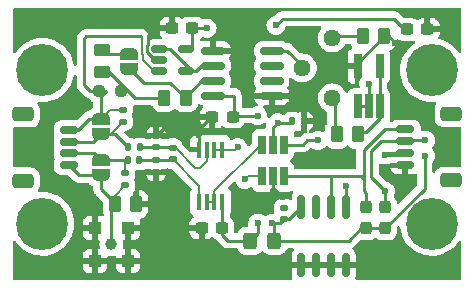
<source format=gbr>
%TF.GenerationSoftware,KiCad,Pcbnew,(6.0.4-0)*%
%TF.CreationDate,2023-02-21T11:46:13-07:00*%
%TF.ProjectId,howland,686f776c-616e-4642-9e6b-696361645f70,rev?*%
%TF.SameCoordinates,Original*%
%TF.FileFunction,Copper,L1,Top*%
%TF.FilePolarity,Positive*%
%FSLAX46Y46*%
G04 Gerber Fmt 4.6, Leading zero omitted, Abs format (unit mm)*
G04 Created by KiCad (PCBNEW (6.0.4-0)) date 2023-02-21 11:46:13*
%MOMM*%
%LPD*%
G01*
G04 APERTURE LIST*
G04 Aperture macros list*
%AMRoundRect*
0 Rectangle with rounded corners*
0 $1 Rounding radius*
0 $2 $3 $4 $5 $6 $7 $8 $9 X,Y pos of 4 corners*
0 Add a 4 corners polygon primitive as box body*
4,1,4,$2,$3,$4,$5,$6,$7,$8,$9,$2,$3,0*
0 Add four circle primitives for the rounded corners*
1,1,$1+$1,$2,$3*
1,1,$1+$1,$4,$5*
1,1,$1+$1,$6,$7*
1,1,$1+$1,$8,$9*
0 Add four rect primitives between the rounded corners*
20,1,$1+$1,$2,$3,$4,$5,0*
20,1,$1+$1,$4,$5,$6,$7,0*
20,1,$1+$1,$6,$7,$8,$9,0*
20,1,$1+$1,$8,$9,$2,$3,0*%
%AMFreePoly0*
4,1,22,0.500000,-0.750000,0.000000,-0.750000,0.000000,-0.745033,-0.079941,-0.743568,-0.215256,-0.701293,-0.333266,-0.622738,-0.424486,-0.514219,-0.481581,-0.384460,-0.499164,-0.250000,-0.500000,-0.250000,-0.500000,0.250000,-0.499164,0.250000,-0.499963,0.256109,-0.478152,0.396186,-0.417904,0.524511,-0.324060,0.630769,-0.204165,0.706417,-0.067858,0.745374,0.000000,0.744959,0.000000,0.750000,
0.500000,0.750000,0.500000,-0.750000,0.500000,-0.750000,$1*%
%AMFreePoly1*
4,1,20,0.000000,0.744959,0.073905,0.744508,0.209726,0.703889,0.328688,0.626782,0.421226,0.519385,0.479903,0.390333,0.500000,0.250000,0.500000,-0.250000,0.499851,-0.262216,0.476331,-0.402017,0.414519,-0.529596,0.319384,-0.634700,0.198574,-0.708877,0.061801,-0.746166,0.000000,-0.745033,0.000000,-0.750000,-0.500000,-0.750000,-0.500000,0.750000,0.000000,0.750000,0.000000,0.744959,
0.000000,0.744959,$1*%
G04 Aperture macros list end*
%TA.AperFunction,SMDPad,CuDef*%
%ADD10R,0.650000X2.000000*%
%TD*%
%TA.AperFunction,SMDPad,CuDef*%
%ADD11RoundRect,0.135000X-0.185000X0.135000X-0.185000X-0.135000X0.185000X-0.135000X0.185000X0.135000X0*%
%TD*%
%TA.AperFunction,ComponentPad*%
%ADD12C,0.700000*%
%TD*%
%TA.AperFunction,ComponentPad*%
%ADD13C,4.400000*%
%TD*%
%TA.AperFunction,SMDPad,CuDef*%
%ADD14RoundRect,0.147500X0.147500X0.172500X-0.147500X0.172500X-0.147500X-0.172500X0.147500X-0.172500X0*%
%TD*%
%TA.AperFunction,SMDPad,CuDef*%
%ADD15RoundRect,0.250000X0.325000X0.450000X-0.325000X0.450000X-0.325000X-0.450000X0.325000X-0.450000X0*%
%TD*%
%TA.AperFunction,SMDPad,CuDef*%
%ADD16RoundRect,0.147500X-0.172500X0.147500X-0.172500X-0.147500X0.172500X-0.147500X0.172500X0.147500X0*%
%TD*%
%TA.AperFunction,SMDPad,CuDef*%
%ADD17RoundRect,0.147500X-0.147500X-0.172500X0.147500X-0.172500X0.147500X0.172500X-0.147500X0.172500X0*%
%TD*%
%TA.AperFunction,SMDPad,CuDef*%
%ADD18RoundRect,0.150000X-0.625000X0.150000X-0.625000X-0.150000X0.625000X-0.150000X0.625000X0.150000X0*%
%TD*%
%TA.AperFunction,SMDPad,CuDef*%
%ADD19RoundRect,0.250000X-0.650000X0.350000X-0.650000X-0.350000X0.650000X-0.350000X0.650000X0.350000X0*%
%TD*%
%TA.AperFunction,SMDPad,CuDef*%
%ADD20FreePoly0,270.000000*%
%TD*%
%TA.AperFunction,SMDPad,CuDef*%
%ADD21FreePoly1,270.000000*%
%TD*%
%TA.AperFunction,SMDPad,CuDef*%
%ADD22RoundRect,0.237500X0.237500X-0.287500X0.237500X0.287500X-0.237500X0.287500X-0.237500X-0.287500X0*%
%TD*%
%TA.AperFunction,SMDPad,CuDef*%
%ADD23RoundRect,0.150000X0.625000X-0.150000X0.625000X0.150000X-0.625000X0.150000X-0.625000X-0.150000X0*%
%TD*%
%TA.AperFunction,SMDPad,CuDef*%
%ADD24RoundRect,0.250000X0.650000X-0.350000X0.650000X0.350000X-0.650000X0.350000X-0.650000X-0.350000X0*%
%TD*%
%TA.AperFunction,SMDPad,CuDef*%
%ADD25R,0.450000X1.450000*%
%TD*%
%TA.AperFunction,SMDPad,CuDef*%
%ADD26RoundRect,0.150000X-0.512500X-0.150000X0.512500X-0.150000X0.512500X0.150000X-0.512500X0.150000X0*%
%TD*%
%TA.AperFunction,SMDPad,CuDef*%
%ADD27C,1.000000*%
%TD*%
%TA.AperFunction,SMDPad,CuDef*%
%ADD28R,1.000000X1.000000*%
%TD*%
%TA.AperFunction,SMDPad,CuDef*%
%ADD29R,0.650000X1.560000*%
%TD*%
%TA.AperFunction,SMDPad,CuDef*%
%ADD30RoundRect,0.140000X0.170000X-0.140000X0.170000X0.140000X-0.170000X0.140000X-0.170000X-0.140000X0*%
%TD*%
%TA.AperFunction,SMDPad,CuDef*%
%ADD31RoundRect,0.237500X0.250000X0.237500X-0.250000X0.237500X-0.250000X-0.237500X0.250000X-0.237500X0*%
%TD*%
%TA.AperFunction,SMDPad,CuDef*%
%ADD32RoundRect,0.150000X0.150000X-0.825000X0.150000X0.825000X-0.150000X0.825000X-0.150000X-0.825000X0*%
%TD*%
%TA.AperFunction,SMDPad,CuDef*%
%ADD33RoundRect,0.250000X-0.262500X-0.450000X0.262500X-0.450000X0.262500X0.450000X-0.262500X0.450000X0*%
%TD*%
%TA.AperFunction,ComponentPad*%
%ADD34C,1.440000*%
%TD*%
%TA.AperFunction,SMDPad,CuDef*%
%ADD35RoundRect,0.150000X0.825000X0.150000X-0.825000X0.150000X-0.825000X-0.150000X0.825000X-0.150000X0*%
%TD*%
%TA.AperFunction,SMDPad,CuDef*%
%ADD36RoundRect,0.237500X-0.300000X-0.237500X0.300000X-0.237500X0.300000X0.237500X-0.300000X0.237500X0*%
%TD*%
%TA.AperFunction,SMDPad,CuDef*%
%ADD37RoundRect,0.250000X0.262500X0.450000X-0.262500X0.450000X-0.262500X-0.450000X0.262500X-0.450000X0*%
%TD*%
%TA.AperFunction,SMDPad,CuDef*%
%ADD38RoundRect,0.250000X-0.450000X0.262500X-0.450000X-0.262500X0.450000X-0.262500X0.450000X0.262500X0*%
%TD*%
%TA.AperFunction,SMDPad,CuDef*%
%ADD39RoundRect,0.237500X0.300000X0.237500X-0.300000X0.237500X-0.300000X-0.237500X0.300000X-0.237500X0*%
%TD*%
%TA.AperFunction,SMDPad,CuDef*%
%ADD40FreePoly0,90.000000*%
%TD*%
%TA.AperFunction,SMDPad,CuDef*%
%ADD41FreePoly1,90.000000*%
%TD*%
%TA.AperFunction,ViaPad*%
%ADD42C,0.600000*%
%TD*%
%TA.AperFunction,Conductor*%
%ADD43C,0.200000*%
%TD*%
%TA.AperFunction,Conductor*%
%ADD44C,0.250000*%
%TD*%
G04 APERTURE END LIST*
D10*
%TO.P,U4,1,~SHDN*%
%TO.N,+3V3*%
X129700000Y-87060000D03*
%TO.P,U4,2,Vin*%
X130650000Y-87060000D03*
%TO.P,U4,3,Vout(sense)*%
%TO.N,Net-(R7-Pad1)*%
X131600000Y-87060000D03*
%TO.P,U4,4,Vout(force)*%
X131600000Y-83640000D03*
%TO.P,U4,5,gnd*%
%TO.N,GND*%
X129700000Y-83640000D03*
%TD*%
D11*
%TO.P,R4,2*%
%TO.N,/Channel1/I-*%
X110050000Y-93760000D03*
%TO.P,R4,1*%
%TO.N,/Channel1/V-*%
X110050000Y-92740000D03*
%TD*%
%TO.P,R3,1*%
%TO.N,/Channel1/I+*%
X109850000Y-87340000D03*
%TO.P,R3,2*%
%TO.N,/Channel1/V+*%
X109850000Y-88360000D03*
%TD*%
D12*
%TO.P,MH1,1,Pin_1*%
%TO.N,GNDPWR*%
X101350000Y-84000000D03*
X103000000Y-82350000D03*
X104166726Y-85166726D03*
X104166726Y-82833274D03*
D13*
X103000000Y-84000000D03*
D12*
X104650000Y-84000000D03*
X101833274Y-82833274D03*
X101833274Y-85166726D03*
X103000000Y-85650000D03*
%TD*%
D13*
%TO.P,MH2,1,Pin_1*%
%TO.N,GNDPWR*%
X136000000Y-84000000D03*
D12*
X137166726Y-82833274D03*
X134350000Y-84000000D03*
X137650000Y-84000000D03*
X137166726Y-85166726D03*
X136000000Y-82350000D03*
X136000000Y-85650000D03*
X134833274Y-85166726D03*
X134833274Y-82833274D03*
%TD*%
%TO.P,MH3,1,Pin_1*%
%TO.N,GNDPWR*%
X101833274Y-98166726D03*
D13*
X103000000Y-97000000D03*
D12*
X104166726Y-98166726D03*
X101833274Y-95833274D03*
X104166726Y-95833274D03*
X103000000Y-95350000D03*
X104650000Y-97000000D03*
X101350000Y-97000000D03*
X103000000Y-98650000D03*
%TD*%
D13*
%TO.P,MH4,1,Pin_1*%
%TO.N,GNDPWR*%
X136000000Y-97000000D03*
D12*
X134833274Y-95833274D03*
X134350000Y-97000000D03*
X137650000Y-97000000D03*
X136000000Y-95350000D03*
X137166726Y-98166726D03*
X137166726Y-95833274D03*
X134833274Y-98166726D03*
X136000000Y-98650000D03*
%TD*%
D14*
%TO.P,R5,1*%
%TO.N,/Channel1/buffer/in+*%
X111250000Y-90550000D03*
%TO.P,R5,2*%
%TO.N,/Channel1/V+*%
X110280000Y-90550000D03*
%TD*%
%TO.P,R6,1*%
%TO.N,/Channel1/buffer/in-*%
X111235000Y-91650000D03*
%TO.P,R6,2*%
%TO.N,/Channel1/V-*%
X110265000Y-91650000D03*
%TD*%
D15*
%TO.P,L1,1*%
%TO.N,VD*%
X122660000Y-98450000D03*
%TO.P,L1,2*%
%TO.N,+3V3*%
X120610000Y-98450000D03*
%TD*%
D16*
%TO.P,C2,1*%
%TO.N,GND*%
X112650000Y-89565000D03*
%TO.P,C2,2*%
%TO.N,/Channel1/buffer/in+*%
X112650000Y-90535000D03*
%TD*%
%TO.P,C3,1*%
%TO.N,/Channel1/buffer/in-*%
X112650000Y-91650000D03*
%TO.P,C3,2*%
%TO.N,GND*%
X112650000Y-92620000D03*
%TD*%
%TO.P,C4,1*%
%TO.N,/Channel1/buffer/in+*%
X114050000Y-90590000D03*
%TO.P,C4,2*%
%TO.N,/Channel1/buffer/in-*%
X114050000Y-91560000D03*
%TD*%
D17*
%TO.P,C5,1*%
%TO.N,VD*%
X124165000Y-88350000D03*
%TO.P,C5,2*%
%TO.N,GND*%
X125135000Y-88350000D03*
%TD*%
D18*
%TO.P,J1,1,Pin_1*%
%TO.N,/Channel1/I+*%
X105250000Y-89050000D03*
%TO.P,J1,2,Pin_2*%
%TO.N,/Channel1/V+*%
X105250000Y-90050000D03*
%TO.P,J1,3,Pin_3*%
%TO.N,/Channel1/V-*%
X105250000Y-91050000D03*
%TO.P,J1,4,Pin_4*%
%TO.N,/Channel1/I-*%
X105250000Y-92050000D03*
D19*
%TO.P,J1,MP*%
%TO.N,N/C*%
X101375000Y-93350000D03*
X101375000Y-87750000D03*
%TD*%
D20*
%TO.P,JP1,1,1*%
%TO.N,/Channel1/I+*%
X107950000Y-88100000D03*
D21*
%TO.P,JP1,2,2*%
%TO.N,/Channel1/V+*%
X107950000Y-89400000D03*
%TD*%
D20*
%TO.P,JP2,1,1*%
%TO.N,/Channel1/V-*%
X107950000Y-91600000D03*
D21*
%TO.P,JP2,2,2*%
%TO.N,/Channel1/I-*%
X107950000Y-92900000D03*
%TD*%
D22*
%TO.P,R1,1*%
%TO.N,VD*%
X132050000Y-97375000D03*
%TO.P,R1,2*%
%TO.N,/sda-tx*%
X132050000Y-95625000D03*
%TD*%
%TO.P,R2,1*%
%TO.N,VD*%
X130400000Y-97375000D03*
%TO.P,R2,2*%
%TO.N,/scl-rx*%
X130400000Y-95625000D03*
%TD*%
D23*
%TO.P,J2,1,gnd*%
%TO.N,GND*%
X133750000Y-92000000D03*
%TO.P,J2,2,VCC*%
%TO.N,VD*%
X133750000Y-91000000D03*
%TO.P,J2,3,SDA*%
%TO.N,/sda-tx*%
X133750000Y-90000000D03*
%TO.P,J2,4,SCL*%
%TO.N,/scl-rx*%
X133750000Y-89000000D03*
D24*
%TO.P,J2,MP*%
%TO.N,N/C*%
X137625000Y-87700000D03*
X137625000Y-93300000D03*
%TD*%
D25*
%TO.P,U3,1*%
%TO.N,/Channel1/buffer/out+*%
X118225000Y-90750000D03*
%TO.P,U3,2,-*%
X117575000Y-90750000D03*
%TO.P,U3,3,+*%
%TO.N,/Channel1/buffer/in+*%
X116925000Y-90750000D03*
%TO.P,U3,4,V-*%
%TO.N,GND*%
X116275000Y-90750000D03*
%TO.P,U3,5,+*%
%TO.N,/Channel1/buffer/in-*%
X116275000Y-95150000D03*
%TO.P,U3,6,-*%
%TO.N,/Channel1/buffer/out-*%
X116925000Y-95150000D03*
%TO.P,U3,7*%
X117575000Y-95150000D03*
%TO.P,U3,8,V+*%
%TO.N,+3V3*%
X118225000Y-95150000D03*
%TD*%
D26*
%TO.P,U6,1*%
%TO.N,Net-(U5-Pad6)*%
X112912500Y-82200000D03*
%TO.P,U6,2,V-*%
%TO.N,GND*%
X112912500Y-83150000D03*
%TO.P,U6,3,+*%
%TO.N,/Channel1/I+*%
X112912500Y-84100000D03*
%TO.P,U6,4,-*%
%TO.N,Net-(U5-Pad6)*%
X115187500Y-84100000D03*
%TO.P,U6,5,V+*%
%TO.N,+3V3*%
X115187500Y-82200000D03*
%TD*%
D27*
%TO.P,J3,1,In*%
%TO.N,/Channel1/I-*%
X108850000Y-98750000D03*
D28*
%TO.P,J3,2,Ext*%
%TO.N,GND*%
X110250000Y-97350000D03*
X107450000Y-100150000D03*
X107450000Y-97350000D03*
X110250000Y-100150000D03*
%TD*%
D29*
%TO.P,U2,1,Vin+*%
%TO.N,/Channel1/buffer/out+*%
X121600000Y-93000000D03*
%TO.P,U2,2,Vss*%
%TO.N,GND*%
X122550000Y-93000000D03*
%TO.P,U2,3,SCL*%
%TO.N,/scl-rx*%
X123500000Y-93000000D03*
%TO.P,U2,4,SDA*%
%TO.N,/sda-tx*%
X123500000Y-90300000D03*
%TO.P,U2,5,Vdd*%
%TO.N,VD*%
X122550000Y-90300000D03*
%TO.P,U2,6,Vin-*%
%TO.N,/Channel1/buffer/out-*%
X121600000Y-90300000D03*
%TD*%
D30*
%TO.P,C1,1*%
%TO.N,VD*%
X123450000Y-96630000D03*
%TO.P,C1,2*%
%TO.N,unconnected-(C1-Pad2)*%
X123450000Y-95670000D03*
%TD*%
D31*
%TO.P,R12,1*%
%TO.N,Net-(R10-Pad2)*%
X109662500Y-85750000D03*
%TO.P,R12,2*%
%TO.N,/Channel1/I+*%
X107837500Y-85750000D03*
%TD*%
D32*
%TO.P,U1,1,A0*%
%TO.N,GND*%
X124945000Y-100525000D03*
%TO.P,U1,2,A1*%
X126215000Y-100525000D03*
%TO.P,U1,3,A2*%
X127485000Y-100525000D03*
%TO.P,U1,4,VSS*%
X128755000Y-100525000D03*
%TO.P,U1,5,SDA*%
%TO.N,/sda-tx*%
X128755000Y-95575000D03*
%TO.P,U1,6,SCL*%
%TO.N,/scl-rx*%
X127485000Y-95575000D03*
%TO.P,U1,7,WP*%
%TO.N,unconnected-(U1-Pad7)*%
X126215000Y-95575000D03*
%TO.P,U1,8,VDD*%
%TO.N,VD*%
X124945000Y-95575000D03*
%TD*%
D33*
%TO.P,R8,1*%
%TO.N,Net-(R8-Pad1)*%
X130137500Y-81150000D03*
%TO.P,R8,2*%
%TO.N,GND*%
X131962500Y-81150000D03*
%TD*%
D34*
%TO.P,RV1,1,1*%
%TO.N,Net-(R7-Pad2)*%
X127550000Y-86350000D03*
%TO.P,RV1,2,2*%
%TO.N,Net-(RV1-Pad2)*%
X125010000Y-83810000D03*
%TO.P,RV1,3,3*%
%TO.N,Net-(R8-Pad1)*%
X127550000Y-81270000D03*
%TD*%
D35*
%TO.P,U5,1,-*%
%TO.N,GND*%
X122425000Y-86155000D03*
%TO.P,U5,2,Rg*%
%TO.N,unconnected-(U5-Pad2)*%
X122425000Y-84885000D03*
%TO.P,U5,3,Rg*%
%TO.N,unconnected-(U5-Pad3)*%
X122425000Y-83615000D03*
%TO.P,U5,4,+*%
%TO.N,Net-(RV1-Pad2)*%
X122425000Y-82345000D03*
%TO.P,U5,5,V-*%
%TO.N,GND*%
X117475000Y-82345000D03*
%TO.P,U5,6,Ref*%
%TO.N,Net-(U5-Pad6)*%
X117475000Y-83615000D03*
%TO.P,U5,7*%
%TO.N,Net-(JP3-Pad1)*%
X117475000Y-84885000D03*
%TO.P,U5,8,V+*%
%TO.N,+3V3*%
X117475000Y-86155000D03*
%TD*%
D36*
%TO.P,C8,1*%
%TO.N,GND*%
X117387500Y-87950000D03*
%TO.P,C8,2*%
%TO.N,+3V3*%
X119112500Y-87950000D03*
%TD*%
D37*
%TO.P,R11,1*%
%TO.N,GND*%
X110962500Y-95350000D03*
%TO.P,R11,2*%
%TO.N,/Channel1/I-*%
X109137500Y-95350000D03*
%TD*%
D38*
%TO.P,R10,1*%
%TO.N,Net-(JP3-Pad2)*%
X108050000Y-82337500D03*
%TO.P,R10,2*%
%TO.N,Net-(R10-Pad2)*%
X108050000Y-84162500D03*
%TD*%
D37*
%TO.P,R7,1*%
%TO.N,Net-(R7-Pad1)*%
X129762500Y-89450000D03*
%TO.P,R7,2*%
%TO.N,Net-(R7-Pad2)*%
X127937500Y-89450000D03*
%TD*%
%TO.P,R9,1*%
%TO.N,Net-(JP3-Pad1)*%
X115162500Y-86350000D03*
%TO.P,R9,2*%
%TO.N,Net-(R10-Pad2)*%
X113337500Y-86350000D03*
%TD*%
D39*
%TO.P,C6,1*%
%TO.N,+3V3*%
X118212500Y-97350000D03*
%TO.P,C6,2*%
%TO.N,GND*%
X116487500Y-97350000D03*
%TD*%
D40*
%TO.P,JP3,1,A*%
%TO.N,Net-(JP3-Pad1)*%
X110350000Y-83900000D03*
D41*
%TO.P,JP3,2,B*%
%TO.N,Net-(JP3-Pad2)*%
X110350000Y-82600000D03*
%TD*%
D36*
%TO.P,C9,1*%
%TO.N,GND*%
X113987500Y-80450000D03*
%TO.P,C9,2*%
%TO.N,+3V3*%
X115712500Y-80450000D03*
%TD*%
D39*
%TO.P,C7,1*%
%TO.N,GND*%
X135612500Y-80550000D03*
%TO.P,C7,2*%
%TO.N,+3V3*%
X133887500Y-80550000D03*
%TD*%
D42*
%TO.N,+3V3*%
X130650000Y-85150000D03*
X133887500Y-80550000D03*
%TO.N,GND*%
X136950000Y-80550000D03*
X132908411Y-81708411D03*
X112250000Y-80250000D03*
X132050000Y-92200000D03*
X112650000Y-88750000D03*
X123350000Y-94750000D03*
X116150000Y-89150000D03*
X112650000Y-93650000D03*
X127650000Y-91550000D03*
%TO.N,+3V3*%
X116950000Y-80450000D03*
X121250000Y-87850000D03*
X121250000Y-96950000D03*
X122800000Y-80200000D03*
%TO.N,VD*%
X132000000Y-91200000D03*
X135450000Y-91250000D03*
X122465000Y-96965000D03*
X122950000Y-88450000D03*
%TO.N,/Channel1/buffer/out+*%
X120150000Y-93250000D03*
X119550000Y-90550000D03*
%TO.N,/sda-tx*%
X128750000Y-93850000D03*
X135450000Y-89950000D03*
X126350000Y-89950000D03*
X132050000Y-94249990D03*
%TD*%
D43*
%TO.N,/Channel1/I+*%
X112500000Y-84100000D02*
X111539283Y-83139283D01*
X112912500Y-84100000D02*
X112500000Y-84100000D01*
X111539283Y-83139283D02*
X111539283Y-82760717D01*
X111539283Y-82760717D02*
X111425480Y-82646914D01*
X111425480Y-82646914D02*
X111425480Y-81225480D01*
X111425480Y-81225480D02*
X111350000Y-81150000D01*
D44*
%TO.N,GND*%
X112912500Y-83150000D02*
X112528928Y-83150000D01*
X112528928Y-83150000D02*
X111850000Y-82471072D01*
X111850000Y-82471072D02*
X111850000Y-81928928D01*
X111950000Y-81050000D02*
X111950000Y-81828928D01*
X111950000Y-81828928D02*
X111850000Y-81928928D01*
%TO.N,+3V3*%
X130650000Y-87060000D02*
X130650000Y-85150000D01*
%TO.N,Net-(R7-Pad2)*%
X127750000Y-89062500D02*
X127750000Y-86350000D01*
%TO.N,GND*%
X129700000Y-83412500D02*
X131962500Y-81150000D01*
%TO.N,+3V3*%
X129700000Y-87060000D02*
X130650000Y-87060000D01*
%TO.N,Net-(R7-Pad1)*%
X129762500Y-89250000D02*
X130434022Y-89250000D01*
X131600000Y-88084022D02*
X131600000Y-87060000D01*
X130434022Y-89250000D02*
X131600000Y-88084022D01*
X131600000Y-87060000D02*
X131600000Y-83640000D01*
D43*
%TO.N,/Channel1/I+*%
X109850000Y-87340000D02*
X108710000Y-87340000D01*
X108710000Y-87340000D02*
X107950000Y-88100000D01*
%TO.N,/Channel1/V+*%
X109850000Y-88360000D02*
X108810000Y-89400000D01*
X108810000Y-89400000D02*
X107950000Y-89400000D01*
%TO.N,/Channel1/V-*%
X110050000Y-92740000D02*
X110050000Y-91865000D01*
X110050000Y-91865000D02*
X110265000Y-91650000D01*
%TO.N,/Channel1/I-*%
X109137500Y-95350000D02*
X109137500Y-94672500D01*
X109137500Y-94672500D02*
X110050000Y-93760000D01*
D44*
%TO.N,GND*%
X133750000Y-92000000D02*
X132250000Y-92000000D01*
X132350000Y-81150000D02*
X132908411Y-81708411D01*
X112550000Y-80450000D02*
X113987500Y-80450000D01*
X112650000Y-89565000D02*
X114365000Y-87850000D01*
X112650000Y-92620000D02*
X112650000Y-93650000D01*
X122550000Y-93950000D02*
X123350000Y-94750000D01*
X111950000Y-81050000D02*
X112550000Y-80450000D01*
X112450000Y-80450000D02*
X112250000Y-80250000D01*
X132250000Y-92000000D02*
X132050000Y-92200000D01*
X135612500Y-80550000D02*
X136950000Y-80550000D01*
X116275000Y-90750000D02*
X116275000Y-88962500D01*
X116275000Y-88962500D02*
X117387500Y-87850000D01*
X122550000Y-93000000D02*
X122550000Y-93950000D01*
X114365000Y-87850000D02*
X117387500Y-87850000D01*
X116275000Y-89275000D02*
X116150000Y-89150000D01*
X112650000Y-89565000D02*
X112650000Y-88750000D01*
X132100000Y-92250000D02*
X132050000Y-92200000D01*
X116275000Y-90750000D02*
X116275000Y-89275000D01*
X113987500Y-80450000D02*
X112450000Y-80450000D01*
%TO.N,/Channel1/V+*%
X107300000Y-90050000D02*
X107950000Y-89400000D01*
X107950000Y-89400000D02*
X109130000Y-89400000D01*
X109130000Y-89400000D02*
X110280000Y-90550000D01*
X105250000Y-90050000D02*
X107300000Y-90050000D01*
D43*
%TO.N,/Channel1/buffer/in+*%
X116925000Y-91675000D02*
X116925000Y-90750000D01*
X115950000Y-92250000D02*
X116350000Y-92250000D01*
X116350000Y-92250000D02*
X116925000Y-91675000D01*
X114290000Y-90590000D02*
X115950000Y-92250000D01*
X114050000Y-90590000D02*
X114290000Y-90590000D01*
D44*
X111250000Y-90550000D02*
X114010000Y-90550000D01*
D43*
%TO.N,/Channel1/buffer/in-*%
X114050000Y-91560000D02*
X116275000Y-93785000D01*
D44*
X111235000Y-91650000D02*
X113960000Y-91650000D01*
D43*
X116275000Y-93785000D02*
X116275000Y-95150000D01*
D44*
%TO.N,/Channel1/V-*%
X107400000Y-91050000D02*
X107950000Y-91600000D01*
X105250000Y-91050000D02*
X107400000Y-91050000D01*
X107950000Y-91600000D02*
X110215000Y-91600000D01*
%TO.N,+3V3*%
X119250000Y-86150000D02*
X119250000Y-87712500D01*
X119112500Y-87850000D02*
X121250000Y-87850000D01*
X133887500Y-80787500D02*
X132750000Y-79650000D01*
X115712500Y-80450000D02*
X116950000Y-80450000D01*
X118225000Y-97962500D02*
X118712500Y-98450000D01*
X115712500Y-80450000D02*
X115712500Y-81875000D01*
X115712500Y-81875000D02*
X115387500Y-82200000D01*
X120610000Y-98450000D02*
X118712500Y-98450000D01*
X118225000Y-95150000D02*
X118225000Y-97962500D01*
X132750000Y-79650000D02*
X123350000Y-79650000D01*
X117675000Y-86155000D02*
X119245000Y-86155000D01*
X123350000Y-79650000D02*
X122800000Y-80200000D01*
X119245000Y-86155000D02*
X119250000Y-86150000D01*
X121250000Y-97810000D02*
X120610000Y-98450000D01*
X121250000Y-96950000D02*
X121250000Y-97810000D01*
%TO.N,VD*%
X122660000Y-98450000D02*
X128950000Y-98450000D01*
X122660000Y-97160000D02*
X122465000Y-96965000D01*
X132050000Y-97375000D02*
X130400000Y-97375000D01*
X122550000Y-88850000D02*
X122950000Y-88450000D01*
X130400000Y-97375000D02*
X130025000Y-97375000D01*
X130025000Y-97375000D02*
X128950000Y-98450000D01*
X133750000Y-91000000D02*
X132200000Y-91000000D01*
X122660000Y-98450000D02*
X122660000Y-97160000D01*
X122465000Y-96965000D02*
X123115000Y-96965000D01*
X135400000Y-94025000D02*
X135400000Y-91300000D01*
X123890000Y-96630000D02*
X124945000Y-95575000D01*
X123450000Y-96630000D02*
X123890000Y-96630000D01*
X132200000Y-91000000D02*
X132000000Y-91200000D01*
X132000000Y-91200000D02*
X133700000Y-91200000D01*
X122950000Y-88450000D02*
X124065000Y-88450000D01*
X122550000Y-90300000D02*
X122550000Y-88850000D01*
X135400000Y-91300000D02*
X135450000Y-91250000D01*
X123115000Y-96965000D02*
X123450000Y-96630000D01*
X132050000Y-97375000D02*
X135400000Y-94025000D01*
%TO.N,/Channel1/I+*%
X107950000Y-86237500D02*
X108437500Y-85750000D01*
X108437500Y-85750000D02*
X107050000Y-85750000D01*
X107950000Y-88100000D02*
X107950000Y-86237500D01*
X107050000Y-85750000D02*
X106550000Y-85250000D01*
X106550000Y-85250000D02*
X106550000Y-81350000D01*
X107202408Y-88100000D02*
X107950000Y-88100000D01*
X106550000Y-81350000D02*
X106750000Y-81150000D01*
X106975000Y-88100000D02*
X107202408Y-88100000D01*
X106750000Y-81150000D02*
X111350000Y-81150000D01*
X106025000Y-89050000D02*
X106975000Y-88100000D01*
X105250000Y-89050000D02*
X106025000Y-89050000D01*
%TO.N,/Channel1/I-*%
X105250000Y-92050000D02*
X106100000Y-92900000D01*
X107950000Y-94062500D02*
X108837500Y-94950000D01*
X108850000Y-94962500D02*
X108850000Y-98750000D01*
X107950000Y-92900000D02*
X107950000Y-94062500D01*
X106100000Y-92900000D02*
X107950000Y-92900000D01*
%TO.N,Net-(JP3-Pad1)*%
X117263928Y-84850000D02*
X116550000Y-84850000D01*
X116550000Y-84850000D02*
X115162500Y-86237500D01*
X113862500Y-85050000D02*
X111600000Y-85050000D01*
X111600000Y-85050000D02*
X110450000Y-83900000D01*
X115162500Y-86350000D02*
X113862500Y-85050000D01*
D43*
%TO.N,/Channel1/buffer/out-*%
X117575000Y-94225000D02*
X117575000Y-95150000D01*
X116925000Y-95150000D02*
X117575000Y-95150000D01*
X121500000Y-90300000D02*
X117575000Y-94225000D01*
%TO.N,/Channel1/buffer/out+*%
X120150000Y-93250000D02*
X120400000Y-93000000D01*
X118225000Y-90750000D02*
X119350000Y-90750000D01*
X117575000Y-90750000D02*
X118225000Y-90750000D01*
X121600000Y-93000000D02*
X120400000Y-93000000D01*
X119350000Y-90750000D02*
X119550000Y-90550000D01*
D44*
%TO.N,Net-(JP3-Pad2)*%
X110450000Y-82600000D02*
X108312500Y-82600000D01*
%TO.N,/scl-rx*%
X127500000Y-93000000D02*
X130000000Y-93000000D01*
X130225010Y-90774990D02*
X130225010Y-93225010D01*
X133750000Y-89000000D02*
X132000000Y-89000000D01*
X130400000Y-94399980D02*
X130400000Y-95625000D01*
X127485000Y-95575000D02*
X127485000Y-93015000D01*
X130000000Y-93000000D02*
X130225010Y-93225010D01*
X130225010Y-93225010D02*
X130225010Y-94224990D01*
X130225010Y-94224990D02*
X130400000Y-94399980D01*
X127485000Y-93015000D02*
X127500000Y-93000000D01*
X123500000Y-93000000D02*
X127500000Y-93000000D01*
X132000000Y-89000000D02*
X130225010Y-90774990D01*
%TO.N,/sda-tx*%
X128755000Y-93855000D02*
X128750000Y-93850000D01*
X133750000Y-90000000D02*
X131725020Y-90000000D01*
X130850010Y-90875010D02*
X131725020Y-90000000D01*
X133800000Y-89950000D02*
X135450000Y-89950000D01*
X126350000Y-89950000D02*
X125450000Y-89950000D01*
X132050000Y-94249990D02*
X132050000Y-95625000D01*
X125450000Y-89950000D02*
X125100000Y-90300000D01*
X123500000Y-90300000D02*
X125100000Y-90300000D01*
X130850010Y-90875010D02*
X130850010Y-93050000D01*
X128755000Y-95575000D02*
X128755000Y-93855000D01*
X130850010Y-93050000D02*
X132050000Y-94249990D01*
%TO.N,Net-(R8-Pad1)*%
X130137500Y-81150000D02*
X127870000Y-81150000D01*
%TO.N,Net-(RV1-Pad2)*%
X123745000Y-82345000D02*
X125210000Y-83810000D01*
X122625000Y-82345000D02*
X123745000Y-82345000D01*
%TO.N,Net-(R10-Pad2)*%
X108675000Y-84162500D02*
X110262500Y-85750000D01*
X108050000Y-84162500D02*
X108675000Y-84162500D01*
X113337500Y-86350000D02*
X110862500Y-86350000D01*
X110862500Y-86350000D02*
X110262500Y-85750000D01*
%TO.N,Net-(U5-Pad6)*%
X116000000Y-84100000D02*
X116485000Y-83615000D01*
X115387500Y-84100000D02*
X116000000Y-84100000D01*
X113112500Y-82200000D02*
X113800000Y-82200000D01*
X115387500Y-84100000D02*
X115387500Y-83787500D01*
X115387500Y-83787500D02*
X113800000Y-82200000D01*
X116485000Y-83615000D02*
X117675000Y-83615000D01*
%TD*%
%TA.AperFunction,Conductor*%
%TO.N,GND*%
G36*
X105833040Y-84383536D02*
G01*
X105890408Y-84425363D01*
X105916056Y-84491565D01*
X105916500Y-84502138D01*
X105916500Y-85171233D01*
X105915973Y-85182416D01*
X105914298Y-85189909D01*
X105914547Y-85197835D01*
X105914547Y-85197836D01*
X105916438Y-85257986D01*
X105916500Y-85261945D01*
X105916500Y-85289856D01*
X105916997Y-85293790D01*
X105916997Y-85293791D01*
X105917005Y-85293856D01*
X105917938Y-85305693D01*
X105919327Y-85349889D01*
X105924978Y-85369339D01*
X105928987Y-85388700D01*
X105931526Y-85408797D01*
X105934445Y-85416168D01*
X105934445Y-85416170D01*
X105947804Y-85449912D01*
X105951649Y-85461142D01*
X105961771Y-85495983D01*
X105963982Y-85503593D01*
X105968015Y-85510412D01*
X105968017Y-85510417D01*
X105974293Y-85521028D01*
X105982988Y-85538776D01*
X105990448Y-85557617D01*
X105995110Y-85564033D01*
X105995110Y-85564034D01*
X106016436Y-85593387D01*
X106022952Y-85603307D01*
X106026547Y-85609385D01*
X106045458Y-85641362D01*
X106059779Y-85655683D01*
X106072619Y-85670716D01*
X106084528Y-85687107D01*
X106109589Y-85707839D01*
X106118593Y-85715288D01*
X106127374Y-85723278D01*
X106546353Y-86142258D01*
X106553887Y-86150537D01*
X106558000Y-86157018D01*
X106593192Y-86190065D01*
X106607651Y-86203643D01*
X106610493Y-86206398D01*
X106630230Y-86226135D01*
X106633427Y-86228615D01*
X106642447Y-86236318D01*
X106674679Y-86266586D01*
X106681625Y-86270405D01*
X106681628Y-86270407D01*
X106692434Y-86276348D01*
X106708953Y-86287199D01*
X106724959Y-86299614D01*
X106732228Y-86302759D01*
X106732232Y-86302762D01*
X106765537Y-86317174D01*
X106776187Y-86322391D01*
X106814940Y-86343695D01*
X106822615Y-86345666D01*
X106822616Y-86345666D01*
X106834562Y-86348733D01*
X106853267Y-86355137D01*
X106871855Y-86363181D01*
X106879686Y-86364421D01*
X106879688Y-86364422D01*
X106893320Y-86366582D01*
X106957472Y-86396996D01*
X106980750Y-86424727D01*
X106998884Y-86454031D01*
X107004066Y-86459204D01*
X107116816Y-86571758D01*
X107116821Y-86571762D01*
X107121997Y-86576929D01*
X107128227Y-86580769D01*
X107128228Y-86580770D01*
X107256616Y-86659910D01*
X107304110Y-86712683D01*
X107316500Y-86767170D01*
X107316500Y-87078961D01*
X107296498Y-87147082D01*
X107241243Y-87194291D01*
X107226159Y-87200928D01*
X107202077Y-87215918D01*
X107106306Y-87275530D01*
X107106302Y-87275533D01*
X107102504Y-87277897D01*
X107099076Y-87280779D01*
X107099074Y-87280780D01*
X107017202Y-87349600D01*
X106992869Y-87370054D01*
X106989881Y-87373396D01*
X106937749Y-87431701D01*
X106877433Y-87469151D01*
X106876883Y-87469270D01*
X106875111Y-87469326D01*
X106870651Y-87470622D01*
X106870641Y-87470624D01*
X106855659Y-87474977D01*
X106836296Y-87478988D01*
X106816203Y-87481526D01*
X106808836Y-87484443D01*
X106808831Y-87484444D01*
X106775092Y-87497802D01*
X106763865Y-87501646D01*
X106721407Y-87513982D01*
X106714581Y-87518019D01*
X106703972Y-87524293D01*
X106686224Y-87532988D01*
X106667383Y-87540448D01*
X106660967Y-87545110D01*
X106660966Y-87545110D01*
X106631613Y-87566436D01*
X106621693Y-87572952D01*
X106590465Y-87591420D01*
X106590462Y-87591422D01*
X106583638Y-87595458D01*
X106569317Y-87609779D01*
X106554284Y-87622619D01*
X106537893Y-87634528D01*
X106532842Y-87640633D01*
X106532837Y-87640638D01*
X106509701Y-87668604D01*
X106501713Y-87677382D01*
X105974500Y-88204595D01*
X105912188Y-88238621D01*
X105885405Y-88241500D01*
X104558498Y-88241500D01*
X104556050Y-88241693D01*
X104556042Y-88241693D01*
X104527579Y-88243933D01*
X104527574Y-88243934D01*
X104521169Y-88244438D01*
X104421231Y-88273472D01*
X104369012Y-88288643D01*
X104369010Y-88288644D01*
X104361399Y-88290855D01*
X104354572Y-88294892D01*
X104354573Y-88294892D01*
X104225020Y-88371509D01*
X104225017Y-88371511D01*
X104218193Y-88375547D01*
X104100547Y-88493193D01*
X104096511Y-88500017D01*
X104096509Y-88500020D01*
X104045425Y-88586399D01*
X104015855Y-88636399D01*
X104013644Y-88644010D01*
X104013643Y-88644012D01*
X104001965Y-88684209D01*
X103969438Y-88796169D01*
X103968934Y-88802574D01*
X103968933Y-88802579D01*
X103966693Y-88831042D01*
X103966500Y-88833498D01*
X103966500Y-89266502D01*
X103966693Y-89268950D01*
X103966693Y-89268958D01*
X103968861Y-89296498D01*
X103969438Y-89303831D01*
X103992437Y-89382994D01*
X104012214Y-89451067D01*
X104015855Y-89463601D01*
X104019890Y-89470424D01*
X104019891Y-89470426D01*
X104029020Y-89485863D01*
X104046478Y-89554679D01*
X104029020Y-89614137D01*
X104019891Y-89629574D01*
X104015855Y-89636399D01*
X104013644Y-89644010D01*
X104013643Y-89644012D01*
X104007110Y-89666500D01*
X103969438Y-89796169D01*
X103968934Y-89802574D01*
X103968933Y-89802579D01*
X103966693Y-89831042D01*
X103966500Y-89833498D01*
X103966500Y-90266502D01*
X103966693Y-90268950D01*
X103966693Y-90268958D01*
X103968749Y-90295073D01*
X103969438Y-90303831D01*
X103983577Y-90352497D01*
X104004505Y-90424532D01*
X104015855Y-90463601D01*
X104019890Y-90470424D01*
X104019891Y-90470426D01*
X104029020Y-90485863D01*
X104046478Y-90554679D01*
X104029020Y-90614137D01*
X104020515Y-90628519D01*
X104015855Y-90636399D01*
X104013644Y-90644010D01*
X104013643Y-90644012D01*
X103999375Y-90693124D01*
X103969438Y-90796169D01*
X103968934Y-90802574D01*
X103968933Y-90802579D01*
X103966693Y-90831042D01*
X103966500Y-90833498D01*
X103966500Y-91266502D01*
X103966693Y-91268950D01*
X103966693Y-91268958D01*
X103967298Y-91276639D01*
X103969438Y-91303831D01*
X104015855Y-91463601D01*
X104019890Y-91470424D01*
X104019891Y-91470426D01*
X104029020Y-91485863D01*
X104046478Y-91554679D01*
X104029020Y-91614137D01*
X104024428Y-91621902D01*
X104015855Y-91636399D01*
X103969438Y-91796169D01*
X103968934Y-91802574D01*
X103968933Y-91802579D01*
X103966693Y-91831042D01*
X103966500Y-91833498D01*
X103966500Y-92266502D01*
X103966693Y-92268950D01*
X103966693Y-92268958D01*
X103967838Y-92283500D01*
X103969438Y-92303831D01*
X103987500Y-92366000D01*
X104011549Y-92448778D01*
X104015855Y-92463601D01*
X104022935Y-92475573D01*
X104096509Y-92599980D01*
X104096511Y-92599983D01*
X104100547Y-92606807D01*
X104218193Y-92724453D01*
X104225017Y-92728489D01*
X104225020Y-92728491D01*
X104332589Y-92792107D01*
X104361399Y-92809145D01*
X104369010Y-92811356D01*
X104369012Y-92811357D01*
X104414248Y-92824499D01*
X104521169Y-92855562D01*
X104527574Y-92856066D01*
X104527579Y-92856067D01*
X104556042Y-92858307D01*
X104556050Y-92858307D01*
X104558498Y-92858500D01*
X105110406Y-92858500D01*
X105178527Y-92878502D01*
X105199501Y-92895405D01*
X105596343Y-93292247D01*
X105603887Y-93300537D01*
X105608000Y-93307018D01*
X105613777Y-93312443D01*
X105657667Y-93353658D01*
X105660509Y-93356413D01*
X105680231Y-93376135D01*
X105683355Y-93378558D01*
X105683359Y-93378562D01*
X105683424Y-93378612D01*
X105692445Y-93386317D01*
X105724679Y-93416586D01*
X105731627Y-93420405D01*
X105731629Y-93420407D01*
X105742432Y-93426346D01*
X105758959Y-93437202D01*
X105768698Y-93444757D01*
X105768700Y-93444758D01*
X105774960Y-93449614D01*
X105815540Y-93467174D01*
X105826188Y-93472391D01*
X105836617Y-93478124D01*
X105864940Y-93493695D01*
X105872616Y-93495666D01*
X105872619Y-93495667D01*
X105884562Y-93498733D01*
X105903267Y-93505137D01*
X105921855Y-93513181D01*
X105929678Y-93514420D01*
X105929688Y-93514423D01*
X105965524Y-93520099D01*
X105977144Y-93522505D01*
X106012289Y-93531528D01*
X106019970Y-93533500D01*
X106040224Y-93533500D01*
X106059934Y-93535051D01*
X106079943Y-93538220D01*
X106087835Y-93537474D01*
X106123961Y-93534059D01*
X106135819Y-93533500D01*
X106849287Y-93533500D01*
X106917408Y-93553502D01*
X106946232Y-93579016D01*
X106966592Y-93603540D01*
X107072776Y-93699654D01*
X107076492Y-93702161D01*
X107076494Y-93702162D01*
X107189817Y-93778599D01*
X107189822Y-93778602D01*
X107193536Y-93781107D01*
X107245441Y-93806254D01*
X107298021Y-93853955D01*
X107316500Y-93919645D01*
X107316500Y-93983733D01*
X107315973Y-93994916D01*
X107314298Y-94002409D01*
X107314547Y-94010335D01*
X107314547Y-94010336D01*
X107316438Y-94070486D01*
X107316500Y-94074445D01*
X107316500Y-94102356D01*
X107316997Y-94106290D01*
X107316997Y-94106291D01*
X107317005Y-94106356D01*
X107317938Y-94118193D01*
X107319327Y-94162389D01*
X107321862Y-94171113D01*
X107324978Y-94181839D01*
X107328987Y-94201200D01*
X107331526Y-94221297D01*
X107334445Y-94228668D01*
X107334445Y-94228670D01*
X107347804Y-94262412D01*
X107351649Y-94273642D01*
X107361423Y-94307285D01*
X107363982Y-94316093D01*
X107368015Y-94322912D01*
X107368017Y-94322917D01*
X107374293Y-94333528D01*
X107382988Y-94351276D01*
X107390448Y-94370117D01*
X107395110Y-94376533D01*
X107395110Y-94376534D01*
X107416436Y-94405887D01*
X107422952Y-94415807D01*
X107424926Y-94419144D01*
X107445458Y-94453862D01*
X107459779Y-94468183D01*
X107472619Y-94483216D01*
X107484528Y-94499607D01*
X107490634Y-94504658D01*
X107518605Y-94527798D01*
X107527384Y-94535788D01*
X108079595Y-95087999D01*
X108113621Y-95150311D01*
X108116500Y-95177094D01*
X108116500Y-95850400D01*
X108116837Y-95853646D01*
X108116837Y-95853650D01*
X108126618Y-95947914D01*
X108127474Y-95956166D01*
X108183450Y-96123946D01*
X108187304Y-96130174D01*
X108187305Y-96130176D01*
X108197644Y-96146883D01*
X108216500Y-96213186D01*
X108216500Y-96227452D01*
X108196498Y-96295573D01*
X108142842Y-96342066D01*
X108072568Y-96352170D01*
X108061355Y-96350035D01*
X108052354Y-96347895D01*
X108001486Y-96342369D01*
X107994672Y-96342000D01*
X107722115Y-96342000D01*
X107706876Y-96346475D01*
X107705671Y-96347865D01*
X107704000Y-96355548D01*
X107704000Y-98339884D01*
X107708475Y-98355123D01*
X107709865Y-98356328D01*
X107717548Y-98357999D01*
X107744122Y-98357999D01*
X107812243Y-98378001D01*
X107858736Y-98431657D01*
X107868840Y-98501931D01*
X107864223Y-98522100D01*
X107860627Y-98533434D01*
X107860626Y-98533441D01*
X107858765Y-98539306D01*
X107836719Y-98735851D01*
X107839987Y-98774771D01*
X107852462Y-98923331D01*
X107853268Y-98932934D01*
X107854967Y-98938858D01*
X107867128Y-98981270D01*
X107866677Y-99052265D01*
X107827915Y-99111746D01*
X107763148Y-99140829D01*
X107746009Y-99142000D01*
X107722115Y-99142000D01*
X107706876Y-99146475D01*
X107705671Y-99147865D01*
X107704000Y-99155548D01*
X107704000Y-99877885D01*
X107708475Y-99893124D01*
X107709865Y-99894329D01*
X107717548Y-99896000D01*
X108439884Y-99896000D01*
X108455123Y-99891525D01*
X108456328Y-99890135D01*
X108457999Y-99882452D01*
X108457999Y-99856500D01*
X108478001Y-99788379D01*
X108531657Y-99741886D01*
X108601931Y-99731782D01*
X108622935Y-99736667D01*
X108632392Y-99739740D01*
X108828777Y-99763158D01*
X108834912Y-99762686D01*
X108834914Y-99762686D01*
X109019830Y-99748457D01*
X109019834Y-99748456D01*
X109025972Y-99747984D01*
X109082117Y-99732308D01*
X109153106Y-99733254D01*
X109212315Y-99772429D01*
X109240945Y-99837397D01*
X109242000Y-99853666D01*
X109242000Y-99877885D01*
X109246475Y-99893124D01*
X109247865Y-99894329D01*
X109255548Y-99896000D01*
X109977885Y-99896000D01*
X109993124Y-99891525D01*
X109994329Y-99890135D01*
X109996000Y-99882452D01*
X109996000Y-99877885D01*
X110504000Y-99877885D01*
X110508475Y-99893124D01*
X110509865Y-99894329D01*
X110517548Y-99896000D01*
X111239884Y-99896000D01*
X111255123Y-99891525D01*
X111256328Y-99890135D01*
X111257999Y-99882452D01*
X111257999Y-99605331D01*
X111257629Y-99598510D01*
X111252105Y-99547648D01*
X111248479Y-99532396D01*
X111203324Y-99411946D01*
X111194786Y-99396351D01*
X111118285Y-99294276D01*
X111105724Y-99281715D01*
X111003649Y-99205214D01*
X110988054Y-99196676D01*
X110867606Y-99151522D01*
X110852351Y-99147895D01*
X110801486Y-99142369D01*
X110794672Y-99142000D01*
X110522115Y-99142000D01*
X110506876Y-99146475D01*
X110505671Y-99147865D01*
X110504000Y-99155548D01*
X110504000Y-99877885D01*
X109996000Y-99877885D01*
X109996000Y-99160116D01*
X109991525Y-99144877D01*
X109990135Y-99143672D01*
X109982452Y-99142001D01*
X109957184Y-99142001D01*
X109889063Y-99121999D01*
X109842570Y-99068343D01*
X109832466Y-98998069D01*
X109835213Y-98986444D01*
X109834886Y-98986370D01*
X109836250Y-98980366D01*
X109838197Y-98974513D01*
X109862985Y-98778295D01*
X109863380Y-98750000D01*
X109844080Y-98553167D01*
X109834192Y-98520416D01*
X109833651Y-98449425D01*
X109871577Y-98389408D01*
X109935931Y-98359423D01*
X109954814Y-98358000D01*
X109977885Y-98358000D01*
X109993124Y-98353525D01*
X109994329Y-98352135D01*
X109996000Y-98344452D01*
X109996000Y-98339884D01*
X110504000Y-98339884D01*
X110508475Y-98355123D01*
X110509865Y-98356328D01*
X110517548Y-98357999D01*
X110794669Y-98357999D01*
X110801490Y-98357629D01*
X110852352Y-98352105D01*
X110867604Y-98348479D01*
X110988054Y-98303324D01*
X111003649Y-98294786D01*
X111105724Y-98218285D01*
X111118285Y-98205724D01*
X111194786Y-98103649D01*
X111203324Y-98088054D01*
X111248478Y-97967606D01*
X111252105Y-97952351D01*
X111257631Y-97901486D01*
X111258000Y-97894672D01*
X111258000Y-97633766D01*
X115442000Y-97633766D01*
X115442337Y-97640282D01*
X115452075Y-97734132D01*
X115454968Y-97747528D01*
X115505488Y-97898953D01*
X115511653Y-97912115D01*
X115595426Y-98047492D01*
X115604460Y-98058890D01*
X115717129Y-98171363D01*
X115728540Y-98180375D01*
X115864063Y-98263912D01*
X115877241Y-98270056D01*
X116028766Y-98320315D01*
X116042132Y-98323181D01*
X116134770Y-98332672D01*
X116141185Y-98333000D01*
X116215385Y-98333000D01*
X116230624Y-98328525D01*
X116231829Y-98327135D01*
X116233500Y-98319452D01*
X116233500Y-97622115D01*
X116229025Y-97606876D01*
X116227635Y-97605671D01*
X116219952Y-97604000D01*
X115460115Y-97604000D01*
X115444876Y-97608475D01*
X115443671Y-97609865D01*
X115442000Y-97617548D01*
X115442000Y-97633766D01*
X111258000Y-97633766D01*
X111258000Y-97622115D01*
X111253525Y-97606876D01*
X111252135Y-97605671D01*
X111244452Y-97604000D01*
X110522115Y-97604000D01*
X110506876Y-97608475D01*
X110505671Y-97609865D01*
X110504000Y-97617548D01*
X110504000Y-98339884D01*
X109996000Y-98339884D01*
X109996000Y-97222000D01*
X110016002Y-97153879D01*
X110069658Y-97107386D01*
X110122000Y-97096000D01*
X111239884Y-97096000D01*
X111255123Y-97091525D01*
X111256328Y-97090135D01*
X111257999Y-97082452D01*
X111257999Y-96805331D01*
X111257629Y-96798510D01*
X111252105Y-96747648D01*
X111248479Y-96732397D01*
X111243808Y-96719936D01*
X111238626Y-96649129D01*
X111272548Y-96586760D01*
X111334804Y-96552632D01*
X111348786Y-96550381D01*
X111374207Y-96547743D01*
X111387600Y-96544851D01*
X111541784Y-96493412D01*
X111554962Y-96487239D01*
X111692807Y-96401937D01*
X111704208Y-96392901D01*
X111818739Y-96278171D01*
X111827751Y-96266760D01*
X111912816Y-96128757D01*
X111918963Y-96115576D01*
X111970138Y-95961290D01*
X111973005Y-95947914D01*
X111982672Y-95853562D01*
X111983000Y-95847146D01*
X111983000Y-95622115D01*
X111978525Y-95606876D01*
X111977135Y-95605671D01*
X111969452Y-95604000D01*
X110834500Y-95604000D01*
X110766379Y-95583998D01*
X110719886Y-95530342D01*
X110708500Y-95478000D01*
X110708500Y-95077885D01*
X111216500Y-95077885D01*
X111220975Y-95093124D01*
X111222365Y-95094329D01*
X111230048Y-95096000D01*
X111964884Y-95096000D01*
X111980123Y-95091525D01*
X111981328Y-95090135D01*
X111982999Y-95082452D01*
X111982999Y-94852905D01*
X111982662Y-94846386D01*
X111972743Y-94750794D01*
X111969851Y-94737400D01*
X111918412Y-94583216D01*
X111912239Y-94570038D01*
X111826937Y-94432193D01*
X111817901Y-94420792D01*
X111703171Y-94306261D01*
X111691760Y-94297249D01*
X111553757Y-94212184D01*
X111540576Y-94206037D01*
X111386290Y-94154862D01*
X111372914Y-94151995D01*
X111278562Y-94142328D01*
X111272145Y-94142000D01*
X111234615Y-94142000D01*
X111219376Y-94146475D01*
X111218171Y-94147865D01*
X111216500Y-94155548D01*
X111216500Y-95077885D01*
X110708500Y-95077885D01*
X110708500Y-94383737D01*
X110728502Y-94315616D01*
X110737346Y-94304642D01*
X110737044Y-94304407D01*
X110741900Y-94298147D01*
X110747506Y-94292541D01*
X110774803Y-94246384D01*
X110826234Y-94159419D01*
X110826234Y-94159418D01*
X110830269Y-94152596D01*
X110833348Y-94142000D01*
X110863805Y-94037165D01*
X110875629Y-93996466D01*
X110876348Y-93987342D01*
X110878307Y-93962444D01*
X110878307Y-93962438D01*
X110878500Y-93959989D01*
X110878499Y-93560012D01*
X110875629Y-93523534D01*
X110841407Y-93405742D01*
X110832481Y-93375017D01*
X110832480Y-93375015D01*
X110830269Y-93367404D01*
X110826233Y-93360579D01*
X110826231Y-93360575D01*
X110798769Y-93314139D01*
X110781309Y-93245323D01*
X110798769Y-93185861D01*
X110826231Y-93139425D01*
X110826233Y-93139421D01*
X110830269Y-93132596D01*
X110875629Y-92976466D01*
X110877487Y-92952866D01*
X110878307Y-92942444D01*
X110878307Y-92942438D01*
X110878500Y-92939989D01*
X110878500Y-92885871D01*
X111829286Y-92885871D01*
X111868918Y-93022287D01*
X111875166Y-93036724D01*
X111951399Y-93165627D01*
X111961048Y-93178065D01*
X112066935Y-93283952D01*
X112079373Y-93293601D01*
X112208276Y-93369834D01*
X112222713Y-93376082D01*
X112367957Y-93418279D01*
X112378635Y-93420229D01*
X112393031Y-93417205D01*
X112396000Y-93405742D01*
X112396000Y-93403681D01*
X112904000Y-93403681D01*
X112908344Y-93418476D01*
X112919840Y-93420508D01*
X112932043Y-93418279D01*
X113077287Y-93376082D01*
X113091724Y-93369834D01*
X113220627Y-93293601D01*
X113233065Y-93283952D01*
X113338952Y-93178065D01*
X113348601Y-93165627D01*
X113424834Y-93036724D01*
X113431082Y-93022287D01*
X113469109Y-92891395D01*
X113469069Y-92877295D01*
X113461799Y-92874000D01*
X112922115Y-92874000D01*
X112906876Y-92878475D01*
X112905671Y-92879865D01*
X112904000Y-92887548D01*
X112904000Y-93403681D01*
X112396000Y-93403681D01*
X112396000Y-92892115D01*
X112391525Y-92876876D01*
X112390135Y-92875671D01*
X112382452Y-92874000D01*
X111843952Y-92874000D01*
X111830421Y-92877973D01*
X111829286Y-92885871D01*
X110878500Y-92885871D01*
X110878499Y-92603570D01*
X110898501Y-92535451D01*
X110952156Y-92488958D01*
X111014393Y-92477960D01*
X111015349Y-92478035D01*
X111018793Y-92478307D01*
X111018808Y-92478308D01*
X111021253Y-92478500D01*
X111234870Y-92478500D01*
X111448746Y-92478499D01*
X111485937Y-92475573D01*
X111613241Y-92438588D01*
X111637487Y-92431544D01*
X111637489Y-92431543D01*
X111645100Y-92429332D01*
X111651924Y-92425296D01*
X111651927Y-92425295D01*
X111733074Y-92377306D01*
X111801890Y-92359847D01*
X111827063Y-92365776D01*
X111830254Y-92366000D01*
X112115614Y-92366000D01*
X112179753Y-92383547D01*
X112208071Y-92400294D01*
X112208075Y-92400296D01*
X112214900Y-92404332D01*
X112222511Y-92406543D01*
X112222513Y-92406544D01*
X112269590Y-92420221D01*
X112374063Y-92450573D01*
X112380468Y-92451077D01*
X112380473Y-92451078D01*
X112408797Y-92453307D01*
X112408805Y-92453307D01*
X112411253Y-92453500D01*
X112649855Y-92453500D01*
X112888746Y-92453499D01*
X112925937Y-92450573D01*
X113030410Y-92420221D01*
X113077487Y-92406544D01*
X113077489Y-92406543D01*
X113085100Y-92404332D01*
X113091925Y-92400296D01*
X113091929Y-92400294D01*
X113120247Y-92383547D01*
X113184386Y-92366000D01*
X113456048Y-92366000D01*
X113471287Y-92361525D01*
X113480384Y-92351027D01*
X113540109Y-92312642D01*
X113611106Y-92312641D01*
X113613512Y-92313511D01*
X113614900Y-92314332D01*
X113774063Y-92360573D01*
X113780468Y-92361077D01*
X113780473Y-92361078D01*
X113808797Y-92363307D01*
X113808805Y-92363307D01*
X113811253Y-92363500D01*
X113940761Y-92363500D01*
X114008882Y-92383502D01*
X114029856Y-92400405D01*
X115611401Y-93981950D01*
X115645427Y-94044262D01*
X115640362Y-94115077D01*
X115623135Y-94146606D01*
X115599385Y-94178295D01*
X115548255Y-94314684D01*
X115541500Y-94376866D01*
X115541500Y-95923134D01*
X115548255Y-95985316D01*
X115599385Y-96121705D01*
X115686739Y-96238261D01*
X115739991Y-96278171D01*
X115763592Y-96295859D01*
X115806106Y-96352719D01*
X115811131Y-96423537D01*
X115777071Y-96485830D01*
X115754328Y-96503830D01*
X115727507Y-96520427D01*
X115716110Y-96529460D01*
X115603637Y-96642129D01*
X115594625Y-96653540D01*
X115511088Y-96789063D01*
X115504944Y-96802241D01*
X115454685Y-96953766D01*
X115451819Y-96967132D01*
X115442328Y-97059770D01*
X115442000Y-97066185D01*
X115442000Y-97077885D01*
X115446475Y-97093124D01*
X115447865Y-97094329D01*
X115455548Y-97096000D01*
X116615500Y-97096000D01*
X116683621Y-97116002D01*
X116730114Y-97169658D01*
X116741500Y-97222000D01*
X116741500Y-98314885D01*
X116745975Y-98330124D01*
X116747365Y-98331329D01*
X116755048Y-98333000D01*
X116833766Y-98333000D01*
X116840282Y-98332663D01*
X116934132Y-98322925D01*
X116947528Y-98320032D01*
X117098953Y-98269512D01*
X117112115Y-98263347D01*
X117247492Y-98179574D01*
X117258894Y-98170536D01*
X117260567Y-98168861D01*
X117261993Y-98168081D01*
X117264627Y-98165993D01*
X117264984Y-98166444D01*
X117322849Y-98134781D01*
X117393669Y-98139784D01*
X117438754Y-98168701D01*
X117440593Y-98170536D01*
X117446997Y-98176929D01*
X117595080Y-98268209D01*
X117602028Y-98270514D01*
X117602031Y-98270515D01*
X117643264Y-98284191D01*
X117701624Y-98324621D01*
X117712050Y-98339646D01*
X117720458Y-98353862D01*
X117734779Y-98368183D01*
X117747619Y-98383216D01*
X117759528Y-98399607D01*
X117790206Y-98424986D01*
X117793593Y-98427788D01*
X117802374Y-98435778D01*
X118208853Y-98842258D01*
X118216387Y-98850537D01*
X118220500Y-98857018D01*
X118241595Y-98876827D01*
X118270151Y-98903643D01*
X118272993Y-98906398D01*
X118292730Y-98926135D01*
X118295927Y-98928615D01*
X118304947Y-98936318D01*
X118337179Y-98966586D01*
X118344125Y-98970405D01*
X118344128Y-98970407D01*
X118354934Y-98976348D01*
X118371453Y-98987199D01*
X118387459Y-98999614D01*
X118394728Y-99002759D01*
X118394732Y-99002762D01*
X118428037Y-99017174D01*
X118438687Y-99022391D01*
X118477440Y-99043695D01*
X118485115Y-99045666D01*
X118485116Y-99045666D01*
X118497062Y-99048733D01*
X118515767Y-99055137D01*
X118534355Y-99063181D01*
X118542178Y-99064420D01*
X118542188Y-99064423D01*
X118578024Y-99070099D01*
X118589644Y-99072505D01*
X118621459Y-99080673D01*
X118632470Y-99083500D01*
X118652724Y-99083500D01*
X118672434Y-99085051D01*
X118692443Y-99088220D01*
X118700335Y-99087474D01*
X118736461Y-99084059D01*
X118748319Y-99083500D01*
X119455803Y-99083500D01*
X119523924Y-99103502D01*
X119570417Y-99157158D01*
X119575326Y-99169623D01*
X119590071Y-99213817D01*
X119593450Y-99223946D01*
X119597301Y-99230170D01*
X119597302Y-99230171D01*
X119673126Y-99352700D01*
X119686522Y-99374348D01*
X119691704Y-99379521D01*
X119736380Y-99424119D01*
X119811697Y-99499305D01*
X119817927Y-99503145D01*
X119817928Y-99503146D01*
X119955090Y-99587694D01*
X119962262Y-99592115D01*
X120002994Y-99605625D01*
X120123611Y-99645632D01*
X120123613Y-99645632D01*
X120130139Y-99647797D01*
X120136975Y-99648497D01*
X120136978Y-99648498D01*
X120180031Y-99652909D01*
X120234600Y-99658500D01*
X120985400Y-99658500D01*
X120988646Y-99658163D01*
X120988650Y-99658163D01*
X121084308Y-99648238D01*
X121084312Y-99648237D01*
X121091166Y-99647526D01*
X121097702Y-99645345D01*
X121097704Y-99645345D01*
X121238084Y-99598510D01*
X121258946Y-99591550D01*
X121409348Y-99498478D01*
X121534305Y-99373303D01*
X121536906Y-99369084D01*
X121594030Y-99328583D01*
X121664953Y-99325351D01*
X121726365Y-99360976D01*
X121732922Y-99368530D01*
X121736522Y-99374348D01*
X121741704Y-99379521D01*
X121786380Y-99424119D01*
X121861697Y-99499305D01*
X121867927Y-99503145D01*
X121867928Y-99503146D01*
X122005090Y-99587694D01*
X122012262Y-99592115D01*
X122052994Y-99605625D01*
X122173611Y-99645632D01*
X122173613Y-99645632D01*
X122180139Y-99647797D01*
X122186975Y-99648497D01*
X122186978Y-99648498D01*
X122230031Y-99652909D01*
X122284600Y-99658500D01*
X123035400Y-99658500D01*
X123038646Y-99658163D01*
X123038650Y-99658163D01*
X123134308Y-99648238D01*
X123134312Y-99648237D01*
X123141166Y-99647526D01*
X123147702Y-99645345D01*
X123147704Y-99645345D01*
X123288084Y-99598510D01*
X123308946Y-99591550D01*
X123459348Y-99498478D01*
X123584305Y-99373303D01*
X123591904Y-99360976D01*
X123673275Y-99228968D01*
X123673276Y-99228966D01*
X123677115Y-99222738D01*
X123694663Y-99169832D01*
X123735094Y-99111473D01*
X123800658Y-99084236D01*
X123814256Y-99083500D01*
X124177899Y-99083500D01*
X124246020Y-99103502D01*
X124292513Y-99157158D01*
X124302617Y-99227432D01*
X124277457Y-99286728D01*
X124266911Y-99300323D01*
X124190352Y-99429779D01*
X124184107Y-99444210D01*
X124141731Y-99590065D01*
X124139430Y-99602667D01*
X124137193Y-99631084D01*
X124137000Y-99636014D01*
X124137000Y-100252885D01*
X124141475Y-100268124D01*
X124142865Y-100269329D01*
X124150548Y-100271000D01*
X129544884Y-100271000D01*
X129560123Y-100266525D01*
X129561328Y-100265135D01*
X129562999Y-100257452D01*
X129562999Y-99636017D01*
X129562805Y-99631080D01*
X129560570Y-99602664D01*
X129558270Y-99590069D01*
X129515893Y-99444210D01*
X129509648Y-99429779D01*
X129433089Y-99300322D01*
X129423449Y-99287896D01*
X129317104Y-99181551D01*
X129308039Y-99174519D01*
X129266474Y-99116962D01*
X129262625Y-99046069D01*
X129297715Y-98984350D01*
X129321126Y-98966510D01*
X129334535Y-98958580D01*
X129334538Y-98958578D01*
X129341362Y-98954542D01*
X129355683Y-98940221D01*
X129370717Y-98927380D01*
X129380694Y-98920131D01*
X129387107Y-98915472D01*
X129415298Y-98881395D01*
X129423288Y-98872616D01*
X129870918Y-98424986D01*
X129933230Y-98390960D01*
X129999677Y-98394487D01*
X130003663Y-98395809D01*
X130003665Y-98395809D01*
X130010191Y-98397974D01*
X130017027Y-98398674D01*
X130017030Y-98398675D01*
X130068526Y-98403951D01*
X130112928Y-98408500D01*
X130687072Y-98408500D01*
X130690318Y-98408163D01*
X130690322Y-98408163D01*
X130784235Y-98398419D01*
X130784239Y-98398418D01*
X130791093Y-98397707D01*
X130797629Y-98395526D01*
X130797631Y-98395526D01*
X130938650Y-98348478D01*
X130956107Y-98342654D01*
X131072683Y-98270515D01*
X131097805Y-98254969D01*
X131097806Y-98254968D01*
X131104031Y-98251116D01*
X131135879Y-98219213D01*
X131198159Y-98185134D01*
X131268979Y-98190137D01*
X131314067Y-98219057D01*
X131340041Y-98244985D01*
X131346997Y-98251929D01*
X131353227Y-98255769D01*
X131353228Y-98255770D01*
X131464925Y-98324621D01*
X131495080Y-98343209D01*
X131660191Y-98397974D01*
X131667027Y-98398674D01*
X131667030Y-98398675D01*
X131718526Y-98403951D01*
X131762928Y-98408500D01*
X132337072Y-98408500D01*
X132340318Y-98408163D01*
X132340322Y-98408163D01*
X132434235Y-98398419D01*
X132434239Y-98398418D01*
X132441093Y-98397707D01*
X132447629Y-98395526D01*
X132447631Y-98395526D01*
X132588650Y-98348478D01*
X132606107Y-98342654D01*
X132754031Y-98251116D01*
X132769963Y-98235156D01*
X132871758Y-98133184D01*
X132871762Y-98133179D01*
X132876929Y-98128003D01*
X132968209Y-97979920D01*
X133022974Y-97814809D01*
X133033500Y-97712072D01*
X133033500Y-97339594D01*
X133053502Y-97271473D01*
X133070405Y-97250499D01*
X133089843Y-97231061D01*
X133152155Y-97197035D01*
X133222970Y-97202100D01*
X133279806Y-97244647D01*
X133303118Y-97298818D01*
X133356565Y-97609865D01*
X133358241Y-97619619D01*
X133359329Y-97623258D01*
X133359330Y-97623261D01*
X133443920Y-97906107D01*
X133451814Y-97932504D01*
X133453327Y-97935975D01*
X133453329Y-97935981D01*
X133501931Y-98047492D01*
X133582297Y-98231881D01*
X133584220Y-98235152D01*
X133584222Y-98235156D01*
X133626584Y-98307215D01*
X133747802Y-98513414D01*
X133750103Y-98516429D01*
X133943631Y-98770012D01*
X133943636Y-98770017D01*
X133945931Y-98773025D01*
X134007931Y-98836670D01*
X134166665Y-98999614D01*
X134173814Y-99006953D01*
X134293683Y-99103502D01*
X134425196Y-99209431D01*
X134425201Y-99209435D01*
X134428149Y-99211809D01*
X134705253Y-99384627D01*
X135001112Y-99522903D01*
X135004721Y-99524086D01*
X135252557Y-99605331D01*
X135311440Y-99624634D01*
X135631742Y-99688346D01*
X135635514Y-99688633D01*
X135635522Y-99688634D01*
X135953602Y-99712829D01*
X135953607Y-99712829D01*
X135957379Y-99713116D01*
X136283633Y-99698586D01*
X136289844Y-99697552D01*
X136602037Y-99645590D01*
X136602042Y-99645589D01*
X136605778Y-99644967D01*
X136919149Y-99553034D01*
X136922616Y-99551544D01*
X136922620Y-99551543D01*
X137215721Y-99425616D01*
X137215723Y-99425615D01*
X137219205Y-99424119D01*
X137501601Y-99260091D01*
X137730255Y-99087474D01*
X137759221Y-99065607D01*
X137759222Y-99065606D01*
X137762245Y-99063324D01*
X137950968Y-98881395D01*
X137994632Y-98839303D01*
X137994635Y-98839300D01*
X137997363Y-98836670D01*
X138203549Y-98583410D01*
X138258939Y-98495622D01*
X138312205Y-98448685D01*
X138382392Y-98437996D01*
X138447217Y-98466951D01*
X138486096Y-98526355D01*
X138491500Y-98562859D01*
X138491500Y-101615500D01*
X138471498Y-101683621D01*
X138417842Y-101730114D01*
X138365500Y-101741500D01*
X129644282Y-101741500D01*
X129576161Y-101721498D01*
X129529668Y-101667842D01*
X129519564Y-101597568D01*
X129523285Y-101580346D01*
X129558269Y-101459935D01*
X129560570Y-101447333D01*
X129562807Y-101418916D01*
X129563000Y-101413986D01*
X129563000Y-100797115D01*
X129558525Y-100781876D01*
X129557135Y-100780671D01*
X129549452Y-100779000D01*
X124155116Y-100779000D01*
X124139877Y-100783475D01*
X124138672Y-100784865D01*
X124137001Y-100792548D01*
X124137001Y-101413984D01*
X124137195Y-101418920D01*
X124139430Y-101447336D01*
X124141730Y-101459931D01*
X124176715Y-101580346D01*
X124176513Y-101651343D01*
X124137959Y-101710959D01*
X124073294Y-101740268D01*
X124055718Y-101741500D01*
X100634500Y-101741500D01*
X100566379Y-101721498D01*
X100519886Y-101667842D01*
X100508500Y-101615500D01*
X100508500Y-100694669D01*
X106442001Y-100694669D01*
X106442371Y-100701490D01*
X106447895Y-100752352D01*
X106451521Y-100767604D01*
X106496676Y-100888054D01*
X106505214Y-100903649D01*
X106581715Y-101005724D01*
X106594276Y-101018285D01*
X106696351Y-101094786D01*
X106711946Y-101103324D01*
X106832394Y-101148478D01*
X106847649Y-101152105D01*
X106898514Y-101157631D01*
X106905328Y-101158000D01*
X107177885Y-101158000D01*
X107193124Y-101153525D01*
X107194329Y-101152135D01*
X107196000Y-101144452D01*
X107196000Y-101139884D01*
X107704000Y-101139884D01*
X107708475Y-101155123D01*
X107709865Y-101156328D01*
X107717548Y-101157999D01*
X107994669Y-101157999D01*
X108001490Y-101157629D01*
X108052352Y-101152105D01*
X108067604Y-101148479D01*
X108188054Y-101103324D01*
X108203649Y-101094786D01*
X108305724Y-101018285D01*
X108318285Y-101005724D01*
X108394786Y-100903649D01*
X108403324Y-100888054D01*
X108448478Y-100767606D01*
X108452105Y-100752351D01*
X108457631Y-100701486D01*
X108458000Y-100694672D01*
X108458000Y-100694669D01*
X109242001Y-100694669D01*
X109242371Y-100701490D01*
X109247895Y-100752352D01*
X109251521Y-100767604D01*
X109296676Y-100888054D01*
X109305214Y-100903649D01*
X109381715Y-101005724D01*
X109394276Y-101018285D01*
X109496351Y-101094786D01*
X109511946Y-101103324D01*
X109632394Y-101148478D01*
X109647649Y-101152105D01*
X109698514Y-101157631D01*
X109705328Y-101158000D01*
X109977885Y-101158000D01*
X109993124Y-101153525D01*
X109994329Y-101152135D01*
X109996000Y-101144452D01*
X109996000Y-101139884D01*
X110504000Y-101139884D01*
X110508475Y-101155123D01*
X110509865Y-101156328D01*
X110517548Y-101157999D01*
X110794669Y-101157999D01*
X110801490Y-101157629D01*
X110852352Y-101152105D01*
X110867604Y-101148479D01*
X110988054Y-101103324D01*
X111003649Y-101094786D01*
X111105724Y-101018285D01*
X111118285Y-101005724D01*
X111194786Y-100903649D01*
X111203324Y-100888054D01*
X111248478Y-100767606D01*
X111252105Y-100752351D01*
X111257631Y-100701486D01*
X111258000Y-100694672D01*
X111258000Y-100422115D01*
X111253525Y-100406876D01*
X111252135Y-100405671D01*
X111244452Y-100404000D01*
X110522115Y-100404000D01*
X110506876Y-100408475D01*
X110505671Y-100409865D01*
X110504000Y-100417548D01*
X110504000Y-101139884D01*
X109996000Y-101139884D01*
X109996000Y-100422115D01*
X109991525Y-100406876D01*
X109990135Y-100405671D01*
X109982452Y-100404000D01*
X109260116Y-100404000D01*
X109244877Y-100408475D01*
X109243672Y-100409865D01*
X109242001Y-100417548D01*
X109242001Y-100694669D01*
X108458000Y-100694669D01*
X108458000Y-100422115D01*
X108453525Y-100406876D01*
X108452135Y-100405671D01*
X108444452Y-100404000D01*
X107722115Y-100404000D01*
X107706876Y-100408475D01*
X107705671Y-100409865D01*
X107704000Y-100417548D01*
X107704000Y-101139884D01*
X107196000Y-101139884D01*
X107196000Y-100422115D01*
X107191525Y-100406876D01*
X107190135Y-100405671D01*
X107182452Y-100404000D01*
X106460116Y-100404000D01*
X106444877Y-100408475D01*
X106443672Y-100409865D01*
X106442001Y-100417548D01*
X106442001Y-100694669D01*
X100508500Y-100694669D01*
X100508500Y-99877885D01*
X106442000Y-99877885D01*
X106446475Y-99893124D01*
X106447865Y-99894329D01*
X106455548Y-99896000D01*
X107177885Y-99896000D01*
X107193124Y-99891525D01*
X107194329Y-99890135D01*
X107196000Y-99882452D01*
X107196000Y-99160116D01*
X107191525Y-99144877D01*
X107190135Y-99143672D01*
X107182452Y-99142001D01*
X106905331Y-99142001D01*
X106898510Y-99142371D01*
X106847648Y-99147895D01*
X106832396Y-99151521D01*
X106711946Y-99196676D01*
X106696351Y-99205214D01*
X106594276Y-99281715D01*
X106581715Y-99294276D01*
X106505214Y-99396351D01*
X106496676Y-99411946D01*
X106451522Y-99532394D01*
X106447895Y-99547649D01*
X106442369Y-99598514D01*
X106442000Y-99605328D01*
X106442000Y-99877885D01*
X100508500Y-99877885D01*
X100508500Y-98569306D01*
X100528502Y-98501185D01*
X100582158Y-98454692D01*
X100652432Y-98444588D01*
X100717012Y-98474082D01*
X100743122Y-98505453D01*
X100747802Y-98513414D01*
X100750103Y-98516429D01*
X100943631Y-98770012D01*
X100943636Y-98770017D01*
X100945931Y-98773025D01*
X101007931Y-98836670D01*
X101166665Y-98999614D01*
X101173814Y-99006953D01*
X101293683Y-99103502D01*
X101425196Y-99209431D01*
X101425201Y-99209435D01*
X101428149Y-99211809D01*
X101705253Y-99384627D01*
X102001112Y-99522903D01*
X102004721Y-99524086D01*
X102252557Y-99605331D01*
X102311440Y-99624634D01*
X102631742Y-99688346D01*
X102635514Y-99688633D01*
X102635522Y-99688634D01*
X102953602Y-99712829D01*
X102953607Y-99712829D01*
X102957379Y-99713116D01*
X103283633Y-99698586D01*
X103289844Y-99697552D01*
X103602037Y-99645590D01*
X103602042Y-99645589D01*
X103605778Y-99644967D01*
X103919149Y-99553034D01*
X103922616Y-99551544D01*
X103922620Y-99551543D01*
X104215721Y-99425616D01*
X104215723Y-99425615D01*
X104219205Y-99424119D01*
X104501601Y-99260091D01*
X104730255Y-99087474D01*
X104759221Y-99065607D01*
X104759222Y-99065606D01*
X104762245Y-99063324D01*
X104950968Y-98881395D01*
X104994632Y-98839303D01*
X104994635Y-98839300D01*
X104997363Y-98836670D01*
X105203549Y-98583410D01*
X105231377Y-98539306D01*
X105375788Y-98310428D01*
X105375790Y-98310425D01*
X105377815Y-98307215D01*
X105379659Y-98303324D01*
X105461754Y-98130040D01*
X105517638Y-98012084D01*
X105518840Y-98008482D01*
X105556811Y-97894669D01*
X106442001Y-97894669D01*
X106442371Y-97901490D01*
X106447895Y-97952352D01*
X106451521Y-97967604D01*
X106496676Y-98088054D01*
X106505214Y-98103649D01*
X106581715Y-98205724D01*
X106594276Y-98218285D01*
X106696351Y-98294786D01*
X106711946Y-98303324D01*
X106832394Y-98348478D01*
X106847649Y-98352105D01*
X106898514Y-98357631D01*
X106905328Y-98358000D01*
X107177885Y-98358000D01*
X107193124Y-98353525D01*
X107194329Y-98352135D01*
X107196000Y-98344452D01*
X107196000Y-97622115D01*
X107191525Y-97606876D01*
X107190135Y-97605671D01*
X107182452Y-97604000D01*
X106460116Y-97604000D01*
X106444877Y-97608475D01*
X106443672Y-97609865D01*
X106442001Y-97617548D01*
X106442001Y-97894669D01*
X105556811Y-97894669D01*
X105619790Y-97705897D01*
X105619792Y-97705891D01*
X105620992Y-97702293D01*
X105686381Y-97382329D01*
X105687213Y-97372106D01*
X105710147Y-97090135D01*
X105711143Y-97077885D01*
X106442000Y-97077885D01*
X106446475Y-97093124D01*
X106447865Y-97094329D01*
X106455548Y-97096000D01*
X107177885Y-97096000D01*
X107193124Y-97091525D01*
X107194329Y-97090135D01*
X107196000Y-97082452D01*
X107196000Y-96360116D01*
X107191525Y-96344877D01*
X107190135Y-96343672D01*
X107182452Y-96342001D01*
X106905331Y-96342001D01*
X106898510Y-96342371D01*
X106847648Y-96347895D01*
X106832396Y-96351521D01*
X106711946Y-96396676D01*
X106696351Y-96405214D01*
X106594276Y-96481715D01*
X106581715Y-96494276D01*
X106505214Y-96596351D01*
X106496676Y-96611946D01*
X106451522Y-96732394D01*
X106447895Y-96747649D01*
X106442369Y-96798514D01*
X106442000Y-96805328D01*
X106442000Y-97077885D01*
X105711143Y-97077885D01*
X105712856Y-97056826D01*
X105713451Y-97000000D01*
X105711470Y-96967132D01*
X105694026Y-96677793D01*
X105694026Y-96677789D01*
X105693798Y-96674015D01*
X105691897Y-96663601D01*
X105635805Y-96356473D01*
X105635804Y-96356469D01*
X105635125Y-96352751D01*
X105631902Y-96342369D01*
X105539404Y-96044477D01*
X105538282Y-96040863D01*
X105404670Y-95742869D01*
X105236226Y-95463084D01*
X105233899Y-95460100D01*
X105233894Y-95460093D01*
X105037726Y-95208558D01*
X105037724Y-95208556D01*
X105035390Y-95205563D01*
X104805070Y-94974034D01*
X104548603Y-94771852D01*
X104269705Y-94601945D01*
X104266261Y-94600379D01*
X104266257Y-94600377D01*
X104124200Y-94535788D01*
X103972414Y-94466775D01*
X103661037Y-94368300D01*
X103417698Y-94322540D01*
X103343809Y-94308645D01*
X103343807Y-94308645D01*
X103340086Y-94307945D01*
X103014208Y-94286586D01*
X103010428Y-94286794D01*
X103010427Y-94286794D01*
X102778986Y-94299531D01*
X102709869Y-94283302D01*
X102660498Y-94232282D01*
X102646548Y-94162670D01*
X102664802Y-94107605D01*
X102713275Y-94028968D01*
X102713276Y-94028966D01*
X102717115Y-94022738D01*
X102753026Y-93914470D01*
X102770632Y-93861389D01*
X102770632Y-93861387D01*
X102772797Y-93854861D01*
X102774895Y-93834391D01*
X102781578Y-93769155D01*
X102783500Y-93750400D01*
X102783500Y-92949600D01*
X102776888Y-92885871D01*
X102773238Y-92850692D01*
X102773237Y-92850688D01*
X102772526Y-92843834D01*
X102766076Y-92824499D01*
X102718868Y-92683002D01*
X102716550Y-92676054D01*
X102623478Y-92525652D01*
X102571512Y-92473776D01*
X102503483Y-92405866D01*
X102498303Y-92400695D01*
X102441654Y-92365776D01*
X102353968Y-92311725D01*
X102353966Y-92311724D01*
X102347738Y-92307885D01*
X102267995Y-92281436D01*
X102186389Y-92254368D01*
X102186387Y-92254368D01*
X102179861Y-92252203D01*
X102173025Y-92251503D01*
X102173022Y-92251502D01*
X102129969Y-92247091D01*
X102075400Y-92241500D01*
X100674600Y-92241500D01*
X100671359Y-92241836D01*
X100671345Y-92241837D01*
X100647502Y-92244311D01*
X100577681Y-92231445D01*
X100525899Y-92182874D01*
X100508500Y-92118984D01*
X100508500Y-88981051D01*
X100528502Y-88912930D01*
X100582158Y-88866437D01*
X100647343Y-88855707D01*
X100674600Y-88858500D01*
X102075400Y-88858500D01*
X102078646Y-88858163D01*
X102078650Y-88858163D01*
X102174308Y-88848238D01*
X102174312Y-88848237D01*
X102181166Y-88847526D01*
X102187702Y-88845345D01*
X102187704Y-88845345D01*
X102328120Y-88798498D01*
X102348946Y-88791550D01*
X102499348Y-88698478D01*
X102624305Y-88573303D01*
X102634034Y-88557520D01*
X102713275Y-88428968D01*
X102713276Y-88428966D01*
X102717115Y-88422738D01*
X102758390Y-88298297D01*
X102770632Y-88261389D01*
X102770632Y-88261387D01*
X102772797Y-88254861D01*
X102773819Y-88244892D01*
X102780702Y-88177711D01*
X102783500Y-88150400D01*
X102783500Y-87349600D01*
X102782465Y-87339627D01*
X102773238Y-87250692D01*
X102773237Y-87250688D01*
X102772526Y-87243834D01*
X102763213Y-87215918D01*
X102718868Y-87083002D01*
X102716550Y-87076054D01*
X102623478Y-86925652D01*
X102618297Y-86920480D01*
X102618293Y-86920475D01*
X102606535Y-86908738D01*
X102572454Y-86846456D01*
X102577456Y-86775636D01*
X102619953Y-86718763D01*
X102686451Y-86693893D01*
X102705108Y-86693927D01*
X102953602Y-86712829D01*
X102953607Y-86712829D01*
X102957379Y-86713116D01*
X103283633Y-86698586D01*
X103289844Y-86697552D01*
X103602037Y-86645590D01*
X103602042Y-86645589D01*
X103605778Y-86644967D01*
X103919149Y-86553034D01*
X103922616Y-86551544D01*
X103922620Y-86551543D01*
X104215721Y-86425616D01*
X104215723Y-86425615D01*
X104219205Y-86424119D01*
X104501601Y-86260091D01*
X104762245Y-86063324D01*
X104981198Y-85852253D01*
X104994632Y-85839303D01*
X104994635Y-85839300D01*
X104997363Y-85836670D01*
X105095197Y-85716500D01*
X105201155Y-85586351D01*
X105201158Y-85586347D01*
X105203549Y-85583410D01*
X105224943Y-85549502D01*
X105375788Y-85310428D01*
X105375790Y-85310425D01*
X105377815Y-85307215D01*
X105399263Y-85261945D01*
X105475275Y-85101502D01*
X105517638Y-85012084D01*
X105518840Y-85008482D01*
X105619790Y-84705897D01*
X105619792Y-84705891D01*
X105620992Y-84702293D01*
X105667052Y-84476910D01*
X105700288Y-84414173D01*
X105762166Y-84379365D01*
X105833040Y-84383536D01*
G37*
%TD.AperFunction*%
%TA.AperFunction,Conductor*%
G36*
X119314882Y-93449833D02*
G01*
X119371718Y-93492380D01*
X119390408Y-93528116D01*
X119411418Y-93591273D01*
X119415065Y-93597295D01*
X119415066Y-93597297D01*
X119501258Y-93739617D01*
X119505380Y-93746424D01*
X119510269Y-93751487D01*
X119510270Y-93751488D01*
X119563156Y-93806252D01*
X119631382Y-93876902D01*
X119674467Y-93905096D01*
X119775960Y-93971511D01*
X119783159Y-93976222D01*
X119789763Y-93978678D01*
X119789765Y-93978679D01*
X119946558Y-94036990D01*
X119946560Y-94036990D01*
X119953168Y-94039448D01*
X120032310Y-94050008D01*
X120125980Y-94062507D01*
X120125984Y-94062507D01*
X120132961Y-94063438D01*
X120139972Y-94062800D01*
X120139976Y-94062800D01*
X120282459Y-94049832D01*
X120313600Y-94046998D01*
X120320302Y-94044820D01*
X120320304Y-94044820D01*
X120479409Y-93993124D01*
X120479412Y-93993123D01*
X120486108Y-93990947D01*
X120622087Y-93909887D01*
X120690839Y-93892188D01*
X120758249Y-93914470D01*
X120804584Y-93973887D01*
X120820294Y-94015791D01*
X120824385Y-94026705D01*
X120911739Y-94143261D01*
X121028295Y-94230615D01*
X121164684Y-94281745D01*
X121226866Y-94288500D01*
X121973134Y-94288500D01*
X122035316Y-94281745D01*
X122042716Y-94278971D01*
X122046942Y-94277966D01*
X122105239Y-94277966D01*
X122122646Y-94282105D01*
X122173514Y-94287631D01*
X122180328Y-94288000D01*
X122277885Y-94288000D01*
X122293124Y-94283525D01*
X122294329Y-94282135D01*
X122296000Y-94274452D01*
X122296000Y-94174910D01*
X122316002Y-94106789D01*
X122321174Y-94099345D01*
X122322856Y-94097101D01*
X122375615Y-94026705D01*
X122426745Y-93890316D01*
X122427539Y-93883010D01*
X122462635Y-93821576D01*
X122525590Y-93788756D01*
X122596295Y-93795182D01*
X122652302Y-93838814D01*
X122672454Y-93882940D01*
X122673255Y-93890316D01*
X122724385Y-94026705D01*
X122777144Y-94097101D01*
X122778826Y-94099345D01*
X122803674Y-94165851D01*
X122804000Y-94174910D01*
X122804000Y-94269884D01*
X122808475Y-94285123D01*
X122809865Y-94286328D01*
X122817548Y-94287999D01*
X122919669Y-94287999D01*
X122926490Y-94287629D01*
X122977349Y-94282105D01*
X122994764Y-94277965D01*
X123053058Y-94277966D01*
X123057284Y-94278971D01*
X123064684Y-94281745D01*
X123126866Y-94288500D01*
X123873134Y-94288500D01*
X123935316Y-94281745D01*
X124071705Y-94230615D01*
X124072210Y-94231961D01*
X124132215Y-94218833D01*
X124198764Y-94243565D01*
X124241378Y-94300351D01*
X124246527Y-94371160D01*
X124231830Y-94408660D01*
X124185855Y-94486399D01*
X124183644Y-94494010D01*
X124183643Y-94494012D01*
X124171506Y-94535788D01*
X124139438Y-94646169D01*
X124138934Y-94652574D01*
X124138933Y-94652579D01*
X124137731Y-94667856D01*
X124136500Y-94683498D01*
X124136500Y-94861136D01*
X124116498Y-94929257D01*
X124062842Y-94975750D01*
X123992568Y-94985854D01*
X123946361Y-94969590D01*
X123886420Y-94934141D01*
X123886419Y-94934141D01*
X123879597Y-94930106D01*
X123871986Y-94927895D01*
X123871984Y-94927894D01*
X123821005Y-94913084D01*
X123722254Y-94884394D01*
X123715849Y-94883890D01*
X123715844Y-94883889D01*
X123687940Y-94881693D01*
X123687932Y-94881693D01*
X123685484Y-94881500D01*
X123214516Y-94881500D01*
X123212068Y-94881693D01*
X123212060Y-94881693D01*
X123184156Y-94883889D01*
X123184151Y-94883890D01*
X123177746Y-94884394D01*
X123078995Y-94913084D01*
X123028016Y-94927894D01*
X123028014Y-94927895D01*
X123020403Y-94930106D01*
X123013581Y-94934141D01*
X123013580Y-94934141D01*
X122946125Y-94974034D01*
X122879371Y-95013512D01*
X122763512Y-95129371D01*
X122759478Y-95136192D01*
X122731260Y-95183907D01*
X122680106Y-95270403D01*
X122677895Y-95278014D01*
X122677894Y-95278016D01*
X122674714Y-95288961D01*
X122634394Y-95427746D01*
X122633890Y-95434151D01*
X122633889Y-95434156D01*
X122631848Y-95460093D01*
X122631500Y-95464516D01*
X122631500Y-95875484D01*
X122634394Y-95912254D01*
X122636188Y-95918430D01*
X122636189Y-95918434D01*
X122659131Y-95997403D01*
X122658928Y-96068399D01*
X122620373Y-96128015D01*
X122555708Y-96157323D01*
X122523214Y-96157668D01*
X122477680Y-96152238D01*
X122477674Y-96152238D01*
X122470680Y-96151404D01*
X122463677Y-96152140D01*
X122463676Y-96152140D01*
X122297288Y-96169628D01*
X122297286Y-96169629D01*
X122290288Y-96170364D01*
X122118579Y-96228818D01*
X122061340Y-96264032D01*
X121970090Y-96320169D01*
X121970087Y-96320171D01*
X121964088Y-96323862D01*
X121953925Y-96333815D01*
X121891262Y-96367187D01*
X121820503Y-96361384D01*
X121776359Y-96332578D01*
X121759815Y-96315918D01*
X121748697Y-96308862D01*
X121682354Y-96266760D01*
X121606666Y-96218727D01*
X121530232Y-96191510D01*
X121442425Y-96160243D01*
X121442420Y-96160242D01*
X121435790Y-96157881D01*
X121428802Y-96157048D01*
X121428799Y-96157047D01*
X121305698Y-96142368D01*
X121255680Y-96136404D01*
X121248677Y-96137140D01*
X121248676Y-96137140D01*
X121082288Y-96154628D01*
X121082286Y-96154629D01*
X121075288Y-96155364D01*
X120903579Y-96213818D01*
X120863848Y-96238261D01*
X120755095Y-96305166D01*
X120755092Y-96305168D01*
X120749088Y-96308862D01*
X120744053Y-96313793D01*
X120744050Y-96313795D01*
X120634208Y-96421361D01*
X120619493Y-96435771D01*
X120521235Y-96588238D01*
X120518826Y-96594858D01*
X120518824Y-96594861D01*
X120468766Y-96732394D01*
X120459197Y-96758685D01*
X120436463Y-96938640D01*
X120452298Y-97100132D01*
X120452599Y-97103204D01*
X120439340Y-97172952D01*
X120390477Y-97224459D01*
X120327200Y-97241500D01*
X120234600Y-97241500D01*
X120231354Y-97241837D01*
X120231350Y-97241837D01*
X120135692Y-97251762D01*
X120135688Y-97251763D01*
X120128834Y-97252474D01*
X120122298Y-97254655D01*
X120122296Y-97254655D01*
X119993099Y-97297759D01*
X119961054Y-97308450D01*
X119810652Y-97401522D01*
X119685695Y-97526697D01*
X119681855Y-97532927D01*
X119681854Y-97532928D01*
X119617659Y-97637072D01*
X119592885Y-97677262D01*
X119582406Y-97708855D01*
X119575337Y-97730168D01*
X119534906Y-97788527D01*
X119469342Y-97815764D01*
X119455744Y-97816500D01*
X119379686Y-97816500D01*
X119311565Y-97796498D01*
X119265072Y-97742842D01*
X119254342Y-97677659D01*
X119258172Y-97640274D01*
X119258172Y-97640273D01*
X119258500Y-97637072D01*
X119258500Y-97062928D01*
X119257736Y-97055562D01*
X119248419Y-96965765D01*
X119248418Y-96965761D01*
X119247707Y-96958907D01*
X119240946Y-96938640D01*
X119194972Y-96800841D01*
X119192654Y-96793893D01*
X119101116Y-96645969D01*
X119077102Y-96621997D01*
X118983184Y-96528242D01*
X118983179Y-96528238D01*
X118978003Y-96523071D01*
X118946790Y-96503831D01*
X118918384Y-96486321D01*
X118870890Y-96433548D01*
X118858500Y-96379061D01*
X118858500Y-96219874D01*
X118878502Y-96151753D01*
X118883661Y-96144327D01*
X118900615Y-96121705D01*
X118951745Y-95985316D01*
X118958500Y-95923134D01*
X118958500Y-94376866D01*
X118951745Y-94314684D01*
X118900615Y-94178295D01*
X118813261Y-94061739D01*
X118806081Y-94056358D01*
X118799731Y-94050008D01*
X118800873Y-94048866D01*
X118764461Y-94000175D01*
X118759431Y-93929357D01*
X118793443Y-93867106D01*
X119181755Y-93478794D01*
X119244067Y-93444768D01*
X119314882Y-93449833D01*
G37*
%TD.AperFunction*%
%TA.AperFunction,Conductor*%
G36*
X133859115Y-91820990D02*
G01*
X133917613Y-91822993D01*
X133975991Y-91863397D01*
X134003258Y-91928949D01*
X134004000Y-91942604D01*
X134004000Y-92789884D01*
X134008475Y-92805123D01*
X134009865Y-92806328D01*
X134017548Y-92807999D01*
X134438984Y-92807999D01*
X134443920Y-92807805D01*
X134472336Y-92805570D01*
X134484931Y-92803270D01*
X134605346Y-92768285D01*
X134676343Y-92768487D01*
X134735959Y-92807041D01*
X134765268Y-92871706D01*
X134766500Y-92889282D01*
X134766500Y-93710405D01*
X134746498Y-93778526D01*
X134729595Y-93799500D01*
X133240134Y-95288961D01*
X133177822Y-95322987D01*
X133107007Y-95317922D01*
X133050171Y-95275375D01*
X133025712Y-95212869D01*
X133023419Y-95190766D01*
X133023418Y-95190763D01*
X133022707Y-95183907D01*
X133011499Y-95150311D01*
X132969972Y-95025841D01*
X132967654Y-95018893D01*
X132876116Y-94870969D01*
X132870934Y-94865796D01*
X132870930Y-94865791D01*
X132788062Y-94783068D01*
X132753982Y-94720786D01*
X132758985Y-94649966D01*
X132766987Y-94634261D01*
X132766525Y-94634023D01*
X132769741Y-94627765D01*
X132773643Y-94621892D01*
X132815423Y-94511907D01*
X132835555Y-94458910D01*
X132835556Y-94458908D01*
X132838055Y-94452328D01*
X132842719Y-94419144D01*
X132862748Y-94276629D01*
X132862748Y-94276626D01*
X132863299Y-94272707D01*
X132863452Y-94261728D01*
X132863561Y-94253952D01*
X132863561Y-94253947D01*
X132863616Y-94249990D01*
X132843397Y-94069735D01*
X132840880Y-94062507D01*
X132786064Y-93905096D01*
X132786062Y-93905093D01*
X132783745Y-93898438D01*
X132744304Y-93835319D01*
X132691359Y-93750588D01*
X132687626Y-93744614D01*
X132653655Y-93710405D01*
X132564778Y-93620905D01*
X132564774Y-93620902D01*
X132559815Y-93615908D01*
X132545062Y-93606545D01*
X132475632Y-93562484D01*
X132406666Y-93518717D01*
X132235790Y-93457871D01*
X132186007Y-93451935D01*
X132120734Y-93424008D01*
X132111830Y-93415916D01*
X131520414Y-92824499D01*
X131486389Y-92762187D01*
X131483510Y-92735404D01*
X131483510Y-92265871D01*
X132473456Y-92265871D01*
X132514107Y-92405790D01*
X132520352Y-92420221D01*
X132596911Y-92549678D01*
X132606551Y-92562104D01*
X132712896Y-92668449D01*
X132725322Y-92678089D01*
X132854779Y-92754648D01*
X132869210Y-92760893D01*
X133015065Y-92803269D01*
X133027667Y-92805570D01*
X133056084Y-92807807D01*
X133061014Y-92808000D01*
X133477885Y-92808000D01*
X133493124Y-92803525D01*
X133494329Y-92802135D01*
X133496000Y-92794452D01*
X133496000Y-92272115D01*
X133491525Y-92256876D01*
X133490135Y-92255671D01*
X133482452Y-92254000D01*
X132488122Y-92254000D01*
X132474591Y-92257973D01*
X132473456Y-92265871D01*
X131483510Y-92265871D01*
X131483510Y-92051858D01*
X131503512Y-91983737D01*
X131557168Y-91937244D01*
X131627442Y-91927140D01*
X131653424Y-91933758D01*
X131803168Y-91989448D01*
X131886995Y-92000633D01*
X131975980Y-92012507D01*
X131975984Y-92012507D01*
X131982961Y-92013438D01*
X131989972Y-92012800D01*
X131989976Y-92012800D01*
X132132459Y-91999832D01*
X132163600Y-91996998D01*
X132170302Y-91994820D01*
X132170304Y-91994820D01*
X132329409Y-91943124D01*
X132329412Y-91943123D01*
X132336108Y-91940947D01*
X132463755Y-91864854D01*
X132486541Y-91851271D01*
X132551058Y-91833500D01*
X133739856Y-91833500D01*
X133858797Y-91818474D01*
X133859115Y-91820990D01*
G37*
%TD.AperFunction*%
%TA.AperFunction,Conductor*%
G36*
X133175116Y-81409672D02*
G01*
X133253950Y-81458266D01*
X133270080Y-81468209D01*
X133435191Y-81522974D01*
X133442027Y-81523674D01*
X133442030Y-81523675D01*
X133493526Y-81528951D01*
X133537928Y-81533500D01*
X134237072Y-81533500D01*
X134240318Y-81533163D01*
X134240322Y-81533163D01*
X134334235Y-81523419D01*
X134334239Y-81523418D01*
X134341093Y-81522707D01*
X134347629Y-81520526D01*
X134347631Y-81520526D01*
X134404880Y-81501426D01*
X134428137Y-81493667D01*
X134499085Y-81491083D01*
X134560169Y-81527266D01*
X134591994Y-81590730D01*
X134584455Y-81661326D01*
X134539947Y-81716638D01*
X134532435Y-81721476D01*
X134478074Y-81753817D01*
X134478068Y-81753821D01*
X134474814Y-81755757D01*
X134471812Y-81758073D01*
X134219486Y-81952742D01*
X134216244Y-81955243D01*
X133983513Y-82184347D01*
X133981149Y-82187314D01*
X133981146Y-82187317D01*
X133844737Y-82358500D01*
X133779991Y-82439751D01*
X133608626Y-82717757D01*
X133607037Y-82721204D01*
X133482783Y-82990734D01*
X133471902Y-83014336D01*
X133470741Y-83017940D01*
X133470741Y-83017941D01*
X133462196Y-83044477D01*
X133371797Y-83325192D01*
X133371079Y-83328903D01*
X133371078Y-83328907D01*
X133310482Y-83642105D01*
X133310481Y-83642114D01*
X133309763Y-83645824D01*
X133309496Y-83649600D01*
X133309495Y-83649605D01*
X133286966Y-83967796D01*
X133286698Y-83971585D01*
X133302936Y-84297759D01*
X133303577Y-84301490D01*
X133303578Y-84301498D01*
X133356000Y-84606576D01*
X133358241Y-84619619D01*
X133359329Y-84623258D01*
X133359330Y-84623261D01*
X133446089Y-84913360D01*
X133451814Y-84932504D01*
X133453327Y-84935975D01*
X133453329Y-84935981D01*
X133539833Y-85134452D01*
X133582297Y-85231881D01*
X133584220Y-85235152D01*
X133584222Y-85235156D01*
X133625692Y-85305699D01*
X133747802Y-85513414D01*
X133750103Y-85516429D01*
X133943631Y-85770012D01*
X133943636Y-85770017D01*
X133945931Y-85773025D01*
X134007251Y-85835972D01*
X134171075Y-86004141D01*
X134173814Y-86006953D01*
X134246635Y-86065607D01*
X134425196Y-86209431D01*
X134425201Y-86209435D01*
X134428149Y-86211809D01*
X134705253Y-86384627D01*
X135001112Y-86522903D01*
X135004721Y-86524086D01*
X135305382Y-86622648D01*
X135311440Y-86624634D01*
X135631742Y-86688346D01*
X135635514Y-86688633D01*
X135635522Y-86688634D01*
X135953602Y-86712829D01*
X135953607Y-86712829D01*
X135957379Y-86713116D01*
X136253446Y-86699930D01*
X136322387Y-86716881D01*
X136371221Y-86768415D01*
X136384442Y-86838170D01*
X136366310Y-86891921D01*
X136297531Y-87003502D01*
X136282885Y-87027262D01*
X136272729Y-87057881D01*
X136238468Y-87161177D01*
X136227203Y-87195139D01*
X136226503Y-87201975D01*
X136226502Y-87201978D01*
X136224562Y-87220915D01*
X136216500Y-87299600D01*
X136216500Y-88100400D01*
X136216837Y-88103646D01*
X136216837Y-88103650D01*
X136226205Y-88193933D01*
X136227474Y-88206166D01*
X136229655Y-88212702D01*
X136229655Y-88212704D01*
X136261083Y-88306903D01*
X136283450Y-88373946D01*
X136376522Y-88524348D01*
X136501697Y-88649305D01*
X136507927Y-88653145D01*
X136507928Y-88653146D01*
X136627975Y-88727144D01*
X136652262Y-88742115D01*
X136704432Y-88759419D01*
X136813611Y-88795632D01*
X136813613Y-88795632D01*
X136820139Y-88797797D01*
X136826975Y-88798497D01*
X136826978Y-88798498D01*
X136866811Y-88802579D01*
X136924600Y-88808500D01*
X138325400Y-88808500D01*
X138328641Y-88808164D01*
X138328655Y-88808163D01*
X138352498Y-88805689D01*
X138422319Y-88818555D01*
X138474101Y-88867126D01*
X138491500Y-88931016D01*
X138491500Y-92068949D01*
X138471498Y-92137070D01*
X138417842Y-92183563D01*
X138352657Y-92194293D01*
X138325400Y-92191500D01*
X136924600Y-92191500D01*
X136921354Y-92191837D01*
X136921350Y-92191837D01*
X136825692Y-92201762D01*
X136825688Y-92201763D01*
X136818834Y-92202474D01*
X136812298Y-92204655D01*
X136812296Y-92204655D01*
X136701859Y-92241500D01*
X136651054Y-92258450D01*
X136500652Y-92351522D01*
X136375695Y-92476697D01*
X136371855Y-92482927D01*
X136371854Y-92482928D01*
X136295494Y-92606807D01*
X136282885Y-92627262D01*
X136279092Y-92638696D01*
X136238664Y-92697054D01*
X136173100Y-92724292D01*
X136103218Y-92711759D01*
X136051205Y-92663435D01*
X136033500Y-92599028D01*
X136033500Y-91864854D01*
X136053502Y-91796733D01*
X136064236Y-91783737D01*
X136063637Y-91783235D01*
X136068161Y-91777843D01*
X136073266Y-91772982D01*
X136173643Y-91621902D01*
X136238055Y-91452338D01*
X136263299Y-91272717D01*
X136263616Y-91250000D01*
X136243397Y-91069745D01*
X136216107Y-90991379D01*
X136186064Y-90905106D01*
X136186062Y-90905103D01*
X136183745Y-90898448D01*
X136143160Y-90833498D01*
X136091359Y-90750598D01*
X136087626Y-90744624D01*
X136058443Y-90715236D01*
X136032667Y-90689280D01*
X135998860Y-90626849D01*
X136004172Y-90556052D01*
X136035181Y-90509251D01*
X136068159Y-90477846D01*
X136068162Y-90477843D01*
X136073266Y-90472982D01*
X136173643Y-90321902D01*
X136224693Y-90187513D01*
X136235555Y-90158920D01*
X136235556Y-90158918D01*
X136238055Y-90152338D01*
X136242493Y-90120761D01*
X136262748Y-89976639D01*
X136262748Y-89976636D01*
X136263299Y-89972717D01*
X136263616Y-89950000D01*
X136243397Y-89769745D01*
X136232043Y-89737140D01*
X136186064Y-89605106D01*
X136186062Y-89605103D01*
X136183745Y-89598448D01*
X136139333Y-89527373D01*
X136091359Y-89450598D01*
X136087626Y-89444624D01*
X136063101Y-89419927D01*
X135964778Y-89320915D01*
X135964774Y-89320912D01*
X135959815Y-89315918D01*
X135952066Y-89311000D01*
X135885818Y-89268958D01*
X135806666Y-89218727D01*
X135709074Y-89183976D01*
X135642425Y-89160243D01*
X135642420Y-89160242D01*
X135635790Y-89157881D01*
X135628802Y-89157048D01*
X135628799Y-89157047D01*
X135505698Y-89142368D01*
X135455680Y-89136404D01*
X135448677Y-89137140D01*
X135448676Y-89137140D01*
X135282288Y-89154628D01*
X135282286Y-89154629D01*
X135275288Y-89155364D01*
X135234912Y-89169109D01*
X135200105Y-89180958D01*
X135129172Y-89183976D01*
X135067869Y-89148165D01*
X135035657Y-89084897D01*
X135033500Y-89061680D01*
X135033500Y-88783498D01*
X135033307Y-88781042D01*
X135031067Y-88752579D01*
X135031066Y-88752574D01*
X135030562Y-88746169D01*
X134995632Y-88625937D01*
X134986357Y-88594012D01*
X134986356Y-88594010D01*
X134984145Y-88586399D01*
X134948219Y-88525652D01*
X134903491Y-88450020D01*
X134903489Y-88450017D01*
X134899453Y-88443193D01*
X134781807Y-88325547D01*
X134774983Y-88321511D01*
X134774980Y-88321509D01*
X134645427Y-88244892D01*
X134645428Y-88244892D01*
X134638601Y-88240855D01*
X134630990Y-88238644D01*
X134630988Y-88238643D01*
X134558377Y-88217548D01*
X134478831Y-88194438D01*
X134472426Y-88193934D01*
X134472421Y-88193933D01*
X134443958Y-88191693D01*
X134443950Y-88191693D01*
X134441502Y-88191500D01*
X133058498Y-88191500D01*
X133056050Y-88191693D01*
X133056042Y-88191693D01*
X133027579Y-88193933D01*
X133027574Y-88193934D01*
X133021169Y-88194438D01*
X132941623Y-88217548D01*
X132869012Y-88238643D01*
X132869010Y-88238644D01*
X132861399Y-88240855D01*
X132854572Y-88244892D01*
X132854573Y-88244892D01*
X132725020Y-88321509D01*
X132725017Y-88321511D01*
X132718193Y-88325547D01*
X132712585Y-88331155D01*
X132706325Y-88336011D01*
X132705156Y-88334504D01*
X132651833Y-88363621D01*
X132625050Y-88366500D01*
X132534997Y-88366500D01*
X132466876Y-88346498D01*
X132420383Y-88292842D01*
X132410279Y-88222568D01*
X132417014Y-88196274D01*
X132426745Y-88170316D01*
X132433500Y-88108134D01*
X132433500Y-86011866D01*
X132426745Y-85949684D01*
X132375615Y-85813295D01*
X132288261Y-85696739D01*
X132281081Y-85691358D01*
X132274731Y-85685008D01*
X132276366Y-85683373D01*
X132241421Y-85636641D01*
X132233500Y-85592671D01*
X132233500Y-85107329D01*
X132253502Y-85039208D01*
X132275407Y-85015668D01*
X132274731Y-85014992D01*
X132281081Y-85008642D01*
X132288261Y-85003261D01*
X132375615Y-84886705D01*
X132426745Y-84750316D01*
X132433500Y-84688134D01*
X132433500Y-82591866D01*
X132426745Y-82529684D01*
X132423973Y-82522288D01*
X132423971Y-82522282D01*
X132406687Y-82476178D01*
X132401504Y-82405371D01*
X132435425Y-82343002D01*
X132484794Y-82312425D01*
X132541782Y-82293413D01*
X132554962Y-82287239D01*
X132692807Y-82201937D01*
X132704208Y-82192901D01*
X132818739Y-82078171D01*
X132827751Y-82066760D01*
X132912816Y-81928757D01*
X132918963Y-81915576D01*
X132970138Y-81761290D01*
X132973005Y-81747914D01*
X132982672Y-81653562D01*
X132983000Y-81647146D01*
X132983000Y-81516932D01*
X133003002Y-81448811D01*
X133056658Y-81402318D01*
X133126932Y-81392214D01*
X133175116Y-81409672D01*
G37*
%TD.AperFunction*%
%TA.AperFunction,Conductor*%
G36*
X128893886Y-90382815D02*
G01*
X128938975Y-90411736D01*
X128956867Y-90429597D01*
X129026697Y-90499305D01*
X129032927Y-90503145D01*
X129032928Y-90503146D01*
X129170090Y-90587694D01*
X129177262Y-90592115D01*
X129217617Y-90605500D01*
X129338611Y-90645632D01*
X129338613Y-90645632D01*
X129345139Y-90647797D01*
X129351975Y-90648497D01*
X129351978Y-90648498D01*
X129395031Y-90652909D01*
X129449600Y-90658500D01*
X129463023Y-90658500D01*
X129531144Y-90678502D01*
X129577637Y-90732158D01*
X129588464Y-90772642D01*
X129590951Y-90798951D01*
X129591510Y-90810809D01*
X129591510Y-92240500D01*
X129571508Y-92308621D01*
X129517852Y-92355114D01*
X129465510Y-92366500D01*
X127578767Y-92366500D01*
X127567584Y-92365973D01*
X127560091Y-92364298D01*
X127552165Y-92364547D01*
X127552164Y-92364547D01*
X127492014Y-92366438D01*
X127488055Y-92366500D01*
X124459500Y-92366500D01*
X124391379Y-92346498D01*
X124344886Y-92292842D01*
X124333500Y-92240500D01*
X124333500Y-92171866D01*
X124326745Y-92109684D01*
X124275615Y-91973295D01*
X124188261Y-91856739D01*
X124071705Y-91769385D01*
X124063297Y-91766233D01*
X124055425Y-91761923D01*
X124056728Y-91759543D01*
X124011196Y-91725336D01*
X123986499Y-91658773D01*
X124001709Y-91589425D01*
X124051997Y-91539309D01*
X124059097Y-91536067D01*
X124063299Y-91533766D01*
X124071705Y-91530615D01*
X124188261Y-91443261D01*
X124275615Y-91326705D01*
X124326745Y-91190316D01*
X124333500Y-91128134D01*
X124333500Y-91059500D01*
X124353502Y-90991379D01*
X124407158Y-90944886D01*
X124459500Y-90933500D01*
X125021233Y-90933500D01*
X125032416Y-90934027D01*
X125039909Y-90935702D01*
X125047835Y-90935453D01*
X125047836Y-90935453D01*
X125107986Y-90933562D01*
X125111945Y-90933500D01*
X125139856Y-90933500D01*
X125143791Y-90933003D01*
X125143856Y-90932995D01*
X125155693Y-90932062D01*
X125187951Y-90931048D01*
X125191970Y-90930922D01*
X125199889Y-90930673D01*
X125219343Y-90925021D01*
X125238700Y-90921013D01*
X125250930Y-90919468D01*
X125250931Y-90919468D01*
X125258797Y-90918474D01*
X125266168Y-90915555D01*
X125266170Y-90915555D01*
X125299912Y-90902196D01*
X125311142Y-90898351D01*
X125345983Y-90888229D01*
X125345984Y-90888229D01*
X125353593Y-90886018D01*
X125360412Y-90881985D01*
X125360417Y-90881983D01*
X125371028Y-90875707D01*
X125388776Y-90867012D01*
X125407617Y-90859552D01*
X125443387Y-90833564D01*
X125453307Y-90827048D01*
X125480765Y-90810809D01*
X125491362Y-90804542D01*
X125496969Y-90798936D01*
X125505685Y-90790220D01*
X125520719Y-90777379D01*
X125530695Y-90770131D01*
X125530696Y-90770130D01*
X125537107Y-90765472D01*
X125565288Y-90731407D01*
X125573277Y-90722627D01*
X125675501Y-90620404D01*
X125737813Y-90586379D01*
X125764596Y-90583500D01*
X125803903Y-90583500D01*
X125872896Y-90604068D01*
X125955576Y-90658172D01*
X125983159Y-90676222D01*
X125989763Y-90678678D01*
X125989765Y-90678679D01*
X126146558Y-90736990D01*
X126146560Y-90736990D01*
X126153168Y-90739448D01*
X126236732Y-90750598D01*
X126325980Y-90762507D01*
X126325984Y-90762507D01*
X126332961Y-90763438D01*
X126339972Y-90762800D01*
X126339976Y-90762800D01*
X126482459Y-90749832D01*
X126513600Y-90746998D01*
X126520302Y-90744820D01*
X126520304Y-90744820D01*
X126679409Y-90693124D01*
X126679412Y-90693123D01*
X126686108Y-90690947D01*
X126814958Y-90614137D01*
X126835860Y-90601677D01*
X126835862Y-90601676D01*
X126841912Y-90598069D01*
X126935180Y-90509251D01*
X126968167Y-90477838D01*
X126968168Y-90477837D01*
X126973266Y-90472982D01*
X126976749Y-90467740D01*
X127035610Y-90428576D01*
X127106598Y-90427448D01*
X127162043Y-90459720D01*
X127201697Y-90499305D01*
X127207927Y-90503145D01*
X127207928Y-90503146D01*
X127345090Y-90587694D01*
X127352262Y-90592115D01*
X127392617Y-90605500D01*
X127513611Y-90645632D01*
X127513613Y-90645632D01*
X127520139Y-90647797D01*
X127526975Y-90648497D01*
X127526978Y-90648498D01*
X127570031Y-90652909D01*
X127624600Y-90658500D01*
X128250400Y-90658500D01*
X128253646Y-90658163D01*
X128253650Y-90658163D01*
X128349308Y-90648238D01*
X128349312Y-90648237D01*
X128356166Y-90647526D01*
X128362702Y-90645345D01*
X128362704Y-90645345D01*
X128504406Y-90598069D01*
X128523946Y-90591550D01*
X128674348Y-90498478D01*
X128760784Y-90411891D01*
X128823066Y-90377812D01*
X128893886Y-90382815D01*
G37*
%TD.AperFunction*%
%TA.AperFunction,Conductor*%
G36*
X116345788Y-86890496D02*
G01*
X116353629Y-86894765D01*
X116386399Y-86914145D01*
X116394010Y-86916356D01*
X116394012Y-86916357D01*
X116526693Y-86954904D01*
X116586528Y-86993117D01*
X116616206Y-87057613D01*
X116606303Y-87127916D01*
X116580713Y-87164919D01*
X116503637Y-87242129D01*
X116494625Y-87253540D01*
X116411088Y-87389063D01*
X116404944Y-87402241D01*
X116354685Y-87553766D01*
X116351819Y-87567132D01*
X116342328Y-87659770D01*
X116342000Y-87666185D01*
X116342000Y-87677885D01*
X116346475Y-87693124D01*
X116347865Y-87694329D01*
X116355548Y-87696000D01*
X117515500Y-87696000D01*
X117583621Y-87716002D01*
X117630114Y-87769658D01*
X117641500Y-87822000D01*
X117641500Y-88914885D01*
X117645975Y-88930124D01*
X117647365Y-88931329D01*
X117655048Y-88933000D01*
X117733766Y-88933000D01*
X117740282Y-88932663D01*
X117834132Y-88922925D01*
X117847528Y-88920032D01*
X117998953Y-88869512D01*
X118012115Y-88863347D01*
X118147492Y-88779574D01*
X118158894Y-88770536D01*
X118160567Y-88768861D01*
X118161993Y-88768081D01*
X118164627Y-88765993D01*
X118164984Y-88766444D01*
X118222849Y-88734781D01*
X118293669Y-88739784D01*
X118338754Y-88768701D01*
X118341421Y-88771363D01*
X118346997Y-88776929D01*
X118353227Y-88780769D01*
X118353228Y-88780770D01*
X118468749Y-88851978D01*
X118495080Y-88868209D01*
X118660191Y-88922974D01*
X118667027Y-88923674D01*
X118667030Y-88923675D01*
X118714370Y-88928525D01*
X118762928Y-88933500D01*
X119462072Y-88933500D01*
X119465318Y-88933163D01*
X119465322Y-88933163D01*
X119559235Y-88923419D01*
X119559239Y-88923418D01*
X119566093Y-88922707D01*
X119572629Y-88920526D01*
X119572631Y-88920526D01*
X119713159Y-88873642D01*
X119731107Y-88867654D01*
X119879031Y-88776116D01*
X119887052Y-88768081D01*
X119996758Y-88658184D01*
X119996762Y-88658179D01*
X120001929Y-88653003D01*
X120010285Y-88639448D01*
X120047864Y-88578483D01*
X120069500Y-88543383D01*
X120122271Y-88495891D01*
X120176759Y-88483500D01*
X120703903Y-88483500D01*
X120772896Y-88504068D01*
X120883159Y-88576222D01*
X120889763Y-88578678D01*
X120889765Y-88578679D01*
X121046558Y-88636990D01*
X121046560Y-88636990D01*
X121053168Y-88639448D01*
X121136995Y-88650633D01*
X121225980Y-88662507D01*
X121225984Y-88662507D01*
X121232961Y-88663438D01*
X121239972Y-88662800D01*
X121239976Y-88662800D01*
X121388251Y-88649305D01*
X121413600Y-88646998D01*
X121420302Y-88644820D01*
X121420304Y-88644820D01*
X121579409Y-88593124D01*
X121579412Y-88593123D01*
X121586108Y-88590947D01*
X121712217Y-88515771D01*
X121735860Y-88501677D01*
X121735862Y-88501676D01*
X121741912Y-88498069D01*
X121747013Y-88493211D01*
X121747020Y-88493206D01*
X121747206Y-88493029D01*
X121747353Y-88492953D01*
X121752626Y-88488951D01*
X121753329Y-88489878D01*
X121810333Y-88460541D01*
X121881003Y-88467340D01*
X121936779Y-88511267D01*
X121959952Y-88578375D01*
X121956131Y-88615616D01*
X121952548Y-88629573D01*
X121951266Y-88634565D01*
X121944863Y-88653266D01*
X121936819Y-88671855D01*
X121935580Y-88679678D01*
X121935577Y-88679688D01*
X121929901Y-88715524D01*
X121927495Y-88727144D01*
X121923060Y-88744419D01*
X121916500Y-88769970D01*
X121916500Y-88790224D01*
X121914949Y-88809934D01*
X121911780Y-88829943D01*
X121915521Y-88869512D01*
X121915911Y-88873642D01*
X121902409Y-88943343D01*
X121853367Y-88994679D01*
X121790470Y-89011500D01*
X121226866Y-89011500D01*
X121164684Y-89018255D01*
X121028295Y-89069385D01*
X120911739Y-89156739D01*
X120824385Y-89273295D01*
X120773255Y-89409684D01*
X120766500Y-89471866D01*
X120766500Y-90120761D01*
X120746498Y-90188882D01*
X120729595Y-90209856D01*
X120543880Y-90395571D01*
X120481568Y-90429597D01*
X120410753Y-90424532D01*
X120353917Y-90381985D01*
X120335794Y-90347913D01*
X120286064Y-90205106D01*
X120286062Y-90205103D01*
X120283745Y-90198448D01*
X120267813Y-90172951D01*
X120191359Y-90050598D01*
X120187626Y-90044624D01*
X120182664Y-90039627D01*
X120064778Y-89920915D01*
X120064774Y-89920912D01*
X120059815Y-89915918D01*
X120048697Y-89908862D01*
X119940409Y-89840141D01*
X119906666Y-89818727D01*
X119838606Y-89794492D01*
X119742425Y-89760243D01*
X119742420Y-89760242D01*
X119735790Y-89757881D01*
X119728802Y-89757048D01*
X119728799Y-89757047D01*
X119599934Y-89741681D01*
X119555680Y-89736404D01*
X119548677Y-89737140D01*
X119548676Y-89737140D01*
X119382288Y-89754628D01*
X119382286Y-89754629D01*
X119375288Y-89755364D01*
X119203579Y-89813818D01*
X119098515Y-89878454D01*
X119030015Y-89897112D01*
X118962301Y-89875773D01*
X118914512Y-89815365D01*
X118903768Y-89786705D01*
X118903767Y-89786704D01*
X118900615Y-89778295D01*
X118813261Y-89661739D01*
X118696705Y-89574385D01*
X118560316Y-89523255D01*
X118498134Y-89516500D01*
X117951866Y-89516500D01*
X117948471Y-89516869D01*
X117948467Y-89516869D01*
X117922469Y-89519693D01*
X117913606Y-89520656D01*
X117886394Y-89520656D01*
X117877531Y-89519693D01*
X117851533Y-89516869D01*
X117851529Y-89516869D01*
X117848134Y-89516500D01*
X117301866Y-89516500D01*
X117298471Y-89516869D01*
X117298467Y-89516869D01*
X117272469Y-89519693D01*
X117263606Y-89520656D01*
X117236394Y-89520656D01*
X117227531Y-89519693D01*
X117201533Y-89516869D01*
X117201529Y-89516869D01*
X117198134Y-89516500D01*
X116651866Y-89516500D01*
X116611280Y-89520909D01*
X116584067Y-89520909D01*
X116551483Y-89517369D01*
X116544672Y-89517000D01*
X116518115Y-89517000D01*
X116502876Y-89521475D01*
X116480611Y-89547170D01*
X116480082Y-89546712D01*
X116473318Y-89559100D01*
X116453161Y-89574207D01*
X116453295Y-89574385D01*
X116336739Y-89661739D01*
X116282263Y-89734427D01*
X116276826Y-89741681D01*
X116219967Y-89784196D01*
X116149149Y-89789222D01*
X116086855Y-89755162D01*
X116052865Y-89692831D01*
X116050000Y-89666116D01*
X116050000Y-89535116D01*
X116045525Y-89519877D01*
X116044135Y-89518672D01*
X116036452Y-89517001D01*
X116005331Y-89517001D01*
X115998510Y-89517371D01*
X115947648Y-89522895D01*
X115932396Y-89526521D01*
X115811946Y-89571676D01*
X115796351Y-89580214D01*
X115694276Y-89656715D01*
X115681715Y-89669276D01*
X115605214Y-89771351D01*
X115596676Y-89786946D01*
X115551522Y-89907394D01*
X115547895Y-89922649D01*
X115542369Y-89973514D01*
X115542000Y-89980328D01*
X115542000Y-90506885D01*
X115546475Y-90522124D01*
X115547865Y-90523329D01*
X115555548Y-90525000D01*
X116050000Y-90525000D01*
X116050000Y-90525552D01*
X116101000Y-90525553D01*
X116160725Y-90563938D01*
X116190218Y-90628519D01*
X116191500Y-90646449D01*
X116191500Y-90849000D01*
X116171498Y-90917121D01*
X116117842Y-90963614D01*
X116065500Y-90975000D01*
X115587739Y-90975000D01*
X115519618Y-90954998D01*
X115498644Y-90938095D01*
X114888606Y-90328057D01*
X114856704Y-90274115D01*
X114831544Y-90187513D01*
X114831543Y-90187511D01*
X114829332Y-90179900D01*
X114744962Y-90037237D01*
X114627763Y-89920038D01*
X114620797Y-89915918D01*
X114491923Y-89839703D01*
X114485100Y-89835668D01*
X114477489Y-89833457D01*
X114477487Y-89833456D01*
X114413833Y-89814963D01*
X114325937Y-89789427D01*
X114319532Y-89788923D01*
X114319527Y-89788922D01*
X114291203Y-89786693D01*
X114291195Y-89786693D01*
X114288747Y-89786500D01*
X114050145Y-89786500D01*
X113811254Y-89786501D01*
X113774063Y-89789427D01*
X113699209Y-89811174D01*
X113622516Y-89833455D01*
X113622514Y-89833456D01*
X113614900Y-89835668D01*
X113608074Y-89839705D01*
X113607066Y-89840141D01*
X113536604Y-89848837D01*
X113506236Y-89834227D01*
X113504389Y-89838303D01*
X113461799Y-89819000D01*
X113184386Y-89819000D01*
X113120247Y-89801453D01*
X113091929Y-89784706D01*
X113091925Y-89784704D01*
X113085100Y-89780668D01*
X113077489Y-89778457D01*
X113077487Y-89778456D01*
X113006666Y-89757881D01*
X112925937Y-89734427D01*
X112919532Y-89733923D01*
X112919527Y-89733922D01*
X112891203Y-89731693D01*
X112891195Y-89731693D01*
X112888747Y-89731500D01*
X112650145Y-89731500D01*
X112411254Y-89731501D01*
X112374063Y-89734427D01*
X112294187Y-89757633D01*
X112222513Y-89778456D01*
X112222511Y-89778457D01*
X112214900Y-89780668D01*
X112208075Y-89784704D01*
X112208071Y-89784706D01*
X112179753Y-89801453D01*
X112115614Y-89819000D01*
X111843954Y-89819000D01*
X111828229Y-89823617D01*
X111757232Y-89823616D01*
X111728594Y-89811174D01*
X111666927Y-89774705D01*
X111666924Y-89774704D01*
X111660100Y-89770668D01*
X111652489Y-89768457D01*
X111652487Y-89768456D01*
X111601804Y-89753732D01*
X111500937Y-89724427D01*
X111494532Y-89723923D01*
X111494527Y-89723922D01*
X111466203Y-89721693D01*
X111466195Y-89721693D01*
X111463747Y-89721500D01*
X111250130Y-89721500D01*
X111036254Y-89721501D01*
X110999063Y-89724427D01*
X110900983Y-89752922D01*
X110847513Y-89768456D01*
X110847511Y-89768457D01*
X110839900Y-89770668D01*
X110829140Y-89777032D01*
X110760326Y-89794492D01*
X110700861Y-89777032D01*
X110690100Y-89770668D01*
X110682489Y-89768457D01*
X110682487Y-89768456D01*
X110631804Y-89753732D01*
X110530937Y-89724427D01*
X110524532Y-89723923D01*
X110524527Y-89723922D01*
X110496203Y-89721693D01*
X110496195Y-89721693D01*
X110493747Y-89721500D01*
X110399595Y-89721500D01*
X110331474Y-89701498D01*
X110310500Y-89684595D01*
X109979499Y-89353594D01*
X109946741Y-89293605D01*
X111830891Y-89293605D01*
X111830931Y-89307705D01*
X111838201Y-89311000D01*
X112377885Y-89311000D01*
X112393124Y-89306525D01*
X112394329Y-89305135D01*
X112396000Y-89297452D01*
X112396000Y-89292885D01*
X112904000Y-89292885D01*
X112908475Y-89308124D01*
X112909865Y-89309329D01*
X112917548Y-89311000D01*
X113456048Y-89311000D01*
X113469579Y-89307027D01*
X113470714Y-89299129D01*
X113431082Y-89162713D01*
X113424834Y-89148276D01*
X113348601Y-89019373D01*
X113338952Y-89006935D01*
X113233065Y-88901048D01*
X113220627Y-88891399D01*
X113091724Y-88815166D01*
X113077287Y-88808918D01*
X112932043Y-88766721D01*
X112921365Y-88764771D01*
X112906969Y-88767795D01*
X112904000Y-88779258D01*
X112904000Y-89292885D01*
X112396000Y-89292885D01*
X112396000Y-88781319D01*
X112391656Y-88766524D01*
X112380160Y-88764492D01*
X112367957Y-88766721D01*
X112222713Y-88808918D01*
X112208276Y-88815166D01*
X112079373Y-88891399D01*
X112066935Y-88901048D01*
X111961048Y-89006935D01*
X111951399Y-89019373D01*
X111875166Y-89148276D01*
X111868918Y-89162713D01*
X111830891Y-89293605D01*
X109946741Y-89293605D01*
X109945473Y-89291282D01*
X109950538Y-89220467D01*
X109993085Y-89163631D01*
X110059605Y-89138820D01*
X110068594Y-89138499D01*
X110099988Y-89138499D01*
X110136466Y-89135629D01*
X110241138Y-89105219D01*
X110284983Y-89092481D01*
X110284985Y-89092480D01*
X110292596Y-89090269D01*
X110414366Y-89018255D01*
X110425720Y-89011540D01*
X110432541Y-89007506D01*
X110547506Y-88892541D01*
X110573707Y-88848238D01*
X110626234Y-88759419D01*
X110626234Y-88759418D01*
X110630269Y-88752596D01*
X110637664Y-88727144D01*
X110665293Y-88632043D01*
X110675629Y-88596466D01*
X110676348Y-88587340D01*
X110678307Y-88562444D01*
X110678307Y-88562438D01*
X110678500Y-88559989D01*
X110678499Y-88233766D01*
X116342000Y-88233766D01*
X116342337Y-88240282D01*
X116352075Y-88334132D01*
X116354968Y-88347528D01*
X116405488Y-88498953D01*
X116411653Y-88512115D01*
X116495426Y-88647492D01*
X116504460Y-88658890D01*
X116617129Y-88771363D01*
X116628540Y-88780375D01*
X116764063Y-88863912D01*
X116777241Y-88870056D01*
X116928766Y-88920315D01*
X116942132Y-88923181D01*
X117034770Y-88932672D01*
X117041185Y-88933000D01*
X117115385Y-88933000D01*
X117130624Y-88928525D01*
X117131829Y-88927135D01*
X117133500Y-88919452D01*
X117133500Y-88222115D01*
X117129025Y-88206876D01*
X117127635Y-88205671D01*
X117119952Y-88204000D01*
X116360115Y-88204000D01*
X116344876Y-88208475D01*
X116343671Y-88209865D01*
X116342000Y-88217548D01*
X116342000Y-88233766D01*
X110678499Y-88233766D01*
X110678499Y-88160012D01*
X110675629Y-88123534D01*
X110630269Y-87967404D01*
X110626233Y-87960579D01*
X110626231Y-87960575D01*
X110598769Y-87914139D01*
X110581309Y-87845323D01*
X110598769Y-87785861D01*
X110626231Y-87739425D01*
X110626233Y-87739421D01*
X110630269Y-87732596D01*
X110633202Y-87722503D01*
X110673834Y-87582644D01*
X110675629Y-87576466D01*
X110676260Y-87568456D01*
X110678307Y-87542444D01*
X110678307Y-87542438D01*
X110678500Y-87539989D01*
X110678499Y-87140012D01*
X110676876Y-87119383D01*
X110691474Y-87049903D01*
X110741317Y-86999345D01*
X110802488Y-86983500D01*
X110802724Y-86983500D01*
X110822434Y-86985051D01*
X110842443Y-86988220D01*
X110850335Y-86987474D01*
X110886461Y-86984059D01*
X110898319Y-86983500D01*
X112245803Y-86983500D01*
X112313924Y-87003502D01*
X112360417Y-87057158D01*
X112365326Y-87069623D01*
X112368442Y-87078961D01*
X112383450Y-87123946D01*
X112387301Y-87130170D01*
X112387302Y-87130171D01*
X112453593Y-87237296D01*
X112476522Y-87274348D01*
X112601697Y-87399305D01*
X112607927Y-87403145D01*
X112607928Y-87403146D01*
X112745090Y-87487694D01*
X112752262Y-87492115D01*
X112818189Y-87513982D01*
X112913611Y-87545632D01*
X112913613Y-87545632D01*
X112920139Y-87547797D01*
X112926975Y-87548497D01*
X112926978Y-87548498D01*
X112970031Y-87552909D01*
X113024600Y-87558500D01*
X113650400Y-87558500D01*
X113653646Y-87558163D01*
X113653650Y-87558163D01*
X113749308Y-87548238D01*
X113749312Y-87548237D01*
X113756166Y-87547526D01*
X113762702Y-87545345D01*
X113762704Y-87545345D01*
X113903270Y-87498448D01*
X113923946Y-87491550D01*
X114074348Y-87398478D01*
X114160784Y-87311891D01*
X114223066Y-87277812D01*
X114293886Y-87282815D01*
X114338975Y-87311736D01*
X114376905Y-87349600D01*
X114426697Y-87399305D01*
X114432927Y-87403145D01*
X114432928Y-87403146D01*
X114570090Y-87487694D01*
X114577262Y-87492115D01*
X114643189Y-87513982D01*
X114738611Y-87545632D01*
X114738613Y-87545632D01*
X114745139Y-87547797D01*
X114751975Y-87548497D01*
X114751978Y-87548498D01*
X114795031Y-87552909D01*
X114849600Y-87558500D01*
X115475400Y-87558500D01*
X115478646Y-87558163D01*
X115478650Y-87558163D01*
X115574308Y-87548238D01*
X115574312Y-87548237D01*
X115581166Y-87547526D01*
X115587702Y-87545345D01*
X115587704Y-87545345D01*
X115728270Y-87498448D01*
X115748946Y-87491550D01*
X115899348Y-87398478D01*
X115927723Y-87370054D01*
X116019134Y-87278483D01*
X116024305Y-87273303D01*
X116056598Y-87220915D01*
X116113275Y-87128968D01*
X116113276Y-87128966D01*
X116117115Y-87122738D01*
X116157167Y-87001984D01*
X116169912Y-86963560D01*
X116210343Y-86905200D01*
X116275907Y-86877963D01*
X116345788Y-86890496D01*
G37*
%TD.AperFunction*%
%TA.AperFunction,Conductor*%
G36*
X138433621Y-78778502D02*
G01*
X138480114Y-78832158D01*
X138491500Y-78884500D01*
X138491500Y-82433521D01*
X138471498Y-82501642D01*
X138417842Y-82548135D01*
X138347568Y-82558239D01*
X138282988Y-82528745D01*
X138257557Y-82498515D01*
X138236226Y-82463084D01*
X138233899Y-82460100D01*
X138233894Y-82460093D01*
X138037726Y-82208558D01*
X138037724Y-82208556D01*
X138035390Y-82205563D01*
X137805070Y-81974034D01*
X137548603Y-81771852D01*
X137269705Y-81601945D01*
X137266261Y-81600379D01*
X137266257Y-81600377D01*
X137136176Y-81541233D01*
X136972414Y-81466775D01*
X136661037Y-81368300D01*
X136657312Y-81367600D01*
X136657306Y-81367598D01*
X136634416Y-81363294D01*
X136571165Y-81331047D01*
X136535389Y-81269724D01*
X136538445Y-81198793D01*
X136550441Y-81173348D01*
X136588912Y-81110937D01*
X136595056Y-81097759D01*
X136645315Y-80946234D01*
X136648181Y-80932868D01*
X136657672Y-80840230D01*
X136658000Y-80833815D01*
X136658000Y-80822115D01*
X136653525Y-80806876D01*
X136652135Y-80805671D01*
X136644452Y-80804000D01*
X135484500Y-80804000D01*
X135416379Y-80783998D01*
X135369886Y-80730342D01*
X135358500Y-80678000D01*
X135358500Y-80277885D01*
X135866500Y-80277885D01*
X135870975Y-80293124D01*
X135872365Y-80294329D01*
X135880048Y-80296000D01*
X136639885Y-80296000D01*
X136655124Y-80291525D01*
X136656329Y-80290135D01*
X136658000Y-80282452D01*
X136658000Y-80266234D01*
X136657663Y-80259718D01*
X136647925Y-80165868D01*
X136645032Y-80152472D01*
X136594512Y-80001047D01*
X136588347Y-79987885D01*
X136504574Y-79852508D01*
X136495540Y-79841110D01*
X136382871Y-79728637D01*
X136371460Y-79719625D01*
X136235937Y-79636088D01*
X136222759Y-79629944D01*
X136071234Y-79579685D01*
X136057868Y-79576819D01*
X135965230Y-79567328D01*
X135958815Y-79567000D01*
X135884615Y-79567000D01*
X135869376Y-79571475D01*
X135868171Y-79572865D01*
X135866500Y-79580548D01*
X135866500Y-80277885D01*
X135358500Y-80277885D01*
X135358500Y-79585115D01*
X135354025Y-79569876D01*
X135352635Y-79568671D01*
X135344952Y-79567000D01*
X135266234Y-79567000D01*
X135259718Y-79567337D01*
X135165868Y-79577075D01*
X135152472Y-79579968D01*
X135001047Y-79630488D01*
X134987885Y-79636653D01*
X134852508Y-79720426D01*
X134841106Y-79729464D01*
X134839433Y-79731139D01*
X134838007Y-79731919D01*
X134835373Y-79734007D01*
X134835016Y-79733556D01*
X134777151Y-79765219D01*
X134706331Y-79760216D01*
X134661246Y-79731299D01*
X134658185Y-79728244D01*
X134653003Y-79723071D01*
X134616205Y-79700388D01*
X134511150Y-79635631D01*
X134511148Y-79635630D01*
X134504920Y-79631791D01*
X134339809Y-79577026D01*
X134332973Y-79576326D01*
X134332970Y-79576325D01*
X134281474Y-79571049D01*
X134237072Y-79566500D01*
X133614595Y-79566500D01*
X133546474Y-79546498D01*
X133525500Y-79529595D01*
X133253652Y-79257747D01*
X133246112Y-79249461D01*
X133242000Y-79242982D01*
X133192348Y-79196356D01*
X133189507Y-79193602D01*
X133169770Y-79173865D01*
X133166573Y-79171385D01*
X133157551Y-79163680D01*
X133144116Y-79151064D01*
X133125321Y-79133414D01*
X133118375Y-79129595D01*
X133118372Y-79129593D01*
X133107566Y-79123652D01*
X133091047Y-79112801D01*
X133090583Y-79112441D01*
X133075041Y-79100386D01*
X133067772Y-79097241D01*
X133067768Y-79097238D01*
X133034463Y-79082826D01*
X133023813Y-79077609D01*
X132985060Y-79056305D01*
X132965437Y-79051267D01*
X132946734Y-79044863D01*
X132935420Y-79039967D01*
X132935419Y-79039967D01*
X132928145Y-79036819D01*
X132920322Y-79035580D01*
X132920312Y-79035577D01*
X132884476Y-79029901D01*
X132872856Y-79027495D01*
X132837711Y-79018472D01*
X132837710Y-79018472D01*
X132830030Y-79016500D01*
X132809776Y-79016500D01*
X132790065Y-79014949D01*
X132787534Y-79014548D01*
X132770057Y-79011780D01*
X132762165Y-79012526D01*
X132726039Y-79015941D01*
X132714181Y-79016500D01*
X123428763Y-79016500D01*
X123417579Y-79015973D01*
X123410091Y-79014299D01*
X123402168Y-79014548D01*
X123342033Y-79016438D01*
X123338075Y-79016500D01*
X123310144Y-79016500D01*
X123306229Y-79016995D01*
X123306225Y-79016995D01*
X123306167Y-79017003D01*
X123306138Y-79017006D01*
X123294296Y-79017939D01*
X123250110Y-79019327D01*
X123232744Y-79024372D01*
X123230658Y-79024978D01*
X123211306Y-79028986D01*
X123199068Y-79030532D01*
X123199066Y-79030533D01*
X123191203Y-79031526D01*
X123150086Y-79047806D01*
X123138885Y-79051641D01*
X123096406Y-79063982D01*
X123089587Y-79068015D01*
X123089582Y-79068017D01*
X123078971Y-79074293D01*
X123061221Y-79082990D01*
X123042383Y-79090448D01*
X123035967Y-79095109D01*
X123035966Y-79095110D01*
X123006625Y-79116428D01*
X122996701Y-79122947D01*
X122965460Y-79141422D01*
X122965455Y-79141426D01*
X122958637Y-79145458D01*
X122944313Y-79159782D01*
X122929281Y-79172621D01*
X122912893Y-79184528D01*
X122884712Y-79218593D01*
X122876722Y-79227373D01*
X122738908Y-79365187D01*
X122676596Y-79399213D01*
X122662986Y-79401402D01*
X122654210Y-79402324D01*
X122632288Y-79404628D01*
X122632286Y-79404628D01*
X122625288Y-79405364D01*
X122453579Y-79463818D01*
X122391109Y-79502250D01*
X122305095Y-79555166D01*
X122305092Y-79555168D01*
X122299088Y-79558862D01*
X122294053Y-79563793D01*
X122294050Y-79563795D01*
X122174525Y-79680843D01*
X122169493Y-79685771D01*
X122071235Y-79838238D01*
X122068826Y-79844858D01*
X122068824Y-79844861D01*
X122014581Y-79993893D01*
X122009197Y-80008685D01*
X121986463Y-80188640D01*
X122004163Y-80369160D01*
X122061418Y-80541273D01*
X122065065Y-80547295D01*
X122065066Y-80547297D01*
X122148176Y-80684528D01*
X122155380Y-80696424D01*
X122160269Y-80701487D01*
X122160270Y-80701488D01*
X122195100Y-80737555D01*
X122281382Y-80826902D01*
X122433159Y-80926222D01*
X122439763Y-80928678D01*
X122439765Y-80928679D01*
X122596558Y-80986990D01*
X122596560Y-80986990D01*
X122603168Y-80989448D01*
X122686995Y-81000633D01*
X122775980Y-81012507D01*
X122775984Y-81012507D01*
X122782961Y-81013438D01*
X122789972Y-81012800D01*
X122789976Y-81012800D01*
X122942119Y-80998953D01*
X122963600Y-80996998D01*
X122970302Y-80994820D01*
X122970304Y-80994820D01*
X123129409Y-80943124D01*
X123129412Y-80943123D01*
X123136108Y-80940947D01*
X123275253Y-80858000D01*
X123285860Y-80851677D01*
X123285862Y-80851676D01*
X123291912Y-80848069D01*
X123423266Y-80722982D01*
X123523643Y-80571902D01*
X123588055Y-80402338D01*
X123589513Y-80391964D01*
X123590426Y-80389948D01*
X123590788Y-80388538D01*
X123591036Y-80388602D01*
X123618801Y-80327290D01*
X123678406Y-80288717D01*
X123714287Y-80283500D01*
X126498989Y-80283500D01*
X126567110Y-80303502D01*
X126613603Y-80357158D01*
X126623707Y-80427432D01*
X126602204Y-80481768D01*
X126482024Y-80653404D01*
X126479703Y-80658382D01*
X126479701Y-80658385D01*
X126397749Y-80834132D01*
X126391178Y-80848223D01*
X126389756Y-80853531D01*
X126389755Y-80853533D01*
X126336966Y-81050543D01*
X126335542Y-81055858D01*
X126316807Y-81270000D01*
X126335542Y-81484142D01*
X126336966Y-81489455D01*
X126336966Y-81489457D01*
X126388012Y-81679960D01*
X126391178Y-81691777D01*
X126393500Y-81696757D01*
X126393501Y-81696759D01*
X126472626Y-81866441D01*
X126482024Y-81886596D01*
X126605319Y-82062681D01*
X126757319Y-82214681D01*
X126933403Y-82337976D01*
X126938381Y-82340297D01*
X126938384Y-82340299D01*
X127123241Y-82426499D01*
X127128223Y-82428822D01*
X127133531Y-82430244D01*
X127133533Y-82430245D01*
X127330543Y-82483034D01*
X127330545Y-82483034D01*
X127335858Y-82484458D01*
X127550000Y-82503193D01*
X127764142Y-82484458D01*
X127769455Y-82483034D01*
X127769457Y-82483034D01*
X127966467Y-82430245D01*
X127966469Y-82430244D01*
X127971777Y-82428822D01*
X127976759Y-82426499D01*
X128161616Y-82340299D01*
X128161619Y-82340297D01*
X128166597Y-82337976D01*
X128342681Y-82214681D01*
X128494681Y-82062681D01*
X128617976Y-81886596D01*
X128620299Y-81881615D01*
X128620302Y-81881610D01*
X128632128Y-81856249D01*
X128679046Y-81802964D01*
X128746322Y-81783500D01*
X129045803Y-81783500D01*
X129113924Y-81803502D01*
X129160417Y-81857158D01*
X129165326Y-81869623D01*
X129180658Y-81915576D01*
X129183450Y-81923946D01*
X129225944Y-81992615D01*
X129244781Y-82061064D01*
X129223620Y-82128834D01*
X129163028Y-82176898D01*
X129136948Y-82186675D01*
X129121351Y-82195214D01*
X129019276Y-82271715D01*
X129006715Y-82284276D01*
X128930214Y-82386351D01*
X128921676Y-82401946D01*
X128876522Y-82522394D01*
X128872895Y-82537649D01*
X128867369Y-82588514D01*
X128867000Y-82595328D01*
X128867000Y-83367885D01*
X128871475Y-83383124D01*
X128872865Y-83384329D01*
X128880548Y-83386000D01*
X129828000Y-83386000D01*
X129896121Y-83406002D01*
X129942614Y-83459658D01*
X129954000Y-83512000D01*
X129954000Y-84700313D01*
X129933911Y-84768568D01*
X129921235Y-84788238D01*
X129918825Y-84794860D01*
X129872160Y-84923071D01*
X129859197Y-84958685D01*
X129836463Y-85138640D01*
X129854163Y-85319160D01*
X129856386Y-85325841D01*
X129856387Y-85325848D01*
X129876307Y-85385729D01*
X129878830Y-85456680D01*
X129842593Y-85517733D01*
X129779101Y-85549502D01*
X129756749Y-85551500D01*
X129326866Y-85551500D01*
X129264684Y-85558255D01*
X129128295Y-85609385D01*
X129011739Y-85696739D01*
X128924385Y-85813295D01*
X128921233Y-85821703D01*
X128921232Y-85821705D01*
X128909780Y-85852253D01*
X128867139Y-85909018D01*
X128800577Y-85933718D01*
X128731228Y-85918511D01*
X128681110Y-85868225D01*
X128677603Y-85861274D01*
X128620299Y-85738385D01*
X128620297Y-85738382D01*
X128617976Y-85733404D01*
X128494681Y-85557319D01*
X128342681Y-85405319D01*
X128166597Y-85282024D01*
X128161619Y-85279703D01*
X128161616Y-85279701D01*
X127976759Y-85193501D01*
X127976758Y-85193500D01*
X127971777Y-85191178D01*
X127966469Y-85189756D01*
X127966467Y-85189755D01*
X127769457Y-85136966D01*
X127769455Y-85136966D01*
X127764142Y-85135542D01*
X127550000Y-85116807D01*
X127335858Y-85135542D01*
X127330545Y-85136966D01*
X127330543Y-85136966D01*
X127133533Y-85189755D01*
X127133531Y-85189756D01*
X127128223Y-85191178D01*
X127123243Y-85193500D01*
X127123241Y-85193501D01*
X126938385Y-85279701D01*
X126938382Y-85279703D01*
X126933404Y-85282024D01*
X126757319Y-85405319D01*
X126605319Y-85557319D01*
X126482024Y-85733404D01*
X126479703Y-85738382D01*
X126479701Y-85738385D01*
X126411984Y-85883605D01*
X126391178Y-85928223D01*
X126389756Y-85933531D01*
X126389755Y-85933533D01*
X126350381Y-86080478D01*
X126335542Y-86135858D01*
X126316807Y-86350000D01*
X126335542Y-86564142D01*
X126336966Y-86569455D01*
X126336966Y-86569457D01*
X126385751Y-86751522D01*
X126391178Y-86771777D01*
X126393500Y-86776757D01*
X126393501Y-86776759D01*
X126479006Y-86960123D01*
X126482024Y-86966596D01*
X126605319Y-87142681D01*
X126757319Y-87294681D01*
X126933403Y-87417976D01*
X126938384Y-87420299D01*
X126938388Y-87420301D01*
X127043749Y-87469431D01*
X127097035Y-87516348D01*
X127116500Y-87583626D01*
X127116500Y-88433694D01*
X127096498Y-88501815D01*
X127085317Y-88515702D01*
X127085404Y-88515771D01*
X127080866Y-88521517D01*
X127075695Y-88526697D01*
X127071855Y-88532927D01*
X127071854Y-88532928D01*
X126991800Y-88662800D01*
X126982885Y-88677262D01*
X126962079Y-88739992D01*
X126933103Y-88827352D01*
X126927203Y-88845139D01*
X126926503Y-88851975D01*
X126926502Y-88851978D01*
X126923644Y-88879875D01*
X126916500Y-88949600D01*
X126916500Y-89122699D01*
X126896498Y-89190820D01*
X126842842Y-89237313D01*
X126772568Y-89247417D01*
X126722986Y-89229084D01*
X126706666Y-89218727D01*
X126609074Y-89183976D01*
X126542425Y-89160243D01*
X126542420Y-89160242D01*
X126535790Y-89157881D01*
X126528802Y-89157048D01*
X126528799Y-89157047D01*
X126405698Y-89142368D01*
X126355680Y-89136404D01*
X126348677Y-89137140D01*
X126348676Y-89137140D01*
X126182288Y-89154628D01*
X126182286Y-89154629D01*
X126175288Y-89155364D01*
X126003579Y-89213818D01*
X125867039Y-89297819D01*
X125801019Y-89316500D01*
X125688213Y-89316500D01*
X125620092Y-89296498D01*
X125573599Y-89242842D01*
X125563495Y-89172568D01*
X125592989Y-89107988D01*
X125624073Y-89082047D01*
X125680627Y-89048601D01*
X125693065Y-89038952D01*
X125798952Y-88933065D01*
X125808601Y-88920627D01*
X125884834Y-88791724D01*
X125891082Y-88777287D01*
X125933279Y-88632043D01*
X125935229Y-88621365D01*
X125932205Y-88606969D01*
X125920742Y-88604000D01*
X125407115Y-88604000D01*
X125391876Y-88608475D01*
X125390671Y-88609865D01*
X125389000Y-88617548D01*
X125389000Y-89156046D01*
X125393601Y-89171715D01*
X125393601Y-89242711D01*
X125355218Y-89302438D01*
X125304041Y-89329255D01*
X125299063Y-89330533D01*
X125291203Y-89331526D01*
X125283836Y-89334443D01*
X125283831Y-89334444D01*
X125250092Y-89347802D01*
X125238865Y-89351646D01*
X125196407Y-89363982D01*
X125189581Y-89368019D01*
X125178972Y-89374293D01*
X125161224Y-89382988D01*
X125142383Y-89390448D01*
X125135967Y-89395110D01*
X125135966Y-89395110D01*
X125106613Y-89416436D01*
X125096692Y-89422952D01*
X125058638Y-89445458D01*
X125053031Y-89451064D01*
X125044315Y-89459780D01*
X125029282Y-89472620D01*
X125012893Y-89484528D01*
X125007841Y-89490635D01*
X124984713Y-89518592D01*
X124976723Y-89527373D01*
X124874499Y-89629596D01*
X124812187Y-89663621D01*
X124785404Y-89666500D01*
X124459500Y-89666500D01*
X124391379Y-89646498D01*
X124344886Y-89592842D01*
X124333500Y-89540500D01*
X124333500Y-89471866D01*
X124326745Y-89409684D01*
X124302800Y-89345811D01*
X124297617Y-89275003D01*
X124331538Y-89212634D01*
X124393793Y-89178505D01*
X124406724Y-89176588D01*
X124409515Y-89176078D01*
X124415937Y-89175573D01*
X124544215Y-89138305D01*
X124567487Y-89131544D01*
X124567489Y-89131543D01*
X124575100Y-89129332D01*
X124581925Y-89125296D01*
X124581929Y-89125294D01*
X124586355Y-89122677D01*
X124655171Y-89105219D01*
X124714628Y-89122677D01*
X124718276Y-89124834D01*
X124732713Y-89131082D01*
X124863605Y-89169109D01*
X124877705Y-89169069D01*
X124881000Y-89161799D01*
X124881000Y-88884386D01*
X124898547Y-88820247D01*
X124915294Y-88791929D01*
X124915296Y-88791925D01*
X124919332Y-88785100D01*
X124924097Y-88768701D01*
X124950662Y-88677262D01*
X124965573Y-88625937D01*
X124966077Y-88619532D01*
X124966078Y-88619527D01*
X124968307Y-88591203D01*
X124968307Y-88591195D01*
X124968500Y-88588747D01*
X124968499Y-88111254D01*
X124965874Y-88077885D01*
X125389000Y-88077885D01*
X125393475Y-88093124D01*
X125394865Y-88094329D01*
X125402548Y-88096000D01*
X125918681Y-88096000D01*
X125933476Y-88091656D01*
X125935508Y-88080160D01*
X125933279Y-88067957D01*
X125891082Y-87922713D01*
X125884834Y-87908276D01*
X125808601Y-87779373D01*
X125798952Y-87766935D01*
X125693065Y-87661048D01*
X125680627Y-87651399D01*
X125551724Y-87575166D01*
X125537287Y-87568918D01*
X125406395Y-87530891D01*
X125392295Y-87530931D01*
X125389000Y-87538201D01*
X125389000Y-88077885D01*
X124965874Y-88077885D01*
X124965573Y-88074063D01*
X124919332Y-87914900D01*
X124915296Y-87908075D01*
X124915294Y-87908071D01*
X124898547Y-87879753D01*
X124881000Y-87815614D01*
X124881000Y-87543952D01*
X124877027Y-87530421D01*
X124869129Y-87529286D01*
X124732713Y-87568918D01*
X124718276Y-87575166D01*
X124714628Y-87577323D01*
X124711397Y-87578143D01*
X124711001Y-87578314D01*
X124710973Y-87578250D01*
X124645811Y-87594781D01*
X124586355Y-87577323D01*
X124581929Y-87574706D01*
X124581925Y-87574704D01*
X124575100Y-87570668D01*
X124567489Y-87568457D01*
X124567487Y-87568456D01*
X124487937Y-87545345D01*
X124415937Y-87524427D01*
X124409532Y-87523923D01*
X124409527Y-87523922D01*
X124381203Y-87521693D01*
X124381195Y-87521693D01*
X124378747Y-87521500D01*
X124165130Y-87521500D01*
X123951254Y-87521501D01*
X123914063Y-87524427D01*
X123842063Y-87545345D01*
X123762513Y-87568456D01*
X123762511Y-87568457D01*
X123754900Y-87570668D01*
X123748077Y-87574703D01*
X123643746Y-87636404D01*
X123612237Y-87655038D01*
X123526019Y-87741256D01*
X123463707Y-87775282D01*
X123392892Y-87770217D01*
X123369418Y-87758550D01*
X123306666Y-87718727D01*
X123242841Y-87696000D01*
X123142425Y-87660243D01*
X123142420Y-87660242D01*
X123135790Y-87657881D01*
X123128802Y-87657048D01*
X123128799Y-87657047D01*
X122991187Y-87640638D01*
X122955680Y-87636404D01*
X122948677Y-87637140D01*
X122948676Y-87637140D01*
X122782288Y-87654628D01*
X122782286Y-87654629D01*
X122775288Y-87655364D01*
X122603579Y-87713818D01*
X122541109Y-87752250D01*
X122455095Y-87805166D01*
X122455092Y-87805168D01*
X122449088Y-87808862D01*
X122444053Y-87813793D01*
X122444050Y-87813795D01*
X122332827Y-87922713D01*
X122319493Y-87935771D01*
X122315680Y-87941688D01*
X122315679Y-87941689D01*
X122290956Y-87980052D01*
X122237241Y-88026476D01*
X122166954Y-88036490D01*
X122102411Y-88006915D01*
X122064104Y-87947140D01*
X122060271Y-87894261D01*
X122063299Y-87872717D01*
X122063616Y-87850000D01*
X122043397Y-87669745D01*
X122041023Y-87662928D01*
X121986064Y-87505106D01*
X121986062Y-87505103D01*
X121983745Y-87498448D01*
X121971585Y-87478988D01*
X121891359Y-87350598D01*
X121887626Y-87344624D01*
X121854967Y-87311736D01*
X121764778Y-87220915D01*
X121764774Y-87220912D01*
X121759815Y-87215918D01*
X121748697Y-87208862D01*
X121727460Y-87195385D01*
X121680661Y-87141996D01*
X121670156Y-87071781D01*
X121699280Y-87007033D01*
X121758785Y-86968309D01*
X121794974Y-86963000D01*
X122152885Y-86963000D01*
X122168124Y-86958525D01*
X122169329Y-86957135D01*
X122171000Y-86949452D01*
X122171000Y-86944884D01*
X122679000Y-86944884D01*
X122683475Y-86960123D01*
X122684865Y-86961328D01*
X122692548Y-86962999D01*
X123313984Y-86962999D01*
X123318920Y-86962805D01*
X123347336Y-86960570D01*
X123359931Y-86958270D01*
X123505790Y-86915893D01*
X123520221Y-86909648D01*
X123649678Y-86833089D01*
X123662104Y-86823449D01*
X123768449Y-86717104D01*
X123778089Y-86704678D01*
X123854648Y-86575221D01*
X123860893Y-86560790D01*
X123899939Y-86426395D01*
X123899899Y-86412294D01*
X123892630Y-86409000D01*
X122697115Y-86409000D01*
X122681876Y-86413475D01*
X122680671Y-86414865D01*
X122679000Y-86422548D01*
X122679000Y-86944884D01*
X122171000Y-86944884D01*
X122171000Y-86427115D01*
X122166525Y-86411876D01*
X122165135Y-86410671D01*
X122157452Y-86409000D01*
X120963122Y-86409000D01*
X120949591Y-86412973D01*
X120948456Y-86420871D01*
X120989107Y-86560790D01*
X120995352Y-86575221D01*
X121071911Y-86704678D01*
X121081551Y-86717104D01*
X121187898Y-86823451D01*
X121190105Y-86825163D01*
X121191391Y-86826944D01*
X121193502Y-86829055D01*
X121193161Y-86829396D01*
X121231670Y-86882721D01*
X121235517Y-86953613D01*
X121200427Y-87015332D01*
X121137540Y-87048281D01*
X121126046Y-87050029D01*
X121082288Y-87054628D01*
X121082286Y-87054629D01*
X121075288Y-87055364D01*
X120903579Y-87113818D01*
X120767039Y-87197819D01*
X120701019Y-87216500D01*
X120023722Y-87216500D01*
X119955601Y-87196498D01*
X119934705Y-87179674D01*
X119920483Y-87165477D01*
X119886403Y-87103195D01*
X119883500Y-87076303D01*
X119883500Y-86209776D01*
X119885051Y-86190065D01*
X119886980Y-86177886D01*
X119888220Y-86170057D01*
X119884059Y-86126038D01*
X119883500Y-86114181D01*
X119883500Y-86110144D01*
X119880002Y-86082455D01*
X119879567Y-86078521D01*
X119873903Y-86018598D01*
X119873903Y-86018596D01*
X119873157Y-86010708D01*
X119870558Y-86003488D01*
X119870457Y-86002909D01*
X119869608Y-85999373D01*
X119869436Y-85998813D01*
X119868474Y-85991203D01*
X119843399Y-85927872D01*
X119842004Y-85924178D01*
X119836546Y-85909018D01*
X119818939Y-85860111D01*
X119814624Y-85853761D01*
X119814380Y-85853221D01*
X119812685Y-85850018D01*
X119812374Y-85849511D01*
X119809552Y-85842383D01*
X119804898Y-85835977D01*
X119804895Y-85835972D01*
X119769513Y-85787273D01*
X119767237Y-85784035D01*
X119743570Y-85749210D01*
X119728972Y-85727729D01*
X119723215Y-85722654D01*
X119722843Y-85722189D01*
X119720402Y-85719508D01*
X119719983Y-85719102D01*
X119715472Y-85712893D01*
X119704625Y-85703919D01*
X119663005Y-85669488D01*
X119659996Y-85666918D01*
X119633655Y-85643695D01*
X119608910Y-85621880D01*
X119602075Y-85618398D01*
X119601614Y-85618052D01*
X119598565Y-85616049D01*
X119598056Y-85615759D01*
X119592144Y-85610867D01*
X119582297Y-85606233D01*
X119554997Y-85593387D01*
X119530512Y-85581865D01*
X119527010Y-85580150D01*
X119466296Y-85549215D01*
X119458805Y-85547540D01*
X119458253Y-85547312D01*
X119454836Y-85546142D01*
X119454264Y-85545985D01*
X119447318Y-85542717D01*
X119410475Y-85535689D01*
X119380429Y-85529957D01*
X119376573Y-85529159D01*
X119310091Y-85514298D01*
X119302422Y-85514539D01*
X119301840Y-85514456D01*
X119298211Y-85514171D01*
X119297626Y-85514162D01*
X119290094Y-85512725D01*
X119222116Y-85517002D01*
X119218220Y-85517186D01*
X119150111Y-85519327D01*
X119146275Y-85520441D01*
X119132823Y-85521500D01*
X118998224Y-85521500D01*
X118930103Y-85501498D01*
X118883610Y-85447842D01*
X118873506Y-85377568D01*
X118889769Y-85331364D01*
X118909145Y-85298601D01*
X118913045Y-85285179D01*
X118929540Y-85228400D01*
X118955562Y-85138831D01*
X118956128Y-85131646D01*
X118958307Y-85103958D01*
X118958307Y-85103950D01*
X118958500Y-85101502D01*
X120941500Y-85101502D01*
X120941693Y-85103950D01*
X120941693Y-85103958D01*
X120943873Y-85131646D01*
X120944438Y-85138831D01*
X120970460Y-85228400D01*
X120986956Y-85285179D01*
X120990855Y-85298601D01*
X121003014Y-85319160D01*
X121056272Y-85409214D01*
X121075547Y-85441807D01*
X121078487Y-85444747D01*
X121103820Y-85509266D01*
X121089921Y-85578889D01*
X121077874Y-85597636D01*
X121071910Y-85605324D01*
X120995352Y-85734779D01*
X120989107Y-85749210D01*
X120950061Y-85883605D01*
X120950101Y-85897706D01*
X120957370Y-85901000D01*
X123886878Y-85901000D01*
X123900409Y-85897027D01*
X123901544Y-85889129D01*
X123860893Y-85749210D01*
X123854648Y-85734779D01*
X123778089Y-85605323D01*
X123772129Y-85597640D01*
X123746180Y-85531556D01*
X123760078Y-85461933D01*
X123770421Y-85445839D01*
X123774453Y-85441807D01*
X123859145Y-85298601D01*
X123863045Y-85285179D01*
X123879540Y-85228400D01*
X123905562Y-85138831D01*
X123906128Y-85131646D01*
X123908307Y-85103958D01*
X123908307Y-85103950D01*
X123908500Y-85101502D01*
X123908500Y-84750052D01*
X123928502Y-84681931D01*
X123982158Y-84635438D01*
X124052432Y-84625334D01*
X124117012Y-84654828D01*
X124123595Y-84660957D01*
X124217319Y-84754681D01*
X124393403Y-84877976D01*
X124398381Y-84880297D01*
X124398384Y-84880299D01*
X124566484Y-84958685D01*
X124588223Y-84968822D01*
X124593531Y-84970244D01*
X124593533Y-84970245D01*
X124790543Y-85023034D01*
X124790545Y-85023034D01*
X124795858Y-85024458D01*
X125010000Y-85043193D01*
X125224142Y-85024458D01*
X125229455Y-85023034D01*
X125229457Y-85023034D01*
X125426467Y-84970245D01*
X125426469Y-84970244D01*
X125431777Y-84968822D01*
X125453516Y-84958685D01*
X125621616Y-84880299D01*
X125621619Y-84880297D01*
X125626597Y-84877976D01*
X125802681Y-84754681D01*
X125872693Y-84684669D01*
X128867001Y-84684669D01*
X128867371Y-84691490D01*
X128872895Y-84742352D01*
X128876521Y-84757604D01*
X128921676Y-84878054D01*
X128930214Y-84893649D01*
X129006715Y-84995724D01*
X129019276Y-85008285D01*
X129121351Y-85084786D01*
X129136946Y-85093324D01*
X129257394Y-85138478D01*
X129272649Y-85142105D01*
X129323514Y-85147631D01*
X129330328Y-85148000D01*
X129427885Y-85148000D01*
X129443124Y-85143525D01*
X129444329Y-85142135D01*
X129446000Y-85134452D01*
X129446000Y-83912115D01*
X129441525Y-83896876D01*
X129440135Y-83895671D01*
X129432452Y-83894000D01*
X128885116Y-83894000D01*
X128869877Y-83898475D01*
X128868672Y-83899865D01*
X128867001Y-83907548D01*
X128867001Y-84684669D01*
X125872693Y-84684669D01*
X125954681Y-84602681D01*
X126077976Y-84426596D01*
X126098056Y-84383536D01*
X126166499Y-84236759D01*
X126166500Y-84236757D01*
X126168822Y-84231777D01*
X126224458Y-84024142D01*
X126243193Y-83810000D01*
X126224458Y-83595858D01*
X126217611Y-83570303D01*
X126170245Y-83393533D01*
X126170244Y-83393531D01*
X126168822Y-83388223D01*
X126159196Y-83367579D01*
X126080299Y-83198385D01*
X126080297Y-83198382D01*
X126077976Y-83193404D01*
X125954681Y-83017319D01*
X125802681Y-82865319D01*
X125626597Y-82742024D01*
X125621619Y-82739703D01*
X125621616Y-82739701D01*
X125436759Y-82653501D01*
X125436758Y-82653500D01*
X125431777Y-82651178D01*
X125426469Y-82649756D01*
X125426467Y-82649755D01*
X125229457Y-82596966D01*
X125229455Y-82596966D01*
X125224142Y-82595542D01*
X125010000Y-82576807D01*
X125004525Y-82577286D01*
X125004524Y-82577286D01*
X124942286Y-82582731D01*
X124872682Y-82568742D01*
X124842209Y-82546305D01*
X124248647Y-81952742D01*
X124241113Y-81944463D01*
X124237000Y-81937982D01*
X124187348Y-81891356D01*
X124184507Y-81888602D01*
X124164770Y-81868865D01*
X124161573Y-81866385D01*
X124152551Y-81858680D01*
X124126100Y-81833841D01*
X124120321Y-81828414D01*
X124113375Y-81824595D01*
X124113372Y-81824593D01*
X124102566Y-81818652D01*
X124086047Y-81807801D01*
X124085583Y-81807441D01*
X124070041Y-81795386D01*
X124062772Y-81792241D01*
X124062768Y-81792238D01*
X124029463Y-81777826D01*
X124018813Y-81772609D01*
X123980060Y-81751305D01*
X123960437Y-81746267D01*
X123941734Y-81739863D01*
X123930420Y-81734967D01*
X123930419Y-81734967D01*
X123923145Y-81731819D01*
X123915322Y-81730580D01*
X123915312Y-81730577D01*
X123879476Y-81724901D01*
X123867856Y-81722495D01*
X123832711Y-81713472D01*
X123832710Y-81713472D01*
X123825030Y-81711500D01*
X123804776Y-81711500D01*
X123785065Y-81709949D01*
X123772886Y-81708020D01*
X123765057Y-81706780D01*
X123757165Y-81707526D01*
X123749242Y-81707277D01*
X123749292Y-81705677D01*
X123688587Y-81693918D01*
X123669491Y-81679960D01*
X123668675Y-81681011D01*
X123662415Y-81676155D01*
X123656807Y-81670547D01*
X123649983Y-81666511D01*
X123649980Y-81666509D01*
X123521844Y-81590730D01*
X123513601Y-81585855D01*
X123505990Y-81583644D01*
X123505988Y-81583643D01*
X123446980Y-81566500D01*
X123353831Y-81539438D01*
X123347426Y-81538934D01*
X123347421Y-81538933D01*
X123318958Y-81536693D01*
X123318950Y-81536693D01*
X123316502Y-81536500D01*
X121533498Y-81536500D01*
X121531050Y-81536693D01*
X121531042Y-81536693D01*
X121502579Y-81538933D01*
X121502574Y-81538934D01*
X121496169Y-81539438D01*
X121403020Y-81566500D01*
X121344012Y-81583643D01*
X121344010Y-81583644D01*
X121336399Y-81585855D01*
X121328156Y-81590730D01*
X121200020Y-81666509D01*
X121200017Y-81666511D01*
X121193193Y-81670547D01*
X121075547Y-81788193D01*
X121071511Y-81795017D01*
X121071509Y-81795020D01*
X121027389Y-81869623D01*
X120990855Y-81931399D01*
X120988644Y-81939010D01*
X120988643Y-81939012D01*
X120977688Y-81976720D01*
X120944438Y-82091169D01*
X120941500Y-82128498D01*
X120941500Y-82561502D01*
X120941693Y-82563950D01*
X120941693Y-82563958D01*
X120943890Y-82591866D01*
X120944438Y-82598831D01*
X120946233Y-82605008D01*
X120988586Y-82750790D01*
X120990855Y-82758601D01*
X121075547Y-82901807D01*
X121078229Y-82904489D01*
X121103502Y-82968861D01*
X121089600Y-83038484D01*
X121079428Y-83054312D01*
X121075547Y-83058193D01*
X120990855Y-83201399D01*
X120944438Y-83361169D01*
X120943934Y-83367574D01*
X120943933Y-83367579D01*
X120941693Y-83396042D01*
X120941500Y-83398498D01*
X120941500Y-83831502D01*
X120944438Y-83868831D01*
X120990855Y-84028601D01*
X121075547Y-84171807D01*
X121078229Y-84174489D01*
X121103502Y-84238861D01*
X121089600Y-84308484D01*
X121079428Y-84324312D01*
X121075547Y-84328193D01*
X120990855Y-84471399D01*
X120988644Y-84479010D01*
X120988643Y-84479012D01*
X120979971Y-84508862D01*
X120944438Y-84631169D01*
X120943934Y-84637574D01*
X120943933Y-84637579D01*
X120941693Y-84666042D01*
X120941500Y-84668498D01*
X120941500Y-85101502D01*
X118958500Y-85101502D01*
X118958500Y-84668498D01*
X118958307Y-84666042D01*
X118956067Y-84637579D01*
X118956066Y-84637574D01*
X118955562Y-84631169D01*
X118920029Y-84508862D01*
X118911357Y-84479012D01*
X118911356Y-84479010D01*
X118909145Y-84471399D01*
X118824453Y-84328193D01*
X118821771Y-84325511D01*
X118796498Y-84261139D01*
X118810400Y-84191516D01*
X118820572Y-84175688D01*
X118824453Y-84171807D01*
X118909145Y-84028601D01*
X118955562Y-83868831D01*
X118958500Y-83831502D01*
X118958500Y-83398498D01*
X118958307Y-83396042D01*
X118956067Y-83367579D01*
X118956066Y-83367574D01*
X118955562Y-83361169D01*
X118909145Y-83201399D01*
X118824453Y-83058193D01*
X118821513Y-83055253D01*
X118796180Y-82990734D01*
X118810079Y-82921111D01*
X118822126Y-82902364D01*
X118828090Y-82894676D01*
X118904648Y-82765221D01*
X118910893Y-82750790D01*
X118949939Y-82616395D01*
X118949899Y-82602294D01*
X118942630Y-82599000D01*
X117347000Y-82599000D01*
X117278879Y-82578998D01*
X117232386Y-82525342D01*
X117221000Y-82473000D01*
X117221000Y-82072885D01*
X117729000Y-82072885D01*
X117733475Y-82088124D01*
X117734865Y-82089329D01*
X117742548Y-82091000D01*
X118936878Y-82091000D01*
X118950409Y-82087027D01*
X118951544Y-82079129D01*
X118910893Y-81939210D01*
X118904648Y-81924779D01*
X118828089Y-81795322D01*
X118818449Y-81782896D01*
X118712104Y-81676551D01*
X118699678Y-81666911D01*
X118570221Y-81590352D01*
X118555790Y-81584107D01*
X118409935Y-81541731D01*
X118397333Y-81539430D01*
X118368916Y-81537193D01*
X118363986Y-81537000D01*
X117747115Y-81537000D01*
X117731876Y-81541475D01*
X117730671Y-81542865D01*
X117729000Y-81550548D01*
X117729000Y-82072885D01*
X117221000Y-82072885D01*
X117221000Y-81555116D01*
X117216525Y-81539877D01*
X117215135Y-81538672D01*
X117207452Y-81537001D01*
X116586017Y-81537001D01*
X116581080Y-81537195D01*
X116552664Y-81539430D01*
X116540066Y-81541731D01*
X116507153Y-81551293D01*
X116436157Y-81551090D01*
X116376541Y-81512536D01*
X116347232Y-81447872D01*
X116346000Y-81430296D01*
X116346000Y-81428640D01*
X116366002Y-81360519D01*
X116405696Y-81321497D01*
X116479031Y-81276116D01*
X116522741Y-81232330D01*
X116585022Y-81198250D01*
X116655832Y-81203249D01*
X116753168Y-81239448D01*
X116836995Y-81250633D01*
X116925980Y-81262507D01*
X116925984Y-81262507D01*
X116932961Y-81263438D01*
X116939972Y-81262800D01*
X116939976Y-81262800D01*
X117082459Y-81249832D01*
X117113600Y-81246998D01*
X117120302Y-81244820D01*
X117120304Y-81244820D01*
X117279409Y-81193124D01*
X117279412Y-81193123D01*
X117286108Y-81190947D01*
X117420326Y-81110937D01*
X117435860Y-81101677D01*
X117435862Y-81101676D01*
X117441912Y-81098069D01*
X117573266Y-80972982D01*
X117673643Y-80821902D01*
X117718430Y-80704000D01*
X117735555Y-80658920D01*
X117735556Y-80658918D01*
X117738055Y-80652338D01*
X117739035Y-80645366D01*
X117762748Y-80476639D01*
X117762748Y-80476636D01*
X117763299Y-80472717D01*
X117763616Y-80450000D01*
X117743397Y-80269745D01*
X117739905Y-80259718D01*
X117686064Y-80105106D01*
X117686062Y-80105103D01*
X117683745Y-80098448D01*
X117587626Y-79944624D01*
X117538427Y-79895080D01*
X117464778Y-79820915D01*
X117464774Y-79820912D01*
X117459815Y-79815918D01*
X117306666Y-79718727D01*
X117255164Y-79700388D01*
X117142425Y-79660243D01*
X117142420Y-79660242D01*
X117135790Y-79657881D01*
X117128802Y-79657048D01*
X117128799Y-79657047D01*
X117005698Y-79642368D01*
X116955680Y-79636404D01*
X116948677Y-79637140D01*
X116948676Y-79637140D01*
X116782288Y-79654628D01*
X116782286Y-79654629D01*
X116775288Y-79655364D01*
X116651895Y-79697370D01*
X116580964Y-79700388D01*
X116522274Y-79667265D01*
X116478003Y-79623071D01*
X116471772Y-79619230D01*
X116336150Y-79535631D01*
X116336148Y-79535630D01*
X116329920Y-79531791D01*
X116164809Y-79477026D01*
X116157973Y-79476326D01*
X116157970Y-79476325D01*
X116106474Y-79471049D01*
X116062072Y-79466500D01*
X115362928Y-79466500D01*
X115359682Y-79466837D01*
X115359678Y-79466837D01*
X115265765Y-79476581D01*
X115265761Y-79476582D01*
X115258907Y-79477293D01*
X115252371Y-79479474D01*
X115252369Y-79479474D01*
X115119605Y-79523768D01*
X115093893Y-79532346D01*
X114945969Y-79623884D01*
X114940797Y-79629065D01*
X114938727Y-79631139D01*
X114936962Y-79632105D01*
X114935059Y-79633613D01*
X114934801Y-79633287D01*
X114876446Y-79665219D01*
X114805625Y-79660218D01*
X114760530Y-79631292D01*
X114757869Y-79628636D01*
X114746460Y-79619625D01*
X114610937Y-79536088D01*
X114597759Y-79529944D01*
X114446234Y-79479685D01*
X114432868Y-79476819D01*
X114340230Y-79467328D01*
X114333815Y-79467000D01*
X114259615Y-79467000D01*
X114244376Y-79471475D01*
X114243171Y-79472865D01*
X114241500Y-79480548D01*
X114241500Y-80578000D01*
X114221498Y-80646121D01*
X114167842Y-80692614D01*
X114115500Y-80704000D01*
X112960115Y-80704000D01*
X112944876Y-80708475D01*
X112943671Y-80709865D01*
X112942000Y-80717548D01*
X112942000Y-80733766D01*
X112942337Y-80740282D01*
X112952075Y-80834132D01*
X112954968Y-80847528D01*
X113005488Y-80998953D01*
X113011653Y-81012115D01*
X113095426Y-81147492D01*
X113104460Y-81158890D01*
X113121928Y-81176328D01*
X113156006Y-81238611D01*
X113151003Y-81309431D01*
X113108505Y-81366303D01*
X113042006Y-81391171D01*
X113032909Y-81391500D01*
X112333498Y-81391500D01*
X112331050Y-81391693D01*
X112331042Y-81391693D01*
X112302579Y-81393933D01*
X112302574Y-81393934D01*
X112296169Y-81394438D01*
X112289993Y-81396232D01*
X112289989Y-81396233D01*
X112195132Y-81423791D01*
X112124136Y-81423588D01*
X112064520Y-81385034D01*
X112035212Y-81320369D01*
X112033980Y-81302794D01*
X112033980Y-81273616D01*
X112035058Y-81257170D01*
X112037715Y-81236992D01*
X112039230Y-81225480D01*
X112034971Y-81193124D01*
X112033980Y-81185600D01*
X112033980Y-81185595D01*
X112020371Y-81082221D01*
X112020370Y-81082219D01*
X112018318Y-81066630D01*
X112018318Y-81066629D01*
X111988574Y-80994820D01*
X111960164Y-80926232D01*
X111960163Y-80926230D01*
X111957004Y-80918604D01*
X111951981Y-80912058D01*
X111951978Y-80912053D01*
X111936077Y-80891332D01*
X111927957Y-80878003D01*
X111927764Y-80878125D01*
X111914992Y-80858000D01*
X111842000Y-80742982D01*
X111725321Y-80633414D01*
X111585060Y-80556305D01*
X111430030Y-80516500D01*
X106828768Y-80516500D01*
X106817585Y-80515973D01*
X106810092Y-80514298D01*
X106802166Y-80514547D01*
X106802165Y-80514547D01*
X106742002Y-80516438D01*
X106738044Y-80516500D01*
X106710144Y-80516500D01*
X106706154Y-80517004D01*
X106694320Y-80517936D01*
X106650111Y-80519326D01*
X106642497Y-80521538D01*
X106642492Y-80521539D01*
X106630659Y-80524977D01*
X106611296Y-80528988D01*
X106591203Y-80531526D01*
X106583836Y-80534443D01*
X106583831Y-80534444D01*
X106550092Y-80547802D01*
X106538865Y-80551646D01*
X106496407Y-80563982D01*
X106489581Y-80568019D01*
X106478972Y-80574293D01*
X106461224Y-80582988D01*
X106442383Y-80590448D01*
X106435967Y-80595110D01*
X106435966Y-80595110D01*
X106406613Y-80616436D01*
X106396693Y-80622952D01*
X106365465Y-80641420D01*
X106365462Y-80641422D01*
X106358638Y-80645458D01*
X106344314Y-80659782D01*
X106329287Y-80672617D01*
X106312893Y-80684528D01*
X106307840Y-80690636D01*
X106284708Y-80718597D01*
X106276720Y-80727375D01*
X106157744Y-80846352D01*
X106149462Y-80853888D01*
X106142982Y-80858000D01*
X106137555Y-80863779D01*
X106137554Y-80863780D01*
X106096356Y-80907652D01*
X106093601Y-80910494D01*
X106073865Y-80930230D01*
X106071385Y-80933427D01*
X106063682Y-80942447D01*
X106033414Y-80974679D01*
X106029595Y-80981625D01*
X106029593Y-80981628D01*
X106023652Y-80992434D01*
X106012801Y-81008953D01*
X106000386Y-81024959D01*
X105997241Y-81032228D01*
X105997238Y-81032232D01*
X105982826Y-81065537D01*
X105977609Y-81076187D01*
X105956305Y-81114940D01*
X105954334Y-81122615D01*
X105954334Y-81122616D01*
X105951267Y-81134562D01*
X105944863Y-81153266D01*
X105936819Y-81171855D01*
X105935580Y-81179678D01*
X105935577Y-81179688D01*
X105929901Y-81215524D01*
X105927495Y-81227144D01*
X105916500Y-81269970D01*
X105916500Y-81290224D01*
X105914949Y-81309934D01*
X105911780Y-81329943D01*
X105915340Y-81367598D01*
X105915941Y-81373961D01*
X105916500Y-81385819D01*
X105916500Y-83502182D01*
X105896498Y-83570303D01*
X105842842Y-83616796D01*
X105772568Y-83626900D01*
X105707988Y-83597406D01*
X105669604Y-83537680D01*
X105666550Y-83524819D01*
X105635805Y-83356473D01*
X105635804Y-83356469D01*
X105635125Y-83352751D01*
X105627722Y-83328907D01*
X105545784Y-83065024D01*
X105538282Y-83040863D01*
X105404670Y-82742869D01*
X105236226Y-82463084D01*
X105233899Y-82460100D01*
X105233894Y-82460093D01*
X105037726Y-82208558D01*
X105037724Y-82208556D01*
X105035390Y-82205563D01*
X104805070Y-81974034D01*
X104548603Y-81771852D01*
X104269705Y-81601945D01*
X104266261Y-81600379D01*
X104266257Y-81600377D01*
X104136176Y-81541233D01*
X103972414Y-81466775D01*
X103661037Y-81368300D01*
X103412141Y-81321495D01*
X103343809Y-81308645D01*
X103343807Y-81308645D01*
X103340086Y-81307945D01*
X103014208Y-81286586D01*
X103010428Y-81286794D01*
X103010427Y-81286794D01*
X102948104Y-81290224D01*
X102688124Y-81304532D01*
X102684397Y-81305193D01*
X102684393Y-81305193D01*
X102588917Y-81322114D01*
X102366557Y-81361522D01*
X102362941Y-81362624D01*
X102362933Y-81362626D01*
X102083234Y-81447872D01*
X102054167Y-81456731D01*
X101755477Y-81588781D01*
X101730041Y-81603914D01*
X101478074Y-81753817D01*
X101478068Y-81753821D01*
X101474814Y-81755757D01*
X101471812Y-81758073D01*
X101219486Y-81952742D01*
X101216244Y-81955243D01*
X100983513Y-82184347D01*
X100981149Y-82187314D01*
X100981146Y-82187317D01*
X100844737Y-82358500D01*
X100779991Y-82439751D01*
X100778000Y-82442981D01*
X100741760Y-82501773D01*
X100688988Y-82549266D01*
X100618916Y-82560690D01*
X100553792Y-82532416D01*
X100514293Y-82473422D01*
X100508500Y-82435657D01*
X100508500Y-80177885D01*
X112942000Y-80177885D01*
X112946475Y-80193124D01*
X112947865Y-80194329D01*
X112955548Y-80196000D01*
X113715385Y-80196000D01*
X113730624Y-80191525D01*
X113731829Y-80190135D01*
X113733500Y-80182452D01*
X113733500Y-79485115D01*
X113729025Y-79469876D01*
X113727635Y-79468671D01*
X113719952Y-79467000D01*
X113641234Y-79467000D01*
X113634718Y-79467337D01*
X113540868Y-79477075D01*
X113527472Y-79479968D01*
X113376047Y-79530488D01*
X113362885Y-79536653D01*
X113227508Y-79620426D01*
X113216110Y-79629460D01*
X113103637Y-79742129D01*
X113094625Y-79753540D01*
X113011088Y-79889063D01*
X113004944Y-79902241D01*
X112954685Y-80053766D01*
X112951819Y-80067132D01*
X112942328Y-80159770D01*
X112942000Y-80166185D01*
X112942000Y-80177885D01*
X100508500Y-80177885D01*
X100508500Y-78884500D01*
X100528502Y-78816379D01*
X100582158Y-78769886D01*
X100634500Y-78758500D01*
X138365500Y-78758500D01*
X138433621Y-78778502D01*
G37*
%TD.AperFunction*%
%TD*%
%TA.AperFunction,Conductor*%
%TO.N,GND*%
G36*
X105833040Y-84383536D02*
G01*
X105890408Y-84425363D01*
X105916056Y-84491565D01*
X105916500Y-84502138D01*
X105916500Y-85171233D01*
X105915973Y-85182416D01*
X105914298Y-85189909D01*
X105914547Y-85197835D01*
X105914547Y-85197836D01*
X105916438Y-85257986D01*
X105916500Y-85261945D01*
X105916500Y-85289856D01*
X105916997Y-85293790D01*
X105916997Y-85293791D01*
X105917005Y-85293856D01*
X105917938Y-85305693D01*
X105919327Y-85349889D01*
X105924978Y-85369339D01*
X105928987Y-85388700D01*
X105931526Y-85408797D01*
X105934445Y-85416168D01*
X105934445Y-85416170D01*
X105947804Y-85449912D01*
X105951649Y-85461142D01*
X105961771Y-85495983D01*
X105963982Y-85503593D01*
X105968015Y-85510412D01*
X105968017Y-85510417D01*
X105974293Y-85521028D01*
X105982988Y-85538776D01*
X105990448Y-85557617D01*
X105995110Y-85564033D01*
X105995110Y-85564034D01*
X106016436Y-85593387D01*
X106022952Y-85603307D01*
X106026547Y-85609385D01*
X106045458Y-85641362D01*
X106059779Y-85655683D01*
X106072619Y-85670716D01*
X106084528Y-85687107D01*
X106109589Y-85707839D01*
X106118593Y-85715288D01*
X106127374Y-85723278D01*
X106546353Y-86142258D01*
X106553887Y-86150537D01*
X106558000Y-86157018D01*
X106593192Y-86190065D01*
X106607651Y-86203643D01*
X106610493Y-86206398D01*
X106630230Y-86226135D01*
X106633427Y-86228615D01*
X106642447Y-86236318D01*
X106674679Y-86266586D01*
X106681625Y-86270405D01*
X106681628Y-86270407D01*
X106692434Y-86276348D01*
X106708953Y-86287199D01*
X106724959Y-86299614D01*
X106732228Y-86302759D01*
X106732232Y-86302762D01*
X106765537Y-86317174D01*
X106776187Y-86322391D01*
X106814940Y-86343695D01*
X106822615Y-86345666D01*
X106822616Y-86345666D01*
X106834562Y-86348733D01*
X106853267Y-86355137D01*
X106871855Y-86363181D01*
X106879686Y-86364421D01*
X106879688Y-86364422D01*
X106893320Y-86366582D01*
X106957472Y-86396996D01*
X106980750Y-86424727D01*
X106998884Y-86454031D01*
X107004066Y-86459204D01*
X107116816Y-86571758D01*
X107116821Y-86571762D01*
X107121997Y-86576929D01*
X107128227Y-86580769D01*
X107128228Y-86580770D01*
X107256616Y-86659910D01*
X107304110Y-86712683D01*
X107316500Y-86767170D01*
X107316500Y-87078961D01*
X107296498Y-87147082D01*
X107241243Y-87194291D01*
X107226159Y-87200928D01*
X107202077Y-87215918D01*
X107106306Y-87275530D01*
X107106302Y-87275533D01*
X107102504Y-87277897D01*
X107099076Y-87280779D01*
X107099074Y-87280780D01*
X107017202Y-87349600D01*
X106992869Y-87370054D01*
X106989881Y-87373396D01*
X106937749Y-87431701D01*
X106877433Y-87469151D01*
X106876883Y-87469270D01*
X106875111Y-87469326D01*
X106870651Y-87470622D01*
X106870641Y-87470624D01*
X106855659Y-87474977D01*
X106836296Y-87478988D01*
X106816203Y-87481526D01*
X106808836Y-87484443D01*
X106808831Y-87484444D01*
X106775092Y-87497802D01*
X106763865Y-87501646D01*
X106721407Y-87513982D01*
X106714581Y-87518019D01*
X106703972Y-87524293D01*
X106686224Y-87532988D01*
X106667383Y-87540448D01*
X106660967Y-87545110D01*
X106660966Y-87545110D01*
X106631613Y-87566436D01*
X106621693Y-87572952D01*
X106590465Y-87591420D01*
X106590462Y-87591422D01*
X106583638Y-87595458D01*
X106569317Y-87609779D01*
X106554284Y-87622619D01*
X106537893Y-87634528D01*
X106532842Y-87640633D01*
X106532837Y-87640638D01*
X106509701Y-87668604D01*
X106501713Y-87677382D01*
X105974500Y-88204595D01*
X105912188Y-88238621D01*
X105885405Y-88241500D01*
X104558498Y-88241500D01*
X104556050Y-88241693D01*
X104556042Y-88241693D01*
X104527579Y-88243933D01*
X104527574Y-88243934D01*
X104521169Y-88244438D01*
X104421231Y-88273472D01*
X104369012Y-88288643D01*
X104369010Y-88288644D01*
X104361399Y-88290855D01*
X104354572Y-88294892D01*
X104354573Y-88294892D01*
X104225020Y-88371509D01*
X104225017Y-88371511D01*
X104218193Y-88375547D01*
X104100547Y-88493193D01*
X104096511Y-88500017D01*
X104096509Y-88500020D01*
X104045425Y-88586399D01*
X104015855Y-88636399D01*
X104013644Y-88644010D01*
X104013643Y-88644012D01*
X104001965Y-88684209D01*
X103969438Y-88796169D01*
X103968934Y-88802574D01*
X103968933Y-88802579D01*
X103966693Y-88831042D01*
X103966500Y-88833498D01*
X103966500Y-89266502D01*
X103966693Y-89268950D01*
X103966693Y-89268958D01*
X103968861Y-89296498D01*
X103969438Y-89303831D01*
X103992437Y-89382994D01*
X104012214Y-89451067D01*
X104015855Y-89463601D01*
X104019890Y-89470424D01*
X104019891Y-89470426D01*
X104029020Y-89485863D01*
X104046478Y-89554679D01*
X104029020Y-89614137D01*
X104019891Y-89629574D01*
X104015855Y-89636399D01*
X104013644Y-89644010D01*
X104013643Y-89644012D01*
X104007110Y-89666500D01*
X103969438Y-89796169D01*
X103968934Y-89802574D01*
X103968933Y-89802579D01*
X103966693Y-89831042D01*
X103966500Y-89833498D01*
X103966500Y-90266502D01*
X103966693Y-90268950D01*
X103966693Y-90268958D01*
X103968749Y-90295073D01*
X103969438Y-90303831D01*
X103983577Y-90352497D01*
X104004505Y-90424532D01*
X104015855Y-90463601D01*
X104019890Y-90470424D01*
X104019891Y-90470426D01*
X104029020Y-90485863D01*
X104046478Y-90554679D01*
X104029020Y-90614137D01*
X104020515Y-90628519D01*
X104015855Y-90636399D01*
X104013644Y-90644010D01*
X104013643Y-90644012D01*
X103999375Y-90693124D01*
X103969438Y-90796169D01*
X103968934Y-90802574D01*
X103968933Y-90802579D01*
X103966693Y-90831042D01*
X103966500Y-90833498D01*
X103966500Y-91266502D01*
X103966693Y-91268950D01*
X103966693Y-91268958D01*
X103967298Y-91276639D01*
X103969438Y-91303831D01*
X104015855Y-91463601D01*
X104019890Y-91470424D01*
X104019891Y-91470426D01*
X104029020Y-91485863D01*
X104046478Y-91554679D01*
X104029020Y-91614137D01*
X104024428Y-91621902D01*
X104015855Y-91636399D01*
X103969438Y-91796169D01*
X103968934Y-91802574D01*
X103968933Y-91802579D01*
X103966693Y-91831042D01*
X103966500Y-91833498D01*
X103966500Y-92266502D01*
X103966693Y-92268950D01*
X103966693Y-92268958D01*
X103967838Y-92283500D01*
X103969438Y-92303831D01*
X103987500Y-92366000D01*
X104011549Y-92448778D01*
X104015855Y-92463601D01*
X104022935Y-92475573D01*
X104096509Y-92599980D01*
X104096511Y-92599983D01*
X104100547Y-92606807D01*
X104218193Y-92724453D01*
X104225017Y-92728489D01*
X104225020Y-92728491D01*
X104332589Y-92792107D01*
X104361399Y-92809145D01*
X104369010Y-92811356D01*
X104369012Y-92811357D01*
X104414248Y-92824499D01*
X104521169Y-92855562D01*
X104527574Y-92856066D01*
X104527579Y-92856067D01*
X104556042Y-92858307D01*
X104556050Y-92858307D01*
X104558498Y-92858500D01*
X105110406Y-92858500D01*
X105178527Y-92878502D01*
X105199501Y-92895405D01*
X105596343Y-93292247D01*
X105603887Y-93300537D01*
X105608000Y-93307018D01*
X105613777Y-93312443D01*
X105657667Y-93353658D01*
X105660509Y-93356413D01*
X105680231Y-93376135D01*
X105683355Y-93378558D01*
X105683359Y-93378562D01*
X105683424Y-93378612D01*
X105692445Y-93386317D01*
X105724679Y-93416586D01*
X105731627Y-93420405D01*
X105731629Y-93420407D01*
X105742432Y-93426346D01*
X105758959Y-93437202D01*
X105768698Y-93444757D01*
X105768700Y-93444758D01*
X105774960Y-93449614D01*
X105815540Y-93467174D01*
X105826188Y-93472391D01*
X105836617Y-93478124D01*
X105864940Y-93493695D01*
X105872616Y-93495666D01*
X105872619Y-93495667D01*
X105884562Y-93498733D01*
X105903267Y-93505137D01*
X105921855Y-93513181D01*
X105929678Y-93514420D01*
X105929688Y-93514423D01*
X105965524Y-93520099D01*
X105977144Y-93522505D01*
X106012289Y-93531528D01*
X106019970Y-93533500D01*
X106040224Y-93533500D01*
X106059934Y-93535051D01*
X106079943Y-93538220D01*
X106087835Y-93537474D01*
X106123961Y-93534059D01*
X106135819Y-93533500D01*
X106849287Y-93533500D01*
X106917408Y-93553502D01*
X106946232Y-93579016D01*
X106966592Y-93603540D01*
X107072776Y-93699654D01*
X107076492Y-93702161D01*
X107076494Y-93702162D01*
X107189817Y-93778599D01*
X107189822Y-93778602D01*
X107193536Y-93781107D01*
X107245441Y-93806254D01*
X107298021Y-93853955D01*
X107316500Y-93919645D01*
X107316500Y-93983733D01*
X107315973Y-93994916D01*
X107314298Y-94002409D01*
X107314547Y-94010335D01*
X107314547Y-94010336D01*
X107316438Y-94070486D01*
X107316500Y-94074445D01*
X107316500Y-94102356D01*
X107316997Y-94106290D01*
X107316997Y-94106291D01*
X107317005Y-94106356D01*
X107317938Y-94118193D01*
X107319327Y-94162389D01*
X107321862Y-94171113D01*
X107324978Y-94181839D01*
X107328987Y-94201200D01*
X107331526Y-94221297D01*
X107334445Y-94228668D01*
X107334445Y-94228670D01*
X107347804Y-94262412D01*
X107351649Y-94273642D01*
X107361423Y-94307285D01*
X107363982Y-94316093D01*
X107368015Y-94322912D01*
X107368017Y-94322917D01*
X107374293Y-94333528D01*
X107382988Y-94351276D01*
X107390448Y-94370117D01*
X107395110Y-94376533D01*
X107395110Y-94376534D01*
X107416436Y-94405887D01*
X107422952Y-94415807D01*
X107424926Y-94419144D01*
X107445458Y-94453862D01*
X107459779Y-94468183D01*
X107472619Y-94483216D01*
X107484528Y-94499607D01*
X107490634Y-94504658D01*
X107518605Y-94527798D01*
X107527384Y-94535788D01*
X108079595Y-95087999D01*
X108113621Y-95150311D01*
X108116500Y-95177094D01*
X108116500Y-95850400D01*
X108116837Y-95853646D01*
X108116837Y-95853650D01*
X108126618Y-95947914D01*
X108127474Y-95956166D01*
X108183450Y-96123946D01*
X108187304Y-96130174D01*
X108187305Y-96130176D01*
X108197644Y-96146883D01*
X108216500Y-96213186D01*
X108216500Y-96227452D01*
X108196498Y-96295573D01*
X108142842Y-96342066D01*
X108072568Y-96352170D01*
X108061355Y-96350035D01*
X108052354Y-96347895D01*
X108001486Y-96342369D01*
X107994672Y-96342000D01*
X107722115Y-96342000D01*
X107706876Y-96346475D01*
X107705671Y-96347865D01*
X107704000Y-96355548D01*
X107704000Y-98339884D01*
X107708475Y-98355123D01*
X107709865Y-98356328D01*
X107717548Y-98357999D01*
X107744122Y-98357999D01*
X107812243Y-98378001D01*
X107858736Y-98431657D01*
X107868840Y-98501931D01*
X107864223Y-98522100D01*
X107860627Y-98533434D01*
X107860626Y-98533441D01*
X107858765Y-98539306D01*
X107836719Y-98735851D01*
X107839987Y-98774771D01*
X107852462Y-98923331D01*
X107853268Y-98932934D01*
X107854967Y-98938858D01*
X107867128Y-98981270D01*
X107866677Y-99052265D01*
X107827915Y-99111746D01*
X107763148Y-99140829D01*
X107746009Y-99142000D01*
X107722115Y-99142000D01*
X107706876Y-99146475D01*
X107705671Y-99147865D01*
X107704000Y-99155548D01*
X107704000Y-99877885D01*
X107708475Y-99893124D01*
X107709865Y-99894329D01*
X107717548Y-99896000D01*
X108439884Y-99896000D01*
X108455123Y-99891525D01*
X108456328Y-99890135D01*
X108457999Y-99882452D01*
X108457999Y-99856500D01*
X108478001Y-99788379D01*
X108531657Y-99741886D01*
X108601931Y-99731782D01*
X108622935Y-99736667D01*
X108632392Y-99739740D01*
X108828777Y-99763158D01*
X108834912Y-99762686D01*
X108834914Y-99762686D01*
X109019830Y-99748457D01*
X109019834Y-99748456D01*
X109025972Y-99747984D01*
X109082117Y-99732308D01*
X109153106Y-99733254D01*
X109212315Y-99772429D01*
X109240945Y-99837397D01*
X109242000Y-99853666D01*
X109242000Y-99877885D01*
X109246475Y-99893124D01*
X109247865Y-99894329D01*
X109255548Y-99896000D01*
X109977885Y-99896000D01*
X109993124Y-99891525D01*
X109994329Y-99890135D01*
X109996000Y-99882452D01*
X109996000Y-99877885D01*
X110504000Y-99877885D01*
X110508475Y-99893124D01*
X110509865Y-99894329D01*
X110517548Y-99896000D01*
X111239884Y-99896000D01*
X111255123Y-99891525D01*
X111256328Y-99890135D01*
X111257999Y-99882452D01*
X111257999Y-99605331D01*
X111257629Y-99598510D01*
X111252105Y-99547648D01*
X111248479Y-99532396D01*
X111203324Y-99411946D01*
X111194786Y-99396351D01*
X111118285Y-99294276D01*
X111105724Y-99281715D01*
X111003649Y-99205214D01*
X110988054Y-99196676D01*
X110867606Y-99151522D01*
X110852351Y-99147895D01*
X110801486Y-99142369D01*
X110794672Y-99142000D01*
X110522115Y-99142000D01*
X110506876Y-99146475D01*
X110505671Y-99147865D01*
X110504000Y-99155548D01*
X110504000Y-99877885D01*
X109996000Y-99877885D01*
X109996000Y-99160116D01*
X109991525Y-99144877D01*
X109990135Y-99143672D01*
X109982452Y-99142001D01*
X109957184Y-99142001D01*
X109889063Y-99121999D01*
X109842570Y-99068343D01*
X109832466Y-98998069D01*
X109835213Y-98986444D01*
X109834886Y-98986370D01*
X109836250Y-98980366D01*
X109838197Y-98974513D01*
X109862985Y-98778295D01*
X109863380Y-98750000D01*
X109844080Y-98553167D01*
X109834192Y-98520416D01*
X109833651Y-98449425D01*
X109871577Y-98389408D01*
X109935931Y-98359423D01*
X109954814Y-98358000D01*
X109977885Y-98358000D01*
X109993124Y-98353525D01*
X109994329Y-98352135D01*
X109996000Y-98344452D01*
X109996000Y-98339884D01*
X110504000Y-98339884D01*
X110508475Y-98355123D01*
X110509865Y-98356328D01*
X110517548Y-98357999D01*
X110794669Y-98357999D01*
X110801490Y-98357629D01*
X110852352Y-98352105D01*
X110867604Y-98348479D01*
X110988054Y-98303324D01*
X111003649Y-98294786D01*
X111105724Y-98218285D01*
X111118285Y-98205724D01*
X111194786Y-98103649D01*
X111203324Y-98088054D01*
X111248478Y-97967606D01*
X111252105Y-97952351D01*
X111257631Y-97901486D01*
X111258000Y-97894672D01*
X111258000Y-97633766D01*
X115442000Y-97633766D01*
X115442337Y-97640282D01*
X115452075Y-97734132D01*
X115454968Y-97747528D01*
X115505488Y-97898953D01*
X115511653Y-97912115D01*
X115595426Y-98047492D01*
X115604460Y-98058890D01*
X115717129Y-98171363D01*
X115728540Y-98180375D01*
X115864063Y-98263912D01*
X115877241Y-98270056D01*
X116028766Y-98320315D01*
X116042132Y-98323181D01*
X116134770Y-98332672D01*
X116141185Y-98333000D01*
X116215385Y-98333000D01*
X116230624Y-98328525D01*
X116231829Y-98327135D01*
X116233500Y-98319452D01*
X116233500Y-97622115D01*
X116229025Y-97606876D01*
X116227635Y-97605671D01*
X116219952Y-97604000D01*
X115460115Y-97604000D01*
X115444876Y-97608475D01*
X115443671Y-97609865D01*
X115442000Y-97617548D01*
X115442000Y-97633766D01*
X111258000Y-97633766D01*
X111258000Y-97622115D01*
X111253525Y-97606876D01*
X111252135Y-97605671D01*
X111244452Y-97604000D01*
X110522115Y-97604000D01*
X110506876Y-97608475D01*
X110505671Y-97609865D01*
X110504000Y-97617548D01*
X110504000Y-98339884D01*
X109996000Y-98339884D01*
X109996000Y-97222000D01*
X110016002Y-97153879D01*
X110069658Y-97107386D01*
X110122000Y-97096000D01*
X111239884Y-97096000D01*
X111255123Y-97091525D01*
X111256328Y-97090135D01*
X111257999Y-97082452D01*
X111257999Y-96805331D01*
X111257629Y-96798510D01*
X111252105Y-96747648D01*
X111248479Y-96732397D01*
X111243808Y-96719936D01*
X111238626Y-96649129D01*
X111272548Y-96586760D01*
X111334804Y-96552632D01*
X111348786Y-96550381D01*
X111374207Y-96547743D01*
X111387600Y-96544851D01*
X111541784Y-96493412D01*
X111554962Y-96487239D01*
X111692807Y-96401937D01*
X111704208Y-96392901D01*
X111818739Y-96278171D01*
X111827751Y-96266760D01*
X111912816Y-96128757D01*
X111918963Y-96115576D01*
X111970138Y-95961290D01*
X111973005Y-95947914D01*
X111982672Y-95853562D01*
X111983000Y-95847146D01*
X111983000Y-95622115D01*
X111978525Y-95606876D01*
X111977135Y-95605671D01*
X111969452Y-95604000D01*
X110834500Y-95604000D01*
X110766379Y-95583998D01*
X110719886Y-95530342D01*
X110708500Y-95478000D01*
X110708500Y-95077885D01*
X111216500Y-95077885D01*
X111220975Y-95093124D01*
X111222365Y-95094329D01*
X111230048Y-95096000D01*
X111964884Y-95096000D01*
X111980123Y-95091525D01*
X111981328Y-95090135D01*
X111982999Y-95082452D01*
X111982999Y-94852905D01*
X111982662Y-94846386D01*
X111972743Y-94750794D01*
X111969851Y-94737400D01*
X111918412Y-94583216D01*
X111912239Y-94570038D01*
X111826937Y-94432193D01*
X111817901Y-94420792D01*
X111703171Y-94306261D01*
X111691760Y-94297249D01*
X111553757Y-94212184D01*
X111540576Y-94206037D01*
X111386290Y-94154862D01*
X111372914Y-94151995D01*
X111278562Y-94142328D01*
X111272145Y-94142000D01*
X111234615Y-94142000D01*
X111219376Y-94146475D01*
X111218171Y-94147865D01*
X111216500Y-94155548D01*
X111216500Y-95077885D01*
X110708500Y-95077885D01*
X110708500Y-94383737D01*
X110728502Y-94315616D01*
X110737346Y-94304642D01*
X110737044Y-94304407D01*
X110741900Y-94298147D01*
X110747506Y-94292541D01*
X110774803Y-94246384D01*
X110826234Y-94159419D01*
X110826234Y-94159418D01*
X110830269Y-94152596D01*
X110833348Y-94142000D01*
X110863805Y-94037165D01*
X110875629Y-93996466D01*
X110876348Y-93987342D01*
X110878307Y-93962444D01*
X110878307Y-93962438D01*
X110878500Y-93959989D01*
X110878499Y-93560012D01*
X110875629Y-93523534D01*
X110841407Y-93405742D01*
X110832481Y-93375017D01*
X110832480Y-93375015D01*
X110830269Y-93367404D01*
X110826233Y-93360579D01*
X110826231Y-93360575D01*
X110798769Y-93314139D01*
X110781309Y-93245323D01*
X110798769Y-93185861D01*
X110826231Y-93139425D01*
X110826233Y-93139421D01*
X110830269Y-93132596D01*
X110875629Y-92976466D01*
X110877487Y-92952866D01*
X110878307Y-92942444D01*
X110878307Y-92942438D01*
X110878500Y-92939989D01*
X110878500Y-92885871D01*
X111829286Y-92885871D01*
X111868918Y-93022287D01*
X111875166Y-93036724D01*
X111951399Y-93165627D01*
X111961048Y-93178065D01*
X112066935Y-93283952D01*
X112079373Y-93293601D01*
X112208276Y-93369834D01*
X112222713Y-93376082D01*
X112367957Y-93418279D01*
X112378635Y-93420229D01*
X112393031Y-93417205D01*
X112396000Y-93405742D01*
X112396000Y-93403681D01*
X112904000Y-93403681D01*
X112908344Y-93418476D01*
X112919840Y-93420508D01*
X112932043Y-93418279D01*
X113077287Y-93376082D01*
X113091724Y-93369834D01*
X113220627Y-93293601D01*
X113233065Y-93283952D01*
X113338952Y-93178065D01*
X113348601Y-93165627D01*
X113424834Y-93036724D01*
X113431082Y-93022287D01*
X113469109Y-92891395D01*
X113469069Y-92877295D01*
X113461799Y-92874000D01*
X112922115Y-92874000D01*
X112906876Y-92878475D01*
X112905671Y-92879865D01*
X112904000Y-92887548D01*
X112904000Y-93403681D01*
X112396000Y-93403681D01*
X112396000Y-92892115D01*
X112391525Y-92876876D01*
X112390135Y-92875671D01*
X112382452Y-92874000D01*
X111843952Y-92874000D01*
X111830421Y-92877973D01*
X111829286Y-92885871D01*
X110878500Y-92885871D01*
X110878499Y-92603570D01*
X110898501Y-92535451D01*
X110952156Y-92488958D01*
X111014393Y-92477960D01*
X111015349Y-92478035D01*
X111018793Y-92478307D01*
X111018808Y-92478308D01*
X111021253Y-92478500D01*
X111234870Y-92478500D01*
X111448746Y-92478499D01*
X111485937Y-92475573D01*
X111613241Y-92438588D01*
X111637487Y-92431544D01*
X111637489Y-92431543D01*
X111645100Y-92429332D01*
X111651924Y-92425296D01*
X111651927Y-92425295D01*
X111733074Y-92377306D01*
X111801890Y-92359847D01*
X111827063Y-92365776D01*
X111830254Y-92366000D01*
X112115614Y-92366000D01*
X112179753Y-92383547D01*
X112208071Y-92400294D01*
X112208075Y-92400296D01*
X112214900Y-92404332D01*
X112222511Y-92406543D01*
X112222513Y-92406544D01*
X112269590Y-92420221D01*
X112374063Y-92450573D01*
X112380468Y-92451077D01*
X112380473Y-92451078D01*
X112408797Y-92453307D01*
X112408805Y-92453307D01*
X112411253Y-92453500D01*
X112649855Y-92453500D01*
X112888746Y-92453499D01*
X112925937Y-92450573D01*
X113030410Y-92420221D01*
X113077487Y-92406544D01*
X113077489Y-92406543D01*
X113085100Y-92404332D01*
X113091925Y-92400296D01*
X113091929Y-92400294D01*
X113120247Y-92383547D01*
X113184386Y-92366000D01*
X113456048Y-92366000D01*
X113471287Y-92361525D01*
X113480384Y-92351027D01*
X113540109Y-92312642D01*
X113611106Y-92312641D01*
X113613512Y-92313511D01*
X113614900Y-92314332D01*
X113774063Y-92360573D01*
X113780468Y-92361077D01*
X113780473Y-92361078D01*
X113808797Y-92363307D01*
X113808805Y-92363307D01*
X113811253Y-92363500D01*
X113940761Y-92363500D01*
X114008882Y-92383502D01*
X114029856Y-92400405D01*
X115611401Y-93981950D01*
X115645427Y-94044262D01*
X115640362Y-94115077D01*
X115623135Y-94146606D01*
X115599385Y-94178295D01*
X115548255Y-94314684D01*
X115541500Y-94376866D01*
X115541500Y-95923134D01*
X115548255Y-95985316D01*
X115599385Y-96121705D01*
X115686739Y-96238261D01*
X115739991Y-96278171D01*
X115763592Y-96295859D01*
X115806106Y-96352719D01*
X115811131Y-96423537D01*
X115777071Y-96485830D01*
X115754328Y-96503830D01*
X115727507Y-96520427D01*
X115716110Y-96529460D01*
X115603637Y-96642129D01*
X115594625Y-96653540D01*
X115511088Y-96789063D01*
X115504944Y-96802241D01*
X115454685Y-96953766D01*
X115451819Y-96967132D01*
X115442328Y-97059770D01*
X115442000Y-97066185D01*
X115442000Y-97077885D01*
X115446475Y-97093124D01*
X115447865Y-97094329D01*
X115455548Y-97096000D01*
X116615500Y-97096000D01*
X116683621Y-97116002D01*
X116730114Y-97169658D01*
X116741500Y-97222000D01*
X116741500Y-98314885D01*
X116745975Y-98330124D01*
X116747365Y-98331329D01*
X116755048Y-98333000D01*
X116833766Y-98333000D01*
X116840282Y-98332663D01*
X116934132Y-98322925D01*
X116947528Y-98320032D01*
X117098953Y-98269512D01*
X117112115Y-98263347D01*
X117247492Y-98179574D01*
X117258894Y-98170536D01*
X117260567Y-98168861D01*
X117261993Y-98168081D01*
X117264627Y-98165993D01*
X117264984Y-98166444D01*
X117322849Y-98134781D01*
X117393669Y-98139784D01*
X117438754Y-98168701D01*
X117440593Y-98170536D01*
X117446997Y-98176929D01*
X117595080Y-98268209D01*
X117602028Y-98270514D01*
X117602031Y-98270515D01*
X117643264Y-98284191D01*
X117701624Y-98324621D01*
X117712050Y-98339646D01*
X117720458Y-98353862D01*
X117734779Y-98368183D01*
X117747619Y-98383216D01*
X117759528Y-98399607D01*
X117790206Y-98424986D01*
X117793593Y-98427788D01*
X117802374Y-98435778D01*
X118208853Y-98842258D01*
X118216387Y-98850537D01*
X118220500Y-98857018D01*
X118241595Y-98876827D01*
X118270151Y-98903643D01*
X118272993Y-98906398D01*
X118292730Y-98926135D01*
X118295927Y-98928615D01*
X118304947Y-98936318D01*
X118337179Y-98966586D01*
X118344125Y-98970405D01*
X118344128Y-98970407D01*
X118354934Y-98976348D01*
X118371453Y-98987199D01*
X118387459Y-98999614D01*
X118394728Y-99002759D01*
X118394732Y-99002762D01*
X118428037Y-99017174D01*
X118438687Y-99022391D01*
X118477440Y-99043695D01*
X118485115Y-99045666D01*
X118485116Y-99045666D01*
X118497062Y-99048733D01*
X118515767Y-99055137D01*
X118534355Y-99063181D01*
X118542178Y-99064420D01*
X118542188Y-99064423D01*
X118578024Y-99070099D01*
X118589644Y-99072505D01*
X118621459Y-99080673D01*
X118632470Y-99083500D01*
X118652724Y-99083500D01*
X118672434Y-99085051D01*
X118692443Y-99088220D01*
X118700335Y-99087474D01*
X118736461Y-99084059D01*
X118748319Y-99083500D01*
X119455803Y-99083500D01*
X119523924Y-99103502D01*
X119570417Y-99157158D01*
X119575326Y-99169623D01*
X119590071Y-99213817D01*
X119593450Y-99223946D01*
X119597301Y-99230170D01*
X119597302Y-99230171D01*
X119673126Y-99352700D01*
X119686522Y-99374348D01*
X119691704Y-99379521D01*
X119736380Y-99424119D01*
X119811697Y-99499305D01*
X119817927Y-99503145D01*
X119817928Y-99503146D01*
X119955090Y-99587694D01*
X119962262Y-99592115D01*
X120002994Y-99605625D01*
X120123611Y-99645632D01*
X120123613Y-99645632D01*
X120130139Y-99647797D01*
X120136975Y-99648497D01*
X120136978Y-99648498D01*
X120180031Y-99652909D01*
X120234600Y-99658500D01*
X120985400Y-99658500D01*
X120988646Y-99658163D01*
X120988650Y-99658163D01*
X121084308Y-99648238D01*
X121084312Y-99648237D01*
X121091166Y-99647526D01*
X121097702Y-99645345D01*
X121097704Y-99645345D01*
X121238084Y-99598510D01*
X121258946Y-99591550D01*
X121409348Y-99498478D01*
X121534305Y-99373303D01*
X121536906Y-99369084D01*
X121594030Y-99328583D01*
X121664953Y-99325351D01*
X121726365Y-99360976D01*
X121732922Y-99368530D01*
X121736522Y-99374348D01*
X121741704Y-99379521D01*
X121786380Y-99424119D01*
X121861697Y-99499305D01*
X121867927Y-99503145D01*
X121867928Y-99503146D01*
X122005090Y-99587694D01*
X122012262Y-99592115D01*
X122052994Y-99605625D01*
X122173611Y-99645632D01*
X122173613Y-99645632D01*
X122180139Y-99647797D01*
X122186975Y-99648497D01*
X122186978Y-99648498D01*
X122230031Y-99652909D01*
X122284600Y-99658500D01*
X123035400Y-99658500D01*
X123038646Y-99658163D01*
X123038650Y-99658163D01*
X123134308Y-99648238D01*
X123134312Y-99648237D01*
X123141166Y-99647526D01*
X123147702Y-99645345D01*
X123147704Y-99645345D01*
X123288084Y-99598510D01*
X123308946Y-99591550D01*
X123459348Y-99498478D01*
X123584305Y-99373303D01*
X123591904Y-99360976D01*
X123673275Y-99228968D01*
X123673276Y-99228966D01*
X123677115Y-99222738D01*
X123694663Y-99169832D01*
X123735094Y-99111473D01*
X123800658Y-99084236D01*
X123814256Y-99083500D01*
X124177899Y-99083500D01*
X124246020Y-99103502D01*
X124292513Y-99157158D01*
X124302617Y-99227432D01*
X124277457Y-99286728D01*
X124266911Y-99300323D01*
X124190352Y-99429779D01*
X124184107Y-99444210D01*
X124141731Y-99590065D01*
X124139430Y-99602667D01*
X124137193Y-99631084D01*
X124137000Y-99636014D01*
X124137000Y-100252885D01*
X124141475Y-100268124D01*
X124142865Y-100269329D01*
X124150548Y-100271000D01*
X129544884Y-100271000D01*
X129560123Y-100266525D01*
X129561328Y-100265135D01*
X129562999Y-100257452D01*
X129562999Y-99636017D01*
X129562805Y-99631080D01*
X129560570Y-99602664D01*
X129558270Y-99590069D01*
X129515893Y-99444210D01*
X129509648Y-99429779D01*
X129433089Y-99300322D01*
X129423449Y-99287896D01*
X129317104Y-99181551D01*
X129308039Y-99174519D01*
X129266474Y-99116962D01*
X129262625Y-99046069D01*
X129297715Y-98984350D01*
X129321126Y-98966510D01*
X129334535Y-98958580D01*
X129334538Y-98958578D01*
X129341362Y-98954542D01*
X129355683Y-98940221D01*
X129370717Y-98927380D01*
X129380694Y-98920131D01*
X129387107Y-98915472D01*
X129415298Y-98881395D01*
X129423288Y-98872616D01*
X129870918Y-98424986D01*
X129933230Y-98390960D01*
X129999677Y-98394487D01*
X130003663Y-98395809D01*
X130003665Y-98395809D01*
X130010191Y-98397974D01*
X130017027Y-98398674D01*
X130017030Y-98398675D01*
X130068526Y-98403951D01*
X130112928Y-98408500D01*
X130687072Y-98408500D01*
X130690318Y-98408163D01*
X130690322Y-98408163D01*
X130784235Y-98398419D01*
X130784239Y-98398418D01*
X130791093Y-98397707D01*
X130797629Y-98395526D01*
X130797631Y-98395526D01*
X130938650Y-98348478D01*
X130956107Y-98342654D01*
X131072683Y-98270515D01*
X131097805Y-98254969D01*
X131097806Y-98254968D01*
X131104031Y-98251116D01*
X131135879Y-98219213D01*
X131198159Y-98185134D01*
X131268979Y-98190137D01*
X131314067Y-98219057D01*
X131340041Y-98244985D01*
X131346997Y-98251929D01*
X131353227Y-98255769D01*
X131353228Y-98255770D01*
X131464925Y-98324621D01*
X131495080Y-98343209D01*
X131660191Y-98397974D01*
X131667027Y-98398674D01*
X131667030Y-98398675D01*
X131718526Y-98403951D01*
X131762928Y-98408500D01*
X132337072Y-98408500D01*
X132340318Y-98408163D01*
X132340322Y-98408163D01*
X132434235Y-98398419D01*
X132434239Y-98398418D01*
X132441093Y-98397707D01*
X132447629Y-98395526D01*
X132447631Y-98395526D01*
X132588650Y-98348478D01*
X132606107Y-98342654D01*
X132754031Y-98251116D01*
X132769963Y-98235156D01*
X132871758Y-98133184D01*
X132871762Y-98133179D01*
X132876929Y-98128003D01*
X132968209Y-97979920D01*
X133022974Y-97814809D01*
X133033500Y-97712072D01*
X133033500Y-97339594D01*
X133053502Y-97271473D01*
X133070405Y-97250499D01*
X133089843Y-97231061D01*
X133152155Y-97197035D01*
X133222970Y-97202100D01*
X133279806Y-97244647D01*
X133303118Y-97298818D01*
X133356565Y-97609865D01*
X133358241Y-97619619D01*
X133359329Y-97623258D01*
X133359330Y-97623261D01*
X133443920Y-97906107D01*
X133451814Y-97932504D01*
X133453327Y-97935975D01*
X133453329Y-97935981D01*
X133501931Y-98047492D01*
X133582297Y-98231881D01*
X133584220Y-98235152D01*
X133584222Y-98235156D01*
X133626584Y-98307215D01*
X133747802Y-98513414D01*
X133750103Y-98516429D01*
X133943631Y-98770012D01*
X133943636Y-98770017D01*
X133945931Y-98773025D01*
X134007931Y-98836670D01*
X134166665Y-98999614D01*
X134173814Y-99006953D01*
X134293683Y-99103502D01*
X134425196Y-99209431D01*
X134425201Y-99209435D01*
X134428149Y-99211809D01*
X134705253Y-99384627D01*
X135001112Y-99522903D01*
X135004721Y-99524086D01*
X135252557Y-99605331D01*
X135311440Y-99624634D01*
X135631742Y-99688346D01*
X135635514Y-99688633D01*
X135635522Y-99688634D01*
X135953602Y-99712829D01*
X135953607Y-99712829D01*
X135957379Y-99713116D01*
X136283633Y-99698586D01*
X136289844Y-99697552D01*
X136602037Y-99645590D01*
X136602042Y-99645589D01*
X136605778Y-99644967D01*
X136919149Y-99553034D01*
X136922616Y-99551544D01*
X136922620Y-99551543D01*
X137215721Y-99425616D01*
X137215723Y-99425615D01*
X137219205Y-99424119D01*
X137501601Y-99260091D01*
X137730255Y-99087474D01*
X137759221Y-99065607D01*
X137759222Y-99065606D01*
X137762245Y-99063324D01*
X137950968Y-98881395D01*
X137994632Y-98839303D01*
X137994635Y-98839300D01*
X137997363Y-98836670D01*
X138203549Y-98583410D01*
X138258939Y-98495622D01*
X138312205Y-98448685D01*
X138382392Y-98437996D01*
X138447217Y-98466951D01*
X138486096Y-98526355D01*
X138491500Y-98562859D01*
X138491500Y-101615500D01*
X138471498Y-101683621D01*
X138417842Y-101730114D01*
X138365500Y-101741500D01*
X129644282Y-101741500D01*
X129576161Y-101721498D01*
X129529668Y-101667842D01*
X129519564Y-101597568D01*
X129523285Y-101580346D01*
X129558269Y-101459935D01*
X129560570Y-101447333D01*
X129562807Y-101418916D01*
X129563000Y-101413986D01*
X129563000Y-100797115D01*
X129558525Y-100781876D01*
X129557135Y-100780671D01*
X129549452Y-100779000D01*
X124155116Y-100779000D01*
X124139877Y-100783475D01*
X124138672Y-100784865D01*
X124137001Y-100792548D01*
X124137001Y-101413984D01*
X124137195Y-101418920D01*
X124139430Y-101447336D01*
X124141730Y-101459931D01*
X124176715Y-101580346D01*
X124176513Y-101651343D01*
X124137959Y-101710959D01*
X124073294Y-101740268D01*
X124055718Y-101741500D01*
X100634500Y-101741500D01*
X100566379Y-101721498D01*
X100519886Y-101667842D01*
X100508500Y-101615500D01*
X100508500Y-100694669D01*
X106442001Y-100694669D01*
X106442371Y-100701490D01*
X106447895Y-100752352D01*
X106451521Y-100767604D01*
X106496676Y-100888054D01*
X106505214Y-100903649D01*
X106581715Y-101005724D01*
X106594276Y-101018285D01*
X106696351Y-101094786D01*
X106711946Y-101103324D01*
X106832394Y-101148478D01*
X106847649Y-101152105D01*
X106898514Y-101157631D01*
X106905328Y-101158000D01*
X107177885Y-101158000D01*
X107193124Y-101153525D01*
X107194329Y-101152135D01*
X107196000Y-101144452D01*
X107196000Y-101139884D01*
X107704000Y-101139884D01*
X107708475Y-101155123D01*
X107709865Y-101156328D01*
X107717548Y-101157999D01*
X107994669Y-101157999D01*
X108001490Y-101157629D01*
X108052352Y-101152105D01*
X108067604Y-101148479D01*
X108188054Y-101103324D01*
X108203649Y-101094786D01*
X108305724Y-101018285D01*
X108318285Y-101005724D01*
X108394786Y-100903649D01*
X108403324Y-100888054D01*
X108448478Y-100767606D01*
X108452105Y-100752351D01*
X108457631Y-100701486D01*
X108458000Y-100694672D01*
X108458000Y-100694669D01*
X109242001Y-100694669D01*
X109242371Y-100701490D01*
X109247895Y-100752352D01*
X109251521Y-100767604D01*
X109296676Y-100888054D01*
X109305214Y-100903649D01*
X109381715Y-101005724D01*
X109394276Y-101018285D01*
X109496351Y-101094786D01*
X109511946Y-101103324D01*
X109632394Y-101148478D01*
X109647649Y-101152105D01*
X109698514Y-101157631D01*
X109705328Y-101158000D01*
X109977885Y-101158000D01*
X109993124Y-101153525D01*
X109994329Y-101152135D01*
X109996000Y-101144452D01*
X109996000Y-101139884D01*
X110504000Y-101139884D01*
X110508475Y-101155123D01*
X110509865Y-101156328D01*
X110517548Y-101157999D01*
X110794669Y-101157999D01*
X110801490Y-101157629D01*
X110852352Y-101152105D01*
X110867604Y-101148479D01*
X110988054Y-101103324D01*
X111003649Y-101094786D01*
X111105724Y-101018285D01*
X111118285Y-101005724D01*
X111194786Y-100903649D01*
X111203324Y-100888054D01*
X111248478Y-100767606D01*
X111252105Y-100752351D01*
X111257631Y-100701486D01*
X111258000Y-100694672D01*
X111258000Y-100422115D01*
X111253525Y-100406876D01*
X111252135Y-100405671D01*
X111244452Y-100404000D01*
X110522115Y-100404000D01*
X110506876Y-100408475D01*
X110505671Y-100409865D01*
X110504000Y-100417548D01*
X110504000Y-101139884D01*
X109996000Y-101139884D01*
X109996000Y-100422115D01*
X109991525Y-100406876D01*
X109990135Y-100405671D01*
X109982452Y-100404000D01*
X109260116Y-100404000D01*
X109244877Y-100408475D01*
X109243672Y-100409865D01*
X109242001Y-100417548D01*
X109242001Y-100694669D01*
X108458000Y-100694669D01*
X108458000Y-100422115D01*
X108453525Y-100406876D01*
X108452135Y-100405671D01*
X108444452Y-100404000D01*
X107722115Y-100404000D01*
X107706876Y-100408475D01*
X107705671Y-100409865D01*
X107704000Y-100417548D01*
X107704000Y-101139884D01*
X107196000Y-101139884D01*
X107196000Y-100422115D01*
X107191525Y-100406876D01*
X107190135Y-100405671D01*
X107182452Y-100404000D01*
X106460116Y-100404000D01*
X106444877Y-100408475D01*
X106443672Y-100409865D01*
X106442001Y-100417548D01*
X106442001Y-100694669D01*
X100508500Y-100694669D01*
X100508500Y-99877885D01*
X106442000Y-99877885D01*
X106446475Y-99893124D01*
X106447865Y-99894329D01*
X106455548Y-99896000D01*
X107177885Y-99896000D01*
X107193124Y-99891525D01*
X107194329Y-99890135D01*
X107196000Y-99882452D01*
X107196000Y-99160116D01*
X107191525Y-99144877D01*
X107190135Y-99143672D01*
X107182452Y-99142001D01*
X106905331Y-99142001D01*
X106898510Y-99142371D01*
X106847648Y-99147895D01*
X106832396Y-99151521D01*
X106711946Y-99196676D01*
X106696351Y-99205214D01*
X106594276Y-99281715D01*
X106581715Y-99294276D01*
X106505214Y-99396351D01*
X106496676Y-99411946D01*
X106451522Y-99532394D01*
X106447895Y-99547649D01*
X106442369Y-99598514D01*
X106442000Y-99605328D01*
X106442000Y-99877885D01*
X100508500Y-99877885D01*
X100508500Y-98569306D01*
X100528502Y-98501185D01*
X100582158Y-98454692D01*
X100652432Y-98444588D01*
X100717012Y-98474082D01*
X100743122Y-98505453D01*
X100747802Y-98513414D01*
X100750103Y-98516429D01*
X100943631Y-98770012D01*
X100943636Y-98770017D01*
X100945931Y-98773025D01*
X101007931Y-98836670D01*
X101166665Y-98999614D01*
X101173814Y-99006953D01*
X101293683Y-99103502D01*
X101425196Y-99209431D01*
X101425201Y-99209435D01*
X101428149Y-99211809D01*
X101705253Y-99384627D01*
X102001112Y-99522903D01*
X102004721Y-99524086D01*
X102252557Y-99605331D01*
X102311440Y-99624634D01*
X102631742Y-99688346D01*
X102635514Y-99688633D01*
X102635522Y-99688634D01*
X102953602Y-99712829D01*
X102953607Y-99712829D01*
X102957379Y-99713116D01*
X103283633Y-99698586D01*
X103289844Y-99697552D01*
X103602037Y-99645590D01*
X103602042Y-99645589D01*
X103605778Y-99644967D01*
X103919149Y-99553034D01*
X103922616Y-99551544D01*
X103922620Y-99551543D01*
X104215721Y-99425616D01*
X104215723Y-99425615D01*
X104219205Y-99424119D01*
X104501601Y-99260091D01*
X104730255Y-99087474D01*
X104759221Y-99065607D01*
X104759222Y-99065606D01*
X104762245Y-99063324D01*
X104950968Y-98881395D01*
X104994632Y-98839303D01*
X104994635Y-98839300D01*
X104997363Y-98836670D01*
X105203549Y-98583410D01*
X105231377Y-98539306D01*
X105375788Y-98310428D01*
X105375790Y-98310425D01*
X105377815Y-98307215D01*
X105379659Y-98303324D01*
X105461754Y-98130040D01*
X105517638Y-98012084D01*
X105518840Y-98008482D01*
X105556811Y-97894669D01*
X106442001Y-97894669D01*
X106442371Y-97901490D01*
X106447895Y-97952352D01*
X106451521Y-97967604D01*
X106496676Y-98088054D01*
X106505214Y-98103649D01*
X106581715Y-98205724D01*
X106594276Y-98218285D01*
X106696351Y-98294786D01*
X106711946Y-98303324D01*
X106832394Y-98348478D01*
X106847649Y-98352105D01*
X106898514Y-98357631D01*
X106905328Y-98358000D01*
X107177885Y-98358000D01*
X107193124Y-98353525D01*
X107194329Y-98352135D01*
X107196000Y-98344452D01*
X107196000Y-97622115D01*
X107191525Y-97606876D01*
X107190135Y-97605671D01*
X107182452Y-97604000D01*
X106460116Y-97604000D01*
X106444877Y-97608475D01*
X106443672Y-97609865D01*
X106442001Y-97617548D01*
X106442001Y-97894669D01*
X105556811Y-97894669D01*
X105619790Y-97705897D01*
X105619792Y-97705891D01*
X105620992Y-97702293D01*
X105686381Y-97382329D01*
X105687213Y-97372106D01*
X105710147Y-97090135D01*
X105711143Y-97077885D01*
X106442000Y-97077885D01*
X106446475Y-97093124D01*
X106447865Y-97094329D01*
X106455548Y-97096000D01*
X107177885Y-97096000D01*
X107193124Y-97091525D01*
X107194329Y-97090135D01*
X107196000Y-97082452D01*
X107196000Y-96360116D01*
X107191525Y-96344877D01*
X107190135Y-96343672D01*
X107182452Y-96342001D01*
X106905331Y-96342001D01*
X106898510Y-96342371D01*
X106847648Y-96347895D01*
X106832396Y-96351521D01*
X106711946Y-96396676D01*
X106696351Y-96405214D01*
X106594276Y-96481715D01*
X106581715Y-96494276D01*
X106505214Y-96596351D01*
X106496676Y-96611946D01*
X106451522Y-96732394D01*
X106447895Y-96747649D01*
X106442369Y-96798514D01*
X106442000Y-96805328D01*
X106442000Y-97077885D01*
X105711143Y-97077885D01*
X105712856Y-97056826D01*
X105713451Y-97000000D01*
X105711470Y-96967132D01*
X105694026Y-96677793D01*
X105694026Y-96677789D01*
X105693798Y-96674015D01*
X105691897Y-96663601D01*
X105635805Y-96356473D01*
X105635804Y-96356469D01*
X105635125Y-96352751D01*
X105631902Y-96342369D01*
X105539404Y-96044477D01*
X105538282Y-96040863D01*
X105404670Y-95742869D01*
X105236226Y-95463084D01*
X105233899Y-95460100D01*
X105233894Y-95460093D01*
X105037726Y-95208558D01*
X105037724Y-95208556D01*
X105035390Y-95205563D01*
X104805070Y-94974034D01*
X104548603Y-94771852D01*
X104269705Y-94601945D01*
X104266261Y-94600379D01*
X104266257Y-94600377D01*
X104124200Y-94535788D01*
X103972414Y-94466775D01*
X103661037Y-94368300D01*
X103417698Y-94322540D01*
X103343809Y-94308645D01*
X103343807Y-94308645D01*
X103340086Y-94307945D01*
X103014208Y-94286586D01*
X103010428Y-94286794D01*
X103010427Y-94286794D01*
X102778986Y-94299531D01*
X102709869Y-94283302D01*
X102660498Y-94232282D01*
X102646548Y-94162670D01*
X102664802Y-94107605D01*
X102713275Y-94028968D01*
X102713276Y-94028966D01*
X102717115Y-94022738D01*
X102753026Y-93914470D01*
X102770632Y-93861389D01*
X102770632Y-93861387D01*
X102772797Y-93854861D01*
X102774895Y-93834391D01*
X102781578Y-93769155D01*
X102783500Y-93750400D01*
X102783500Y-92949600D01*
X102776888Y-92885871D01*
X102773238Y-92850692D01*
X102773237Y-92850688D01*
X102772526Y-92843834D01*
X102766076Y-92824499D01*
X102718868Y-92683002D01*
X102716550Y-92676054D01*
X102623478Y-92525652D01*
X102571512Y-92473776D01*
X102503483Y-92405866D01*
X102498303Y-92400695D01*
X102441654Y-92365776D01*
X102353968Y-92311725D01*
X102353966Y-92311724D01*
X102347738Y-92307885D01*
X102267995Y-92281436D01*
X102186389Y-92254368D01*
X102186387Y-92254368D01*
X102179861Y-92252203D01*
X102173025Y-92251503D01*
X102173022Y-92251502D01*
X102129969Y-92247091D01*
X102075400Y-92241500D01*
X100674600Y-92241500D01*
X100671359Y-92241836D01*
X100671345Y-92241837D01*
X100647502Y-92244311D01*
X100577681Y-92231445D01*
X100525899Y-92182874D01*
X100508500Y-92118984D01*
X100508500Y-88981051D01*
X100528502Y-88912930D01*
X100582158Y-88866437D01*
X100647343Y-88855707D01*
X100674600Y-88858500D01*
X102075400Y-88858500D01*
X102078646Y-88858163D01*
X102078650Y-88858163D01*
X102174308Y-88848238D01*
X102174312Y-88848237D01*
X102181166Y-88847526D01*
X102187702Y-88845345D01*
X102187704Y-88845345D01*
X102328120Y-88798498D01*
X102348946Y-88791550D01*
X102499348Y-88698478D01*
X102624305Y-88573303D01*
X102634034Y-88557520D01*
X102713275Y-88428968D01*
X102713276Y-88428966D01*
X102717115Y-88422738D01*
X102758390Y-88298297D01*
X102770632Y-88261389D01*
X102770632Y-88261387D01*
X102772797Y-88254861D01*
X102773819Y-88244892D01*
X102780702Y-88177711D01*
X102783500Y-88150400D01*
X102783500Y-87349600D01*
X102782465Y-87339627D01*
X102773238Y-87250692D01*
X102773237Y-87250688D01*
X102772526Y-87243834D01*
X102763213Y-87215918D01*
X102718868Y-87083002D01*
X102716550Y-87076054D01*
X102623478Y-86925652D01*
X102618297Y-86920480D01*
X102618293Y-86920475D01*
X102606535Y-86908738D01*
X102572454Y-86846456D01*
X102577456Y-86775636D01*
X102619953Y-86718763D01*
X102686451Y-86693893D01*
X102705108Y-86693927D01*
X102953602Y-86712829D01*
X102953607Y-86712829D01*
X102957379Y-86713116D01*
X103283633Y-86698586D01*
X103289844Y-86697552D01*
X103602037Y-86645590D01*
X103602042Y-86645589D01*
X103605778Y-86644967D01*
X103919149Y-86553034D01*
X103922616Y-86551544D01*
X103922620Y-86551543D01*
X104215721Y-86425616D01*
X104215723Y-86425615D01*
X104219205Y-86424119D01*
X104501601Y-86260091D01*
X104762245Y-86063324D01*
X104981198Y-85852253D01*
X104994632Y-85839303D01*
X104994635Y-85839300D01*
X104997363Y-85836670D01*
X105095197Y-85716500D01*
X105201155Y-85586351D01*
X105201158Y-85586347D01*
X105203549Y-85583410D01*
X105224943Y-85549502D01*
X105375788Y-85310428D01*
X105375790Y-85310425D01*
X105377815Y-85307215D01*
X105399263Y-85261945D01*
X105475275Y-85101502D01*
X105517638Y-85012084D01*
X105518840Y-85008482D01*
X105619790Y-84705897D01*
X105619792Y-84705891D01*
X105620992Y-84702293D01*
X105667052Y-84476910D01*
X105700288Y-84414173D01*
X105762166Y-84379365D01*
X105833040Y-84383536D01*
G37*
%TD.AperFunction*%
%TA.AperFunction,Conductor*%
G36*
X119314882Y-93449833D02*
G01*
X119371718Y-93492380D01*
X119390408Y-93528116D01*
X119411418Y-93591273D01*
X119415065Y-93597295D01*
X119415066Y-93597297D01*
X119501258Y-93739617D01*
X119505380Y-93746424D01*
X119510269Y-93751487D01*
X119510270Y-93751488D01*
X119563156Y-93806252D01*
X119631382Y-93876902D01*
X119674467Y-93905096D01*
X119775960Y-93971511D01*
X119783159Y-93976222D01*
X119789763Y-93978678D01*
X119789765Y-93978679D01*
X119946558Y-94036990D01*
X119946560Y-94036990D01*
X119953168Y-94039448D01*
X120032310Y-94050008D01*
X120125980Y-94062507D01*
X120125984Y-94062507D01*
X120132961Y-94063438D01*
X120139972Y-94062800D01*
X120139976Y-94062800D01*
X120282459Y-94049832D01*
X120313600Y-94046998D01*
X120320302Y-94044820D01*
X120320304Y-94044820D01*
X120479409Y-93993124D01*
X120479412Y-93993123D01*
X120486108Y-93990947D01*
X120622087Y-93909887D01*
X120690839Y-93892188D01*
X120758249Y-93914470D01*
X120804584Y-93973887D01*
X120820294Y-94015791D01*
X120824385Y-94026705D01*
X120911739Y-94143261D01*
X121028295Y-94230615D01*
X121164684Y-94281745D01*
X121226866Y-94288500D01*
X121973134Y-94288500D01*
X122035316Y-94281745D01*
X122042716Y-94278971D01*
X122046942Y-94277966D01*
X122105239Y-94277966D01*
X122122646Y-94282105D01*
X122173514Y-94287631D01*
X122180328Y-94288000D01*
X122277885Y-94288000D01*
X122293124Y-94283525D01*
X122294329Y-94282135D01*
X122296000Y-94274452D01*
X122296000Y-94174910D01*
X122316002Y-94106789D01*
X122321174Y-94099345D01*
X122322856Y-94097101D01*
X122375615Y-94026705D01*
X122426745Y-93890316D01*
X122427539Y-93883010D01*
X122462635Y-93821576D01*
X122525590Y-93788756D01*
X122596295Y-93795182D01*
X122652302Y-93838814D01*
X122672454Y-93882940D01*
X122673255Y-93890316D01*
X122724385Y-94026705D01*
X122777144Y-94097101D01*
X122778826Y-94099345D01*
X122803674Y-94165851D01*
X122804000Y-94174910D01*
X122804000Y-94269884D01*
X122808475Y-94285123D01*
X122809865Y-94286328D01*
X122817548Y-94287999D01*
X122919669Y-94287999D01*
X122926490Y-94287629D01*
X122977349Y-94282105D01*
X122994764Y-94277965D01*
X123053058Y-94277966D01*
X123057284Y-94278971D01*
X123064684Y-94281745D01*
X123126866Y-94288500D01*
X123873134Y-94288500D01*
X123935316Y-94281745D01*
X124071705Y-94230615D01*
X124072210Y-94231961D01*
X124132215Y-94218833D01*
X124198764Y-94243565D01*
X124241378Y-94300351D01*
X124246527Y-94371160D01*
X124231830Y-94408660D01*
X124185855Y-94486399D01*
X124183644Y-94494010D01*
X124183643Y-94494012D01*
X124171506Y-94535788D01*
X124139438Y-94646169D01*
X124138934Y-94652574D01*
X124138933Y-94652579D01*
X124137731Y-94667856D01*
X124136500Y-94683498D01*
X124136500Y-94861136D01*
X124116498Y-94929257D01*
X124062842Y-94975750D01*
X123992568Y-94985854D01*
X123946361Y-94969590D01*
X123886420Y-94934141D01*
X123886419Y-94934141D01*
X123879597Y-94930106D01*
X123871986Y-94927895D01*
X123871984Y-94927894D01*
X123821005Y-94913084D01*
X123722254Y-94884394D01*
X123715849Y-94883890D01*
X123715844Y-94883889D01*
X123687940Y-94881693D01*
X123687932Y-94881693D01*
X123685484Y-94881500D01*
X123214516Y-94881500D01*
X123212068Y-94881693D01*
X123212060Y-94881693D01*
X123184156Y-94883889D01*
X123184151Y-94883890D01*
X123177746Y-94884394D01*
X123078995Y-94913084D01*
X123028016Y-94927894D01*
X123028014Y-94927895D01*
X123020403Y-94930106D01*
X123013581Y-94934141D01*
X123013580Y-94934141D01*
X122946125Y-94974034D01*
X122879371Y-95013512D01*
X122763512Y-95129371D01*
X122759478Y-95136192D01*
X122731260Y-95183907D01*
X122680106Y-95270403D01*
X122677895Y-95278014D01*
X122677894Y-95278016D01*
X122674714Y-95288961D01*
X122634394Y-95427746D01*
X122633890Y-95434151D01*
X122633889Y-95434156D01*
X122631848Y-95460093D01*
X122631500Y-95464516D01*
X122631500Y-95875484D01*
X122634394Y-95912254D01*
X122636188Y-95918430D01*
X122636189Y-95918434D01*
X122659131Y-95997403D01*
X122658928Y-96068399D01*
X122620373Y-96128015D01*
X122555708Y-96157323D01*
X122523214Y-96157668D01*
X122477680Y-96152238D01*
X122477674Y-96152238D01*
X122470680Y-96151404D01*
X122463677Y-96152140D01*
X122463676Y-96152140D01*
X122297288Y-96169628D01*
X122297286Y-96169629D01*
X122290288Y-96170364D01*
X122118579Y-96228818D01*
X122061340Y-96264032D01*
X121970090Y-96320169D01*
X121970087Y-96320171D01*
X121964088Y-96323862D01*
X121953925Y-96333815D01*
X121891262Y-96367187D01*
X121820503Y-96361384D01*
X121776359Y-96332578D01*
X121759815Y-96315918D01*
X121748697Y-96308862D01*
X121682354Y-96266760D01*
X121606666Y-96218727D01*
X121530232Y-96191510D01*
X121442425Y-96160243D01*
X121442420Y-96160242D01*
X121435790Y-96157881D01*
X121428802Y-96157048D01*
X121428799Y-96157047D01*
X121305698Y-96142368D01*
X121255680Y-96136404D01*
X121248677Y-96137140D01*
X121248676Y-96137140D01*
X121082288Y-96154628D01*
X121082286Y-96154629D01*
X121075288Y-96155364D01*
X120903579Y-96213818D01*
X120863848Y-96238261D01*
X120755095Y-96305166D01*
X120755092Y-96305168D01*
X120749088Y-96308862D01*
X120744053Y-96313793D01*
X120744050Y-96313795D01*
X120634208Y-96421361D01*
X120619493Y-96435771D01*
X120521235Y-96588238D01*
X120518826Y-96594858D01*
X120518824Y-96594861D01*
X120468766Y-96732394D01*
X120459197Y-96758685D01*
X120436463Y-96938640D01*
X120452298Y-97100132D01*
X120452599Y-97103204D01*
X120439340Y-97172952D01*
X120390477Y-97224459D01*
X120327200Y-97241500D01*
X120234600Y-97241500D01*
X120231354Y-97241837D01*
X120231350Y-97241837D01*
X120135692Y-97251762D01*
X120135688Y-97251763D01*
X120128834Y-97252474D01*
X120122298Y-97254655D01*
X120122296Y-97254655D01*
X119993099Y-97297759D01*
X119961054Y-97308450D01*
X119810652Y-97401522D01*
X119685695Y-97526697D01*
X119681855Y-97532927D01*
X119681854Y-97532928D01*
X119617659Y-97637072D01*
X119592885Y-97677262D01*
X119582406Y-97708855D01*
X119575337Y-97730168D01*
X119534906Y-97788527D01*
X119469342Y-97815764D01*
X119455744Y-97816500D01*
X119379686Y-97816500D01*
X119311565Y-97796498D01*
X119265072Y-97742842D01*
X119254342Y-97677659D01*
X119258172Y-97640274D01*
X119258172Y-97640273D01*
X119258500Y-97637072D01*
X119258500Y-97062928D01*
X119257736Y-97055562D01*
X119248419Y-96965765D01*
X119248418Y-96965761D01*
X119247707Y-96958907D01*
X119240946Y-96938640D01*
X119194972Y-96800841D01*
X119192654Y-96793893D01*
X119101116Y-96645969D01*
X119077102Y-96621997D01*
X118983184Y-96528242D01*
X118983179Y-96528238D01*
X118978003Y-96523071D01*
X118946790Y-96503831D01*
X118918384Y-96486321D01*
X118870890Y-96433548D01*
X118858500Y-96379061D01*
X118858500Y-96219874D01*
X118878502Y-96151753D01*
X118883661Y-96144327D01*
X118900615Y-96121705D01*
X118951745Y-95985316D01*
X118958500Y-95923134D01*
X118958500Y-94376866D01*
X118951745Y-94314684D01*
X118900615Y-94178295D01*
X118813261Y-94061739D01*
X118806081Y-94056358D01*
X118799731Y-94050008D01*
X118800873Y-94048866D01*
X118764461Y-94000175D01*
X118759431Y-93929357D01*
X118793443Y-93867106D01*
X119181755Y-93478794D01*
X119244067Y-93444768D01*
X119314882Y-93449833D01*
G37*
%TD.AperFunction*%
%TA.AperFunction,Conductor*%
G36*
X133859115Y-91820990D02*
G01*
X133917613Y-91822993D01*
X133975991Y-91863397D01*
X134003258Y-91928949D01*
X134004000Y-91942604D01*
X134004000Y-92789884D01*
X134008475Y-92805123D01*
X134009865Y-92806328D01*
X134017548Y-92807999D01*
X134438984Y-92807999D01*
X134443920Y-92807805D01*
X134472336Y-92805570D01*
X134484931Y-92803270D01*
X134605346Y-92768285D01*
X134676343Y-92768487D01*
X134735959Y-92807041D01*
X134765268Y-92871706D01*
X134766500Y-92889282D01*
X134766500Y-93710405D01*
X134746498Y-93778526D01*
X134729595Y-93799500D01*
X133240134Y-95288961D01*
X133177822Y-95322987D01*
X133107007Y-95317922D01*
X133050171Y-95275375D01*
X133025712Y-95212869D01*
X133023419Y-95190766D01*
X133023418Y-95190763D01*
X133022707Y-95183907D01*
X133011499Y-95150311D01*
X132969972Y-95025841D01*
X132967654Y-95018893D01*
X132876116Y-94870969D01*
X132870934Y-94865796D01*
X132870930Y-94865791D01*
X132788062Y-94783068D01*
X132753982Y-94720786D01*
X132758985Y-94649966D01*
X132766987Y-94634261D01*
X132766525Y-94634023D01*
X132769741Y-94627765D01*
X132773643Y-94621892D01*
X132815423Y-94511907D01*
X132835555Y-94458910D01*
X132835556Y-94458908D01*
X132838055Y-94452328D01*
X132842719Y-94419144D01*
X132862748Y-94276629D01*
X132862748Y-94276626D01*
X132863299Y-94272707D01*
X132863452Y-94261728D01*
X132863561Y-94253952D01*
X132863561Y-94253947D01*
X132863616Y-94249990D01*
X132843397Y-94069735D01*
X132840880Y-94062507D01*
X132786064Y-93905096D01*
X132786062Y-93905093D01*
X132783745Y-93898438D01*
X132744304Y-93835319D01*
X132691359Y-93750588D01*
X132687626Y-93744614D01*
X132653655Y-93710405D01*
X132564778Y-93620905D01*
X132564774Y-93620902D01*
X132559815Y-93615908D01*
X132545062Y-93606545D01*
X132475632Y-93562484D01*
X132406666Y-93518717D01*
X132235790Y-93457871D01*
X132186007Y-93451935D01*
X132120734Y-93424008D01*
X132111830Y-93415916D01*
X131520414Y-92824499D01*
X131486389Y-92762187D01*
X131483510Y-92735404D01*
X131483510Y-92265871D01*
X132473456Y-92265871D01*
X132514107Y-92405790D01*
X132520352Y-92420221D01*
X132596911Y-92549678D01*
X132606551Y-92562104D01*
X132712896Y-92668449D01*
X132725322Y-92678089D01*
X132854779Y-92754648D01*
X132869210Y-92760893D01*
X133015065Y-92803269D01*
X133027667Y-92805570D01*
X133056084Y-92807807D01*
X133061014Y-92808000D01*
X133477885Y-92808000D01*
X133493124Y-92803525D01*
X133494329Y-92802135D01*
X133496000Y-92794452D01*
X133496000Y-92272115D01*
X133491525Y-92256876D01*
X133490135Y-92255671D01*
X133482452Y-92254000D01*
X132488122Y-92254000D01*
X132474591Y-92257973D01*
X132473456Y-92265871D01*
X131483510Y-92265871D01*
X131483510Y-92051858D01*
X131503512Y-91983737D01*
X131557168Y-91937244D01*
X131627442Y-91927140D01*
X131653424Y-91933758D01*
X131803168Y-91989448D01*
X131886995Y-92000633D01*
X131975980Y-92012507D01*
X131975984Y-92012507D01*
X131982961Y-92013438D01*
X131989972Y-92012800D01*
X131989976Y-92012800D01*
X132132459Y-91999832D01*
X132163600Y-91996998D01*
X132170302Y-91994820D01*
X132170304Y-91994820D01*
X132329409Y-91943124D01*
X132329412Y-91943123D01*
X132336108Y-91940947D01*
X132463755Y-91864854D01*
X132486541Y-91851271D01*
X132551058Y-91833500D01*
X133739856Y-91833500D01*
X133858797Y-91818474D01*
X133859115Y-91820990D01*
G37*
%TD.AperFunction*%
%TA.AperFunction,Conductor*%
G36*
X133175116Y-81409672D02*
G01*
X133253950Y-81458266D01*
X133270080Y-81468209D01*
X133435191Y-81522974D01*
X133442027Y-81523674D01*
X133442030Y-81523675D01*
X133493526Y-81528951D01*
X133537928Y-81533500D01*
X134237072Y-81533500D01*
X134240318Y-81533163D01*
X134240322Y-81533163D01*
X134334235Y-81523419D01*
X134334239Y-81523418D01*
X134341093Y-81522707D01*
X134347629Y-81520526D01*
X134347631Y-81520526D01*
X134404880Y-81501426D01*
X134428137Y-81493667D01*
X134499085Y-81491083D01*
X134560169Y-81527266D01*
X134591994Y-81590730D01*
X134584455Y-81661326D01*
X134539947Y-81716638D01*
X134532435Y-81721476D01*
X134478074Y-81753817D01*
X134478068Y-81753821D01*
X134474814Y-81755757D01*
X134471812Y-81758073D01*
X134219486Y-81952742D01*
X134216244Y-81955243D01*
X133983513Y-82184347D01*
X133981149Y-82187314D01*
X133981146Y-82187317D01*
X133844737Y-82358500D01*
X133779991Y-82439751D01*
X133608626Y-82717757D01*
X133607037Y-82721204D01*
X133482783Y-82990734D01*
X133471902Y-83014336D01*
X133470741Y-83017940D01*
X133470741Y-83017941D01*
X133462196Y-83044477D01*
X133371797Y-83325192D01*
X133371079Y-83328903D01*
X133371078Y-83328907D01*
X133310482Y-83642105D01*
X133310481Y-83642114D01*
X133309763Y-83645824D01*
X133309496Y-83649600D01*
X133309495Y-83649605D01*
X133286966Y-83967796D01*
X133286698Y-83971585D01*
X133302936Y-84297759D01*
X133303577Y-84301490D01*
X133303578Y-84301498D01*
X133356000Y-84606576D01*
X133358241Y-84619619D01*
X133359329Y-84623258D01*
X133359330Y-84623261D01*
X133446089Y-84913360D01*
X133451814Y-84932504D01*
X133453327Y-84935975D01*
X133453329Y-84935981D01*
X133539833Y-85134452D01*
X133582297Y-85231881D01*
X133584220Y-85235152D01*
X133584222Y-85235156D01*
X133625692Y-85305699D01*
X133747802Y-85513414D01*
X133750103Y-85516429D01*
X133943631Y-85770012D01*
X133943636Y-85770017D01*
X133945931Y-85773025D01*
X134007251Y-85835972D01*
X134171075Y-86004141D01*
X134173814Y-86006953D01*
X134246635Y-86065607D01*
X134425196Y-86209431D01*
X134425201Y-86209435D01*
X134428149Y-86211809D01*
X134705253Y-86384627D01*
X135001112Y-86522903D01*
X135004721Y-86524086D01*
X135305382Y-86622648D01*
X135311440Y-86624634D01*
X135631742Y-86688346D01*
X135635514Y-86688633D01*
X135635522Y-86688634D01*
X135953602Y-86712829D01*
X135953607Y-86712829D01*
X135957379Y-86713116D01*
X136253446Y-86699930D01*
X136322387Y-86716881D01*
X136371221Y-86768415D01*
X136384442Y-86838170D01*
X136366310Y-86891921D01*
X136297531Y-87003502D01*
X136282885Y-87027262D01*
X136272729Y-87057881D01*
X136238468Y-87161177D01*
X136227203Y-87195139D01*
X136226503Y-87201975D01*
X136226502Y-87201978D01*
X136224562Y-87220915D01*
X136216500Y-87299600D01*
X136216500Y-88100400D01*
X136216837Y-88103646D01*
X136216837Y-88103650D01*
X136226205Y-88193933D01*
X136227474Y-88206166D01*
X136229655Y-88212702D01*
X136229655Y-88212704D01*
X136261083Y-88306903D01*
X136283450Y-88373946D01*
X136376522Y-88524348D01*
X136501697Y-88649305D01*
X136507927Y-88653145D01*
X136507928Y-88653146D01*
X136627975Y-88727144D01*
X136652262Y-88742115D01*
X136704432Y-88759419D01*
X136813611Y-88795632D01*
X136813613Y-88795632D01*
X136820139Y-88797797D01*
X136826975Y-88798497D01*
X136826978Y-88798498D01*
X136866811Y-88802579D01*
X136924600Y-88808500D01*
X138325400Y-88808500D01*
X138328641Y-88808164D01*
X138328655Y-88808163D01*
X138352498Y-88805689D01*
X138422319Y-88818555D01*
X138474101Y-88867126D01*
X138491500Y-88931016D01*
X138491500Y-92068949D01*
X138471498Y-92137070D01*
X138417842Y-92183563D01*
X138352657Y-92194293D01*
X138325400Y-92191500D01*
X136924600Y-92191500D01*
X136921354Y-92191837D01*
X136921350Y-92191837D01*
X136825692Y-92201762D01*
X136825688Y-92201763D01*
X136818834Y-92202474D01*
X136812298Y-92204655D01*
X136812296Y-92204655D01*
X136701859Y-92241500D01*
X136651054Y-92258450D01*
X136500652Y-92351522D01*
X136375695Y-92476697D01*
X136371855Y-92482927D01*
X136371854Y-92482928D01*
X136295494Y-92606807D01*
X136282885Y-92627262D01*
X136279092Y-92638696D01*
X136238664Y-92697054D01*
X136173100Y-92724292D01*
X136103218Y-92711759D01*
X136051205Y-92663435D01*
X136033500Y-92599028D01*
X136033500Y-91864854D01*
X136053502Y-91796733D01*
X136064236Y-91783737D01*
X136063637Y-91783235D01*
X136068161Y-91777843D01*
X136073266Y-91772982D01*
X136173643Y-91621902D01*
X136238055Y-91452338D01*
X136263299Y-91272717D01*
X136263616Y-91250000D01*
X136243397Y-91069745D01*
X136216107Y-90991379D01*
X136186064Y-90905106D01*
X136186062Y-90905103D01*
X136183745Y-90898448D01*
X136143160Y-90833498D01*
X136091359Y-90750598D01*
X136087626Y-90744624D01*
X136058443Y-90715236D01*
X136032667Y-90689280D01*
X135998860Y-90626849D01*
X136004172Y-90556052D01*
X136035181Y-90509251D01*
X136068159Y-90477846D01*
X136068162Y-90477843D01*
X136073266Y-90472982D01*
X136173643Y-90321902D01*
X136224693Y-90187513D01*
X136235555Y-90158920D01*
X136235556Y-90158918D01*
X136238055Y-90152338D01*
X136242493Y-90120761D01*
X136262748Y-89976639D01*
X136262748Y-89976636D01*
X136263299Y-89972717D01*
X136263616Y-89950000D01*
X136243397Y-89769745D01*
X136232043Y-89737140D01*
X136186064Y-89605106D01*
X136186062Y-89605103D01*
X136183745Y-89598448D01*
X136139333Y-89527373D01*
X136091359Y-89450598D01*
X136087626Y-89444624D01*
X136063101Y-89419927D01*
X135964778Y-89320915D01*
X135964774Y-89320912D01*
X135959815Y-89315918D01*
X135952066Y-89311000D01*
X135885818Y-89268958D01*
X135806666Y-89218727D01*
X135709074Y-89183976D01*
X135642425Y-89160243D01*
X135642420Y-89160242D01*
X135635790Y-89157881D01*
X135628802Y-89157048D01*
X135628799Y-89157047D01*
X135505698Y-89142368D01*
X135455680Y-89136404D01*
X135448677Y-89137140D01*
X135448676Y-89137140D01*
X135282288Y-89154628D01*
X135282286Y-89154629D01*
X135275288Y-89155364D01*
X135234912Y-89169109D01*
X135200105Y-89180958D01*
X135129172Y-89183976D01*
X135067869Y-89148165D01*
X135035657Y-89084897D01*
X135033500Y-89061680D01*
X135033500Y-88783498D01*
X135033307Y-88781042D01*
X135031067Y-88752579D01*
X135031066Y-88752574D01*
X135030562Y-88746169D01*
X134995632Y-88625937D01*
X134986357Y-88594012D01*
X134986356Y-88594010D01*
X134984145Y-88586399D01*
X134948219Y-88525652D01*
X134903491Y-88450020D01*
X134903489Y-88450017D01*
X134899453Y-88443193D01*
X134781807Y-88325547D01*
X134774983Y-88321511D01*
X134774980Y-88321509D01*
X134645427Y-88244892D01*
X134645428Y-88244892D01*
X134638601Y-88240855D01*
X134630990Y-88238644D01*
X134630988Y-88238643D01*
X134558377Y-88217548D01*
X134478831Y-88194438D01*
X134472426Y-88193934D01*
X134472421Y-88193933D01*
X134443958Y-88191693D01*
X134443950Y-88191693D01*
X134441502Y-88191500D01*
X133058498Y-88191500D01*
X133056050Y-88191693D01*
X133056042Y-88191693D01*
X133027579Y-88193933D01*
X133027574Y-88193934D01*
X133021169Y-88194438D01*
X132941623Y-88217548D01*
X132869012Y-88238643D01*
X132869010Y-88238644D01*
X132861399Y-88240855D01*
X132854572Y-88244892D01*
X132854573Y-88244892D01*
X132725020Y-88321509D01*
X132725017Y-88321511D01*
X132718193Y-88325547D01*
X132712585Y-88331155D01*
X132706325Y-88336011D01*
X132705156Y-88334504D01*
X132651833Y-88363621D01*
X132625050Y-88366500D01*
X132534997Y-88366500D01*
X132466876Y-88346498D01*
X132420383Y-88292842D01*
X132410279Y-88222568D01*
X132417014Y-88196274D01*
X132426745Y-88170316D01*
X132433500Y-88108134D01*
X132433500Y-86011866D01*
X132426745Y-85949684D01*
X132375615Y-85813295D01*
X132288261Y-85696739D01*
X132281081Y-85691358D01*
X132274731Y-85685008D01*
X132276366Y-85683373D01*
X132241421Y-85636641D01*
X132233500Y-85592671D01*
X132233500Y-85107329D01*
X132253502Y-85039208D01*
X132275407Y-85015668D01*
X132274731Y-85014992D01*
X132281081Y-85008642D01*
X132288261Y-85003261D01*
X132375615Y-84886705D01*
X132426745Y-84750316D01*
X132433500Y-84688134D01*
X132433500Y-82591866D01*
X132426745Y-82529684D01*
X132423973Y-82522288D01*
X132423971Y-82522282D01*
X132406687Y-82476178D01*
X132401504Y-82405371D01*
X132435425Y-82343002D01*
X132484794Y-82312425D01*
X132541782Y-82293413D01*
X132554962Y-82287239D01*
X132692807Y-82201937D01*
X132704208Y-82192901D01*
X132818739Y-82078171D01*
X132827751Y-82066760D01*
X132912816Y-81928757D01*
X132918963Y-81915576D01*
X132970138Y-81761290D01*
X132973005Y-81747914D01*
X132982672Y-81653562D01*
X132983000Y-81647146D01*
X132983000Y-81516932D01*
X133003002Y-81448811D01*
X133056658Y-81402318D01*
X133126932Y-81392214D01*
X133175116Y-81409672D01*
G37*
%TD.AperFunction*%
%TA.AperFunction,Conductor*%
G36*
X128893886Y-90382815D02*
G01*
X128938975Y-90411736D01*
X128956867Y-90429597D01*
X129026697Y-90499305D01*
X129032927Y-90503145D01*
X129032928Y-90503146D01*
X129170090Y-90587694D01*
X129177262Y-90592115D01*
X129217617Y-90605500D01*
X129338611Y-90645632D01*
X129338613Y-90645632D01*
X129345139Y-90647797D01*
X129351975Y-90648497D01*
X129351978Y-90648498D01*
X129395031Y-90652909D01*
X129449600Y-90658500D01*
X129463023Y-90658500D01*
X129531144Y-90678502D01*
X129577637Y-90732158D01*
X129588464Y-90772642D01*
X129590951Y-90798951D01*
X129591510Y-90810809D01*
X129591510Y-92240500D01*
X129571508Y-92308621D01*
X129517852Y-92355114D01*
X129465510Y-92366500D01*
X127578767Y-92366500D01*
X127567584Y-92365973D01*
X127560091Y-92364298D01*
X127552165Y-92364547D01*
X127552164Y-92364547D01*
X127492014Y-92366438D01*
X127488055Y-92366500D01*
X124459500Y-92366500D01*
X124391379Y-92346498D01*
X124344886Y-92292842D01*
X124333500Y-92240500D01*
X124333500Y-92171866D01*
X124326745Y-92109684D01*
X124275615Y-91973295D01*
X124188261Y-91856739D01*
X124071705Y-91769385D01*
X124063297Y-91766233D01*
X124055425Y-91761923D01*
X124056728Y-91759543D01*
X124011196Y-91725336D01*
X123986499Y-91658773D01*
X124001709Y-91589425D01*
X124051997Y-91539309D01*
X124059097Y-91536067D01*
X124063299Y-91533766D01*
X124071705Y-91530615D01*
X124188261Y-91443261D01*
X124275615Y-91326705D01*
X124326745Y-91190316D01*
X124333500Y-91128134D01*
X124333500Y-91059500D01*
X124353502Y-90991379D01*
X124407158Y-90944886D01*
X124459500Y-90933500D01*
X125021233Y-90933500D01*
X125032416Y-90934027D01*
X125039909Y-90935702D01*
X125047835Y-90935453D01*
X125047836Y-90935453D01*
X125107986Y-90933562D01*
X125111945Y-90933500D01*
X125139856Y-90933500D01*
X125143791Y-90933003D01*
X125143856Y-90932995D01*
X125155693Y-90932062D01*
X125187951Y-90931048D01*
X125191970Y-90930922D01*
X125199889Y-90930673D01*
X125219343Y-90925021D01*
X125238700Y-90921013D01*
X125250930Y-90919468D01*
X125250931Y-90919468D01*
X125258797Y-90918474D01*
X125266168Y-90915555D01*
X125266170Y-90915555D01*
X125299912Y-90902196D01*
X125311142Y-90898351D01*
X125345983Y-90888229D01*
X125345984Y-90888229D01*
X125353593Y-90886018D01*
X125360412Y-90881985D01*
X125360417Y-90881983D01*
X125371028Y-90875707D01*
X125388776Y-90867012D01*
X125407617Y-90859552D01*
X125443387Y-90833564D01*
X125453307Y-90827048D01*
X125480765Y-90810809D01*
X125491362Y-90804542D01*
X125496969Y-90798936D01*
X125505685Y-90790220D01*
X125520719Y-90777379D01*
X125530695Y-90770131D01*
X125530696Y-90770130D01*
X125537107Y-90765472D01*
X125565288Y-90731407D01*
X125573277Y-90722627D01*
X125675501Y-90620404D01*
X125737813Y-90586379D01*
X125764596Y-90583500D01*
X125803903Y-90583500D01*
X125872896Y-90604068D01*
X125955576Y-90658172D01*
X125983159Y-90676222D01*
X125989763Y-90678678D01*
X125989765Y-90678679D01*
X126146558Y-90736990D01*
X126146560Y-90736990D01*
X126153168Y-90739448D01*
X126236732Y-90750598D01*
X126325980Y-90762507D01*
X126325984Y-90762507D01*
X126332961Y-90763438D01*
X126339972Y-90762800D01*
X126339976Y-90762800D01*
X126482459Y-90749832D01*
X126513600Y-90746998D01*
X126520302Y-90744820D01*
X126520304Y-90744820D01*
X126679409Y-90693124D01*
X126679412Y-90693123D01*
X126686108Y-90690947D01*
X126814958Y-90614137D01*
X126835860Y-90601677D01*
X126835862Y-90601676D01*
X126841912Y-90598069D01*
X126935180Y-90509251D01*
X126968167Y-90477838D01*
X126968168Y-90477837D01*
X126973266Y-90472982D01*
X126976749Y-90467740D01*
X127035610Y-90428576D01*
X127106598Y-90427448D01*
X127162043Y-90459720D01*
X127201697Y-90499305D01*
X127207927Y-90503145D01*
X127207928Y-90503146D01*
X127345090Y-90587694D01*
X127352262Y-90592115D01*
X127392617Y-90605500D01*
X127513611Y-90645632D01*
X127513613Y-90645632D01*
X127520139Y-90647797D01*
X127526975Y-90648497D01*
X127526978Y-90648498D01*
X127570031Y-90652909D01*
X127624600Y-90658500D01*
X128250400Y-90658500D01*
X128253646Y-90658163D01*
X128253650Y-90658163D01*
X128349308Y-90648238D01*
X128349312Y-90648237D01*
X128356166Y-90647526D01*
X128362702Y-90645345D01*
X128362704Y-90645345D01*
X128504406Y-90598069D01*
X128523946Y-90591550D01*
X128674348Y-90498478D01*
X128760784Y-90411891D01*
X128823066Y-90377812D01*
X128893886Y-90382815D01*
G37*
%TD.AperFunction*%
%TA.AperFunction,Conductor*%
G36*
X116345788Y-86890496D02*
G01*
X116353629Y-86894765D01*
X116386399Y-86914145D01*
X116394010Y-86916356D01*
X116394012Y-86916357D01*
X116526693Y-86954904D01*
X116586528Y-86993117D01*
X116616206Y-87057613D01*
X116606303Y-87127916D01*
X116580713Y-87164919D01*
X116503637Y-87242129D01*
X116494625Y-87253540D01*
X116411088Y-87389063D01*
X116404944Y-87402241D01*
X116354685Y-87553766D01*
X116351819Y-87567132D01*
X116342328Y-87659770D01*
X116342000Y-87666185D01*
X116342000Y-87677885D01*
X116346475Y-87693124D01*
X116347865Y-87694329D01*
X116355548Y-87696000D01*
X117515500Y-87696000D01*
X117583621Y-87716002D01*
X117630114Y-87769658D01*
X117641500Y-87822000D01*
X117641500Y-88914885D01*
X117645975Y-88930124D01*
X117647365Y-88931329D01*
X117655048Y-88933000D01*
X117733766Y-88933000D01*
X117740282Y-88932663D01*
X117834132Y-88922925D01*
X117847528Y-88920032D01*
X117998953Y-88869512D01*
X118012115Y-88863347D01*
X118147492Y-88779574D01*
X118158894Y-88770536D01*
X118160567Y-88768861D01*
X118161993Y-88768081D01*
X118164627Y-88765993D01*
X118164984Y-88766444D01*
X118222849Y-88734781D01*
X118293669Y-88739784D01*
X118338754Y-88768701D01*
X118341421Y-88771363D01*
X118346997Y-88776929D01*
X118353227Y-88780769D01*
X11835322
... [50139 chars truncated]
</source>
